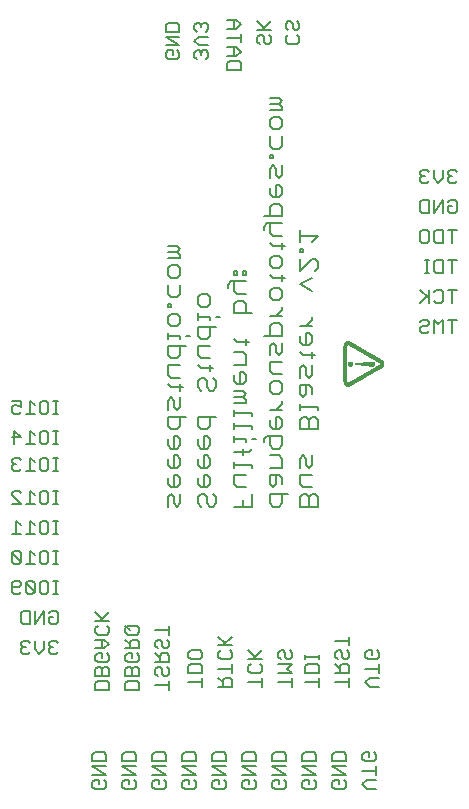
<source format=gbo>
G75*
G70*
%OFA0B0*%
%FSLAX24Y24*%
%IPPOS*%
%LPD*%
%AMOC8*
5,1,8,0,0,1.08239X$1,22.5*
%
%ADD10C,0.0060*%
%ADD11C,0.0080*%
%ADD12R,0.0006X0.0006*%
%ADD13R,0.0006X0.0006*%
%ADD14R,0.0006X0.0006*%
%ADD15R,0.0006X0.0006*%
D10*
X002312Y004882D02*
X002459Y004882D01*
X002532Y004955D01*
X002699Y005028D02*
X002699Y005322D01*
X002532Y005249D02*
X002459Y005322D01*
X002312Y005322D01*
X002239Y005249D01*
X002239Y005175D01*
X002312Y005102D01*
X002239Y005028D01*
X002239Y004955D01*
X002312Y004882D01*
X002312Y005102D02*
X002386Y005102D01*
X002699Y005028D02*
X002846Y004882D01*
X002993Y005028D01*
X002993Y005322D01*
X003159Y005249D02*
X003159Y005175D01*
X003233Y005102D01*
X003159Y005028D01*
X003159Y004955D01*
X003233Y004882D01*
X003380Y004882D01*
X003453Y004955D01*
X003306Y005102D02*
X003233Y005102D01*
X003159Y005249D02*
X003233Y005322D01*
X003380Y005322D01*
X003453Y005249D01*
X003380Y005882D02*
X003233Y005882D01*
X003159Y005955D01*
X003159Y006102D01*
X003306Y006102D01*
X003159Y006249D02*
X003233Y006322D01*
X003380Y006322D01*
X003453Y006249D01*
X003453Y005955D01*
X003380Y005882D01*
X002993Y005882D02*
X002993Y006322D01*
X002699Y005882D01*
X002699Y006322D01*
X002532Y006322D02*
X002532Y005882D01*
X002312Y005882D01*
X002239Y005955D01*
X002239Y006249D01*
X002312Y006322D01*
X002532Y006322D01*
X002466Y006882D02*
X002612Y006882D01*
X002686Y006955D01*
X002392Y007249D01*
X002392Y006955D01*
X002466Y006882D01*
X002686Y006955D02*
X002686Y007249D01*
X002612Y007322D01*
X002466Y007322D01*
X002392Y007249D01*
X002225Y007249D02*
X002225Y007175D01*
X002152Y007102D01*
X001932Y007102D01*
X001932Y006955D02*
X001932Y007249D01*
X002005Y007322D01*
X002152Y007322D01*
X002225Y007249D01*
X002225Y006955D02*
X002152Y006882D01*
X002005Y006882D01*
X001932Y006955D01*
X002005Y007882D02*
X002152Y007882D01*
X002225Y007955D01*
X001932Y008249D01*
X001932Y007955D01*
X002005Y007882D01*
X001932Y008249D02*
X002005Y008322D01*
X002152Y008322D01*
X002225Y008249D01*
X002225Y007955D01*
X002392Y007882D02*
X002686Y007882D01*
X002539Y007882D02*
X002539Y008322D01*
X002686Y008175D01*
X002853Y008249D02*
X002853Y007955D01*
X002926Y007882D01*
X003073Y007882D01*
X003146Y007955D01*
X003146Y008249D01*
X003073Y008322D01*
X002926Y008322D01*
X002853Y008249D01*
X003306Y008322D02*
X003453Y008322D01*
X003380Y008322D02*
X003380Y007882D01*
X003453Y007882D02*
X003306Y007882D01*
X003306Y007322D02*
X003453Y007322D01*
X003380Y007322D02*
X003380Y006882D01*
X003453Y006882D02*
X003306Y006882D01*
X003146Y006955D02*
X003073Y006882D01*
X002926Y006882D01*
X002853Y006955D01*
X002853Y007249D01*
X002926Y007322D01*
X003073Y007322D01*
X003146Y007249D01*
X003146Y006955D01*
X003073Y008882D02*
X002926Y008882D01*
X002853Y008955D01*
X002853Y009249D01*
X002926Y009322D01*
X003073Y009322D01*
X003146Y009249D01*
X003146Y008955D01*
X003073Y008882D01*
X003306Y008882D02*
X003453Y008882D01*
X003380Y008882D02*
X003380Y009322D01*
X003453Y009322D02*
X003306Y009322D01*
X003306Y009882D02*
X003453Y009882D01*
X003380Y009882D02*
X003380Y010322D01*
X003453Y010322D02*
X003306Y010322D01*
X003146Y010249D02*
X003146Y009955D01*
X003073Y009882D01*
X002926Y009882D01*
X002853Y009955D01*
X002853Y010249D01*
X002926Y010322D01*
X003073Y010322D01*
X003146Y010249D01*
X002686Y010175D02*
X002539Y010322D01*
X002539Y009882D01*
X002686Y009882D02*
X002392Y009882D01*
X002225Y009882D02*
X001932Y010175D01*
X001932Y010249D01*
X002005Y010322D01*
X002152Y010322D01*
X002225Y010249D01*
X002225Y009882D02*
X001932Y009882D01*
X002079Y009322D02*
X002079Y008882D01*
X002225Y008882D02*
X001932Y008882D01*
X002225Y009175D02*
X002079Y009322D01*
X002539Y009322D02*
X002539Y008882D01*
X002686Y008882D02*
X002392Y008882D01*
X002686Y009175D02*
X002539Y009322D01*
X002539Y010982D02*
X002539Y011422D01*
X002686Y011275D01*
X002853Y011349D02*
X002853Y011055D01*
X002926Y010982D01*
X003073Y010982D01*
X003146Y011055D01*
X003146Y011349D01*
X003073Y011422D01*
X002926Y011422D01*
X002853Y011349D01*
X002686Y010982D02*
X002392Y010982D01*
X002225Y011055D02*
X002152Y010982D01*
X002005Y010982D01*
X001932Y011055D01*
X001932Y011128D01*
X002005Y011202D01*
X002079Y011202D01*
X002005Y011202D02*
X001932Y011275D01*
X001932Y011349D01*
X002005Y011422D01*
X002152Y011422D01*
X002225Y011349D01*
X002392Y011882D02*
X002686Y011882D01*
X002539Y011882D02*
X002539Y012322D01*
X002686Y012175D01*
X002853Y012249D02*
X002926Y012322D01*
X003073Y012322D01*
X003146Y012249D01*
X003146Y011955D01*
X003073Y011882D01*
X002926Y011882D01*
X002853Y011955D01*
X002853Y012249D01*
X003306Y012322D02*
X003453Y012322D01*
X003380Y012322D02*
X003380Y011882D01*
X003453Y011882D02*
X003306Y011882D01*
X003306Y011422D02*
X003453Y011422D01*
X003380Y011422D02*
X003380Y010982D01*
X003453Y010982D02*
X003306Y010982D01*
X002225Y012102D02*
X001932Y012102D01*
X002005Y011882D02*
X002005Y012322D01*
X002225Y012102D01*
X002152Y012882D02*
X002005Y012882D01*
X001932Y012955D01*
X001932Y013102D01*
X002005Y013175D01*
X002079Y013175D01*
X002225Y013102D01*
X002225Y013322D01*
X001932Y013322D01*
X002225Y012955D02*
X002152Y012882D01*
X002392Y012882D02*
X002686Y012882D01*
X002539Y012882D02*
X002539Y013322D01*
X002686Y013175D01*
X002853Y013249D02*
X002853Y012955D01*
X002926Y012882D01*
X003073Y012882D01*
X003146Y012955D01*
X003146Y013249D01*
X003073Y013322D01*
X002926Y013322D01*
X002853Y013249D01*
X003306Y013322D02*
X003453Y013322D01*
X003380Y013322D02*
X003380Y012882D01*
X003453Y012882D02*
X003306Y012882D01*
X004713Y006277D02*
X004933Y006057D01*
X004860Y005983D02*
X005153Y006277D01*
X005153Y005983D02*
X004713Y005983D01*
X004786Y005817D02*
X004713Y005743D01*
X004713Y005596D01*
X004786Y005523D01*
X005080Y005523D01*
X005153Y005596D01*
X005153Y005743D01*
X005080Y005817D01*
X005007Y005356D02*
X004713Y005356D01*
X004933Y005356D02*
X004933Y005063D01*
X005007Y005063D02*
X004713Y005063D01*
X004786Y004896D02*
X004933Y004896D01*
X004933Y004749D01*
X004786Y004602D02*
X004713Y004676D01*
X004713Y004823D01*
X004786Y004896D01*
X004786Y004602D02*
X005080Y004602D01*
X005153Y004676D01*
X005153Y004823D01*
X005080Y004896D01*
X005007Y005063D02*
X005153Y005209D01*
X005007Y005356D01*
X005713Y005356D02*
X005860Y005209D01*
X005860Y005283D02*
X005860Y005063D01*
X005713Y005063D02*
X006153Y005063D01*
X006153Y005283D01*
X006080Y005356D01*
X005933Y005356D01*
X005860Y005283D01*
X005786Y005523D02*
X005713Y005596D01*
X005713Y005743D01*
X005786Y005817D01*
X006080Y005817D01*
X006153Y005743D01*
X006153Y005596D01*
X006080Y005523D01*
X005786Y005523D01*
X005860Y005670D02*
X005713Y005817D01*
X005786Y004896D02*
X005713Y004823D01*
X005713Y004676D01*
X005786Y004602D01*
X006080Y004602D01*
X006153Y004676D01*
X006153Y004823D01*
X006080Y004896D01*
X005933Y004896D02*
X005933Y004749D01*
X005933Y004896D02*
X005786Y004896D01*
X005786Y004436D02*
X005713Y004362D01*
X005713Y004142D01*
X006153Y004142D01*
X006153Y004362D01*
X006080Y004436D01*
X006007Y004436D01*
X005933Y004362D01*
X005933Y004142D01*
X005933Y004362D02*
X005860Y004436D01*
X005786Y004436D01*
X005786Y003975D02*
X005713Y003902D01*
X005713Y003682D01*
X006153Y003682D01*
X006153Y003902D01*
X006080Y003975D01*
X005786Y003975D01*
X005153Y003902D02*
X005153Y003682D01*
X004713Y003682D01*
X004713Y003902D01*
X004786Y003975D01*
X005080Y003975D01*
X005153Y003902D01*
X005153Y004142D02*
X005153Y004362D01*
X005080Y004436D01*
X005007Y004436D01*
X004933Y004362D01*
X004933Y004142D01*
X004713Y004142D02*
X004713Y004362D01*
X004786Y004436D01*
X004860Y004436D01*
X004933Y004362D01*
X004713Y004142D02*
X005153Y004142D01*
X006713Y004215D02*
X006786Y004142D01*
X006713Y004215D02*
X006713Y004362D01*
X006786Y004436D01*
X006860Y004436D01*
X006933Y004362D01*
X006933Y004215D01*
X007007Y004142D01*
X007080Y004142D01*
X007153Y004215D01*
X007153Y004362D01*
X007080Y004436D01*
X007153Y004602D02*
X007153Y004823D01*
X007080Y004896D01*
X006933Y004896D01*
X006860Y004823D01*
X006860Y004602D01*
X006713Y004602D02*
X007153Y004602D01*
X006860Y004749D02*
X006713Y004896D01*
X006786Y005063D02*
X006713Y005136D01*
X006713Y005283D01*
X006786Y005356D01*
X006860Y005356D01*
X006933Y005283D01*
X006933Y005136D01*
X007007Y005063D01*
X007080Y005063D01*
X007153Y005136D01*
X007153Y005283D01*
X007080Y005356D01*
X007153Y005523D02*
X007153Y005817D01*
X007153Y005670D02*
X006713Y005670D01*
X007813Y004923D02*
X007886Y004996D01*
X008180Y004996D01*
X008253Y004923D01*
X008253Y004776D01*
X008180Y004702D01*
X007886Y004702D01*
X007813Y004776D01*
X007813Y004923D01*
X007886Y004536D02*
X008180Y004536D01*
X008253Y004462D01*
X008253Y004242D01*
X007813Y004242D01*
X007813Y004462D01*
X007886Y004536D01*
X008253Y004075D02*
X008253Y003782D01*
X008253Y003928D02*
X007813Y003928D01*
X007153Y003975D02*
X007153Y003682D01*
X007153Y003828D02*
X006713Y003828D01*
X006686Y001596D02*
X006613Y001523D01*
X006613Y001302D01*
X007053Y001302D01*
X007053Y001523D01*
X006980Y001596D01*
X006686Y001596D01*
X006613Y001136D02*
X007053Y001136D01*
X007053Y000842D02*
X006613Y001136D01*
X006613Y000842D02*
X007053Y000842D01*
X006980Y000675D02*
X007053Y000602D01*
X007053Y000455D01*
X006980Y000382D01*
X006686Y000382D01*
X006613Y000455D01*
X006613Y000602D01*
X006686Y000675D01*
X006833Y000675D01*
X006833Y000528D01*
X006053Y000455D02*
X005980Y000382D01*
X005686Y000382D01*
X005613Y000455D01*
X005613Y000602D01*
X005686Y000675D01*
X005833Y000675D01*
X005833Y000528D01*
X005980Y000675D02*
X006053Y000602D01*
X006053Y000455D01*
X006053Y000842D02*
X005613Y000842D01*
X005613Y001136D02*
X006053Y001136D01*
X006053Y001302D02*
X006053Y001523D01*
X005980Y001596D01*
X005686Y001596D01*
X005613Y001523D01*
X005613Y001302D01*
X006053Y001302D01*
X006053Y000842D02*
X005613Y001136D01*
X005053Y001136D02*
X004613Y001136D01*
X005053Y000842D01*
X004613Y000842D01*
X004686Y000675D02*
X004613Y000602D01*
X004613Y000455D01*
X004686Y000382D01*
X004980Y000382D01*
X005053Y000455D01*
X005053Y000602D01*
X004980Y000675D01*
X004833Y000675D02*
X004833Y000528D01*
X004833Y000675D02*
X004686Y000675D01*
X004613Y001302D02*
X004613Y001523D01*
X004686Y001596D01*
X004980Y001596D01*
X005053Y001523D01*
X005053Y001302D01*
X004613Y001302D01*
X007613Y001302D02*
X007613Y001523D01*
X007686Y001596D01*
X007980Y001596D01*
X008053Y001523D01*
X008053Y001302D01*
X007613Y001302D01*
X007613Y001136D02*
X008053Y001136D01*
X008053Y000842D02*
X007613Y001136D01*
X007613Y000842D02*
X008053Y000842D01*
X007980Y000675D02*
X008053Y000602D01*
X008053Y000455D01*
X007980Y000382D01*
X007686Y000382D01*
X007613Y000455D01*
X007613Y000602D01*
X007686Y000675D01*
X007833Y000675D01*
X007833Y000528D01*
X008613Y000455D02*
X008613Y000602D01*
X008686Y000675D01*
X008833Y000675D01*
X008833Y000528D01*
X008686Y000382D02*
X008613Y000455D01*
X008686Y000382D02*
X008980Y000382D01*
X009053Y000455D01*
X009053Y000602D01*
X008980Y000675D01*
X009053Y000842D02*
X008613Y001136D01*
X009053Y001136D01*
X009053Y001302D02*
X009053Y001523D01*
X008980Y001596D01*
X008686Y001596D01*
X008613Y001523D01*
X008613Y001302D01*
X009053Y001302D01*
X009053Y000842D02*
X008613Y000842D01*
X009613Y000842D02*
X010053Y000842D01*
X009613Y001136D01*
X010053Y001136D01*
X010053Y001302D02*
X010053Y001523D01*
X009980Y001596D01*
X009686Y001596D01*
X009613Y001523D01*
X009613Y001302D01*
X010053Y001302D01*
X009980Y000675D02*
X010053Y000602D01*
X010053Y000455D01*
X009980Y000382D01*
X009686Y000382D01*
X009613Y000455D01*
X009613Y000602D01*
X009686Y000675D01*
X009833Y000675D01*
X009833Y000528D01*
X010613Y000455D02*
X010613Y000602D01*
X010686Y000675D01*
X010833Y000675D01*
X010833Y000528D01*
X010686Y000382D02*
X010613Y000455D01*
X010686Y000382D02*
X010980Y000382D01*
X011053Y000455D01*
X011053Y000602D01*
X010980Y000675D01*
X011053Y000842D02*
X010613Y001136D01*
X011053Y001136D01*
X011053Y001302D02*
X011053Y001523D01*
X010980Y001596D01*
X010686Y001596D01*
X010613Y001523D01*
X010613Y001302D01*
X011053Y001302D01*
X011053Y000842D02*
X010613Y000842D01*
X011613Y000842D02*
X012053Y000842D01*
X011613Y001136D01*
X012053Y001136D01*
X012053Y001302D02*
X012053Y001523D01*
X011980Y001596D01*
X011686Y001596D01*
X011613Y001523D01*
X011613Y001302D01*
X012053Y001302D01*
X011980Y000675D02*
X012053Y000602D01*
X012053Y000455D01*
X011980Y000382D01*
X011686Y000382D01*
X011613Y000455D01*
X011613Y000602D01*
X011686Y000675D01*
X011833Y000675D01*
X011833Y000528D01*
X012613Y000455D02*
X012613Y000602D01*
X012686Y000675D01*
X012833Y000675D01*
X012833Y000528D01*
X012686Y000382D02*
X012613Y000455D01*
X012686Y000382D02*
X012980Y000382D01*
X013053Y000455D01*
X013053Y000602D01*
X012980Y000675D01*
X013053Y000842D02*
X012613Y001136D01*
X013053Y001136D01*
X013053Y001302D02*
X013053Y001523D01*
X012980Y001596D01*
X012686Y001596D01*
X012613Y001523D01*
X012613Y001302D01*
X013053Y001302D01*
X013053Y000842D02*
X012613Y000842D01*
X013613Y000989D02*
X014053Y000989D01*
X014053Y000842D02*
X014053Y001136D01*
X013980Y001302D02*
X013686Y001302D01*
X013613Y001376D01*
X013613Y001523D01*
X013686Y001596D01*
X013833Y001596D01*
X013833Y001449D01*
X013980Y001302D02*
X014053Y001376D01*
X014053Y001523D01*
X013980Y001596D01*
X014053Y000675D02*
X013760Y000675D01*
X013613Y000528D01*
X013760Y000382D01*
X014053Y000382D01*
X014153Y003782D02*
X013860Y003782D01*
X013713Y003928D01*
X013860Y004075D01*
X014153Y004075D01*
X014153Y004242D02*
X014153Y004536D01*
X014153Y004389D02*
X013713Y004389D01*
X013786Y004702D02*
X013713Y004776D01*
X013713Y004923D01*
X013786Y004996D01*
X013933Y004996D01*
X013933Y004849D01*
X014080Y004702D02*
X013786Y004702D01*
X014080Y004702D02*
X014153Y004776D01*
X014153Y004923D01*
X014080Y004996D01*
X013153Y004923D02*
X013153Y004776D01*
X013080Y004702D01*
X013007Y004702D01*
X012933Y004776D01*
X012933Y004923D01*
X012860Y004996D01*
X012786Y004996D01*
X012713Y004923D01*
X012713Y004776D01*
X012786Y004702D01*
X012713Y004536D02*
X012860Y004389D01*
X012860Y004462D02*
X012860Y004242D01*
X012713Y004242D02*
X013153Y004242D01*
X013153Y004462D01*
X013080Y004536D01*
X012933Y004536D01*
X012860Y004462D01*
X013153Y004923D02*
X013080Y004996D01*
X013153Y005163D02*
X013153Y005456D01*
X013153Y005309D02*
X012713Y005309D01*
X012153Y004849D02*
X012153Y004702D01*
X012153Y004776D02*
X011713Y004776D01*
X011713Y004849D02*
X011713Y004702D01*
X011786Y004536D02*
X012080Y004536D01*
X012153Y004462D01*
X012153Y004242D01*
X011713Y004242D01*
X011713Y004462D01*
X011786Y004536D01*
X012153Y004075D02*
X012153Y003782D01*
X012153Y003928D02*
X011713Y003928D01*
X011253Y003928D02*
X010813Y003928D01*
X010813Y004242D02*
X011253Y004242D01*
X011107Y004389D01*
X011253Y004536D01*
X010813Y004536D01*
X010886Y004702D02*
X010813Y004776D01*
X010813Y004923D01*
X010886Y004996D01*
X010960Y004996D01*
X011033Y004923D01*
X011033Y004776D01*
X011107Y004702D01*
X011180Y004702D01*
X011253Y004776D01*
X011253Y004923D01*
X011180Y004996D01*
X011253Y004075D02*
X011253Y003782D01*
X010253Y003782D02*
X010253Y004075D01*
X010253Y003928D02*
X009813Y003928D01*
X009886Y004242D02*
X009813Y004315D01*
X009813Y004462D01*
X009886Y004536D01*
X009813Y004702D02*
X010253Y004702D01*
X010180Y004536D02*
X010253Y004462D01*
X010253Y004315D01*
X010180Y004242D01*
X009886Y004242D01*
X009960Y004702D02*
X010253Y004996D01*
X010033Y004776D02*
X009813Y004996D01*
X009253Y004923D02*
X009253Y004776D01*
X009180Y004702D01*
X008886Y004702D01*
X008813Y004776D01*
X008813Y004923D01*
X008886Y004996D01*
X008813Y005163D02*
X009253Y005163D01*
X009180Y004996D02*
X009253Y004923D01*
X008960Y005163D02*
X009253Y005456D01*
X009033Y005236D02*
X008813Y005456D01*
X009253Y004536D02*
X009253Y004242D01*
X009253Y004389D02*
X008813Y004389D01*
X008813Y004075D02*
X008960Y003928D01*
X008960Y004002D02*
X008960Y003782D01*
X008813Y003782D02*
X009253Y003782D01*
X009253Y004002D01*
X009180Y004075D01*
X009033Y004075D01*
X008960Y004002D01*
X012713Y003928D02*
X013153Y003928D01*
X013153Y003782D02*
X013153Y004075D01*
X015612Y015582D02*
X015539Y015655D01*
X015539Y015728D01*
X015612Y015802D01*
X015759Y015802D01*
X015832Y015875D01*
X015832Y015949D01*
X015759Y016022D01*
X015612Y016022D01*
X015539Y015949D01*
X015612Y015582D02*
X015759Y015582D01*
X015832Y015655D01*
X015999Y015582D02*
X015999Y016022D01*
X016146Y015875D01*
X016293Y016022D01*
X016293Y015582D01*
X016459Y016022D02*
X016753Y016022D01*
X016606Y016022D02*
X016606Y015582D01*
X016606Y016582D02*
X016606Y017022D01*
X016753Y017022D02*
X016459Y017022D01*
X016293Y016949D02*
X016293Y016655D01*
X016219Y016582D01*
X016072Y016582D01*
X015999Y016655D01*
X015832Y016582D02*
X015832Y017022D01*
X015999Y016949D02*
X016072Y017022D01*
X016219Y017022D01*
X016293Y016949D01*
X015832Y016728D02*
X015539Y017022D01*
X015759Y016802D02*
X015539Y016582D01*
X015686Y017582D02*
X015832Y017582D01*
X015759Y017582D02*
X015759Y018022D01*
X015832Y018022D02*
X015686Y018022D01*
X015999Y017949D02*
X015999Y017655D01*
X016072Y017582D01*
X016293Y017582D01*
X016293Y018022D01*
X016072Y018022D01*
X015999Y017949D01*
X016459Y018022D02*
X016753Y018022D01*
X016606Y018022D02*
X016606Y017582D01*
X016606Y018582D02*
X016606Y019022D01*
X016753Y019022D02*
X016459Y019022D01*
X016293Y019022D02*
X016072Y019022D01*
X015999Y018949D01*
X015999Y018655D01*
X016072Y018582D01*
X016293Y018582D01*
X016293Y019022D01*
X015832Y018949D02*
X015832Y018655D01*
X015759Y018582D01*
X015612Y018582D01*
X015539Y018655D01*
X015539Y018949D01*
X015612Y019022D01*
X015759Y019022D01*
X015832Y018949D01*
X015832Y019582D02*
X015612Y019582D01*
X015539Y019655D01*
X015539Y019949D01*
X015612Y020022D01*
X015832Y020022D01*
X015832Y019582D01*
X015999Y019582D02*
X015999Y020022D01*
X016293Y020022D02*
X015999Y019582D01*
X016293Y019582D02*
X016293Y020022D01*
X016459Y019949D02*
X016533Y020022D01*
X016680Y020022D01*
X016753Y019949D01*
X016753Y019655D01*
X016680Y019582D01*
X016533Y019582D01*
X016459Y019655D01*
X016459Y019802D01*
X016606Y019802D01*
X016533Y020582D02*
X016459Y020655D01*
X016459Y020728D01*
X016533Y020802D01*
X016606Y020802D01*
X016533Y020802D02*
X016459Y020875D01*
X016459Y020949D01*
X016533Y021022D01*
X016680Y021022D01*
X016753Y020949D01*
X016753Y020655D02*
X016680Y020582D01*
X016533Y020582D01*
X016293Y020728D02*
X016146Y020582D01*
X015999Y020728D01*
X015999Y021022D01*
X015832Y020949D02*
X015759Y021022D01*
X015612Y021022D01*
X015539Y020949D01*
X015539Y020875D01*
X015612Y020802D01*
X015539Y020728D01*
X015539Y020655D01*
X015612Y020582D01*
X015759Y020582D01*
X015832Y020655D01*
X015686Y020802D02*
X015612Y020802D01*
X016293Y020728D02*
X016293Y021022D01*
X011503Y025284D02*
X011430Y025211D01*
X011136Y025211D01*
X011063Y025284D01*
X011063Y025431D01*
X011136Y025504D01*
X011136Y025671D02*
X011063Y025745D01*
X011063Y025891D01*
X011136Y025965D01*
X011210Y025965D01*
X011283Y025891D01*
X011283Y025745D01*
X011357Y025671D01*
X011430Y025671D01*
X011503Y025745D01*
X011503Y025891D01*
X011430Y025965D01*
X011430Y025504D02*
X011503Y025431D01*
X011503Y025284D01*
X010553Y025284D02*
X010480Y025211D01*
X010407Y025211D01*
X010333Y025284D01*
X010333Y025431D01*
X010260Y025504D01*
X010186Y025504D01*
X010113Y025431D01*
X010113Y025284D01*
X010186Y025211D01*
X010553Y025284D02*
X010553Y025431D01*
X010480Y025504D01*
X010553Y025671D02*
X010113Y025671D01*
X010260Y025671D02*
X010553Y025965D01*
X010333Y025745D02*
X010113Y025965D01*
X009553Y025868D02*
X009407Y026015D01*
X009113Y026015D01*
X009333Y026015D02*
X009333Y025721D01*
X009407Y025721D02*
X009553Y025868D01*
X009407Y025721D02*
X009113Y025721D01*
X009113Y025408D02*
X009553Y025408D01*
X009553Y025554D02*
X009553Y025261D01*
X009407Y025094D02*
X009553Y024947D01*
X009407Y024800D01*
X009113Y024800D01*
X009186Y024634D02*
X009480Y024634D01*
X009553Y024560D01*
X009553Y024340D01*
X009113Y024340D01*
X009113Y024560D01*
X009186Y024634D01*
X009333Y024800D02*
X009333Y025094D01*
X009407Y025094D02*
X009113Y025094D01*
X008453Y025161D02*
X008160Y025161D01*
X008013Y025308D01*
X008160Y025454D01*
X008453Y025454D01*
X008380Y025621D02*
X008453Y025695D01*
X008453Y025841D01*
X008380Y025915D01*
X008307Y025915D01*
X008233Y025841D01*
X008160Y025915D01*
X008086Y025915D01*
X008013Y025841D01*
X008013Y025695D01*
X008086Y025621D01*
X008233Y025768D02*
X008233Y025841D01*
X008160Y024994D02*
X008086Y024994D01*
X008013Y024921D01*
X008013Y024774D01*
X008086Y024701D01*
X008233Y024847D02*
X008233Y024921D01*
X008160Y024994D01*
X008233Y024921D02*
X008307Y024994D01*
X008380Y024994D01*
X008453Y024921D01*
X008453Y024774D01*
X008380Y024701D01*
X007503Y024774D02*
X007430Y024701D01*
X007136Y024701D01*
X007063Y024774D01*
X007063Y024921D01*
X007136Y024994D01*
X007283Y024994D01*
X007283Y024847D01*
X007430Y024994D02*
X007503Y024921D01*
X007503Y024774D01*
X007503Y025161D02*
X007063Y025454D01*
X007503Y025454D01*
X007503Y025621D02*
X007503Y025841D01*
X007430Y025915D01*
X007136Y025915D01*
X007063Y025841D01*
X007063Y025621D01*
X007503Y025621D01*
X007503Y025161D02*
X007063Y025161D01*
D11*
X010523Y023418D02*
X010833Y023418D01*
X010937Y023315D01*
X010833Y023211D01*
X010523Y023211D01*
X010523Y023004D02*
X010937Y023004D01*
X010937Y023108D01*
X010833Y023211D01*
X010833Y022774D02*
X010626Y022774D01*
X010523Y022670D01*
X010523Y022463D01*
X010626Y022360D01*
X010833Y022360D01*
X010937Y022463D01*
X010937Y022670D01*
X010833Y022774D01*
X010937Y022129D02*
X010937Y021819D01*
X010833Y021715D01*
X010626Y021715D01*
X010523Y021819D01*
X010523Y022129D01*
X010523Y021496D02*
X010523Y021393D01*
X010626Y021393D01*
X010626Y021496D01*
X010523Y021496D01*
X010626Y021162D02*
X010730Y021059D01*
X010730Y020852D01*
X010833Y020749D01*
X010937Y020852D01*
X010937Y021162D01*
X010626Y021162D02*
X010523Y021059D01*
X010523Y020749D01*
X010730Y020518D02*
X010730Y020104D01*
X010833Y020104D02*
X010626Y020104D01*
X010523Y020207D01*
X010523Y020414D01*
X010730Y020518D02*
X010833Y020518D01*
X010937Y020414D01*
X010937Y020207D01*
X010833Y020104D01*
X010833Y019873D02*
X010626Y019873D01*
X010523Y019770D01*
X010523Y019460D01*
X010316Y019460D02*
X010937Y019460D01*
X010937Y019770D01*
X010833Y019873D01*
X010937Y019229D02*
X010420Y019229D01*
X010316Y019125D01*
X010316Y019022D01*
X010523Y018918D02*
X010523Y019229D01*
X010523Y018918D02*
X010626Y018815D01*
X010937Y018815D01*
X010937Y018592D02*
X010937Y018385D01*
X011040Y018489D02*
X010626Y018489D01*
X010523Y018592D01*
X010626Y018154D02*
X010833Y018154D01*
X010937Y018051D01*
X010937Y017844D01*
X010833Y017741D01*
X010626Y017741D01*
X010523Y017844D01*
X010523Y018051D01*
X010626Y018154D01*
X010523Y017518D02*
X010626Y017414D01*
X011040Y017414D01*
X010937Y017311D02*
X010937Y017518D01*
X010833Y017080D02*
X010626Y017080D01*
X010523Y016977D01*
X010523Y016770D01*
X010626Y016667D01*
X010833Y016667D01*
X010937Y016770D01*
X010937Y016977D01*
X010833Y017080D01*
X010937Y016440D02*
X010937Y016336D01*
X010730Y016129D01*
X010523Y016129D02*
X010937Y016129D01*
X010833Y015899D02*
X010626Y015899D01*
X010523Y015795D01*
X010523Y015485D01*
X010316Y015485D02*
X010937Y015485D01*
X010937Y015795D01*
X010833Y015899D01*
X010937Y015254D02*
X010937Y014944D01*
X010833Y014840D01*
X010730Y014944D01*
X010730Y015151D01*
X010626Y015254D01*
X010523Y015151D01*
X010523Y014840D01*
X010523Y014610D02*
X010937Y014610D01*
X010937Y014196D02*
X010626Y014196D01*
X010523Y014299D01*
X010523Y014610D01*
X010626Y013965D02*
X010833Y013965D01*
X010937Y013862D01*
X010937Y013655D01*
X010833Y013551D01*
X010626Y013551D01*
X010523Y013655D01*
X010523Y013862D01*
X010626Y013965D01*
X010937Y013325D02*
X010937Y013221D01*
X010730Y013014D01*
X010523Y013014D02*
X010937Y013014D01*
X010833Y012783D02*
X010730Y012783D01*
X010730Y012370D01*
X010833Y012370D02*
X010626Y012370D01*
X010523Y012473D01*
X010523Y012680D01*
X010833Y012783D02*
X010937Y012680D01*
X010937Y012473D01*
X010833Y012370D01*
X010937Y012139D02*
X010937Y011829D01*
X010833Y011725D01*
X010626Y011725D01*
X010523Y011829D01*
X010523Y012139D01*
X010420Y012139D02*
X010937Y012139D01*
X010833Y011494D02*
X010523Y011494D01*
X010316Y011932D02*
X010316Y012035D01*
X010420Y012139D01*
X010047Y012043D02*
X009944Y012043D01*
X009737Y012043D02*
X009737Y011940D01*
X009737Y012043D02*
X009323Y012043D01*
X009323Y011940D02*
X009323Y012147D01*
X009323Y012370D02*
X009323Y012577D01*
X009323Y012473D02*
X009944Y012473D01*
X009944Y012370D01*
X009944Y012799D02*
X009944Y012903D01*
X009323Y012903D01*
X009323Y013006D02*
X009323Y012799D01*
X009323Y013229D02*
X009737Y013229D01*
X009737Y013333D01*
X009633Y013436D01*
X009737Y013539D01*
X009633Y013643D01*
X009323Y013643D01*
X009323Y013436D02*
X009633Y013436D01*
X009633Y013874D02*
X009426Y013874D01*
X009323Y013977D01*
X009323Y014184D01*
X009530Y014287D02*
X009530Y013874D01*
X009633Y013874D02*
X009737Y013977D01*
X009737Y014184D01*
X009633Y014287D01*
X009530Y014287D01*
X009323Y014518D02*
X009737Y014518D01*
X009737Y014828D01*
X009633Y014932D01*
X009323Y014932D01*
X009426Y015266D02*
X009323Y015370D01*
X009426Y015266D02*
X009840Y015266D01*
X009737Y015163D02*
X009737Y015370D01*
X009737Y016237D02*
X009737Y016547D01*
X009633Y016651D01*
X009426Y016651D01*
X009323Y016547D01*
X009323Y016237D01*
X009944Y016237D01*
X009737Y016881D02*
X009426Y016881D01*
X009323Y016985D01*
X009323Y017295D01*
X009220Y017295D02*
X009116Y017192D01*
X009116Y017088D01*
X009220Y017295D02*
X009737Y017295D01*
X009737Y017526D02*
X009633Y017526D01*
X009633Y017629D01*
X009737Y017629D01*
X009737Y017526D01*
X009426Y017526D02*
X009323Y017526D01*
X009323Y017629D01*
X009426Y017629D01*
X009426Y017526D01*
X008537Y016762D02*
X008537Y016555D01*
X008433Y016452D01*
X008226Y016452D01*
X008123Y016555D01*
X008123Y016762D01*
X008226Y016865D01*
X008433Y016865D01*
X008537Y016762D01*
X008537Y016125D02*
X008123Y016125D01*
X008123Y016022D02*
X008123Y016229D01*
X008123Y015791D02*
X008123Y015481D01*
X008226Y015378D01*
X008433Y015378D01*
X008537Y015481D01*
X008537Y015791D01*
X008744Y015791D02*
X008123Y015791D01*
X007847Y015481D02*
X007744Y015481D01*
X007537Y015481D02*
X007123Y015481D01*
X007123Y015378D02*
X007123Y015584D01*
X007226Y015807D02*
X007123Y015911D01*
X007123Y016117D01*
X007226Y016221D01*
X007433Y016221D01*
X007537Y016117D01*
X007537Y015911D01*
X007433Y015807D01*
X007226Y015807D01*
X007537Y015481D02*
X007537Y015378D01*
X007537Y015147D02*
X007537Y014836D01*
X007433Y014733D01*
X007226Y014733D01*
X007123Y014836D01*
X007123Y015147D01*
X007744Y015147D01*
X008123Y015147D02*
X008123Y014836D01*
X008226Y014733D01*
X008537Y014733D01*
X008537Y014510D02*
X008537Y014303D01*
X008640Y014407D02*
X008226Y014407D01*
X008123Y014510D01*
X008226Y014072D02*
X008123Y013969D01*
X008123Y013762D01*
X008226Y013659D01*
X008433Y013762D02*
X008433Y013969D01*
X008330Y014072D01*
X008226Y014072D01*
X008433Y013762D02*
X008537Y013659D01*
X008640Y013659D01*
X008744Y013762D01*
X008744Y013969D01*
X008640Y014072D01*
X008537Y015147D02*
X008123Y015147D01*
X007537Y014502D02*
X007123Y014502D01*
X007123Y014192D01*
X007226Y014089D01*
X007537Y014089D01*
X007537Y013866D02*
X007537Y013659D01*
X007640Y013762D02*
X007226Y013762D01*
X007123Y013866D01*
X007226Y013428D02*
X007330Y013325D01*
X007330Y013118D01*
X007433Y013014D01*
X007537Y013118D01*
X007537Y013428D01*
X007226Y013428D02*
X007123Y013325D01*
X007123Y013014D01*
X007123Y012783D02*
X007123Y012473D01*
X007226Y012370D01*
X007433Y012370D01*
X007537Y012473D01*
X007537Y012783D01*
X007744Y012783D02*
X007123Y012783D01*
X007330Y012139D02*
X007330Y011725D01*
X007433Y011725D02*
X007226Y011725D01*
X007123Y011829D01*
X007123Y012035D01*
X007330Y012139D02*
X007433Y012139D01*
X007537Y012035D01*
X007537Y011829D01*
X007433Y011725D01*
X007433Y011494D02*
X007330Y011494D01*
X007330Y011081D01*
X007433Y011081D02*
X007537Y011184D01*
X007537Y011391D01*
X007433Y011494D01*
X007123Y011391D02*
X007123Y011184D01*
X007226Y011081D01*
X007433Y011081D01*
X007433Y010850D02*
X007330Y010850D01*
X007330Y010436D01*
X007433Y010436D02*
X007226Y010436D01*
X007123Y010540D01*
X007123Y010746D01*
X007433Y010850D02*
X007537Y010746D01*
X007537Y010540D01*
X007433Y010436D01*
X007537Y010205D02*
X007537Y009895D01*
X007433Y009792D01*
X007330Y009895D01*
X007330Y010102D01*
X007226Y010205D01*
X007123Y010102D01*
X007123Y009792D01*
X008123Y009895D02*
X008226Y009792D01*
X008123Y009895D02*
X008123Y010102D01*
X008226Y010205D01*
X008330Y010205D01*
X008433Y010102D01*
X008433Y009895D01*
X008537Y009792D01*
X008640Y009792D01*
X008744Y009895D01*
X008744Y010102D01*
X008640Y010205D01*
X008433Y010436D02*
X008537Y010540D01*
X008537Y010746D01*
X008433Y010850D01*
X008330Y010850D01*
X008330Y010436D01*
X008433Y010436D02*
X008226Y010436D01*
X008123Y010540D01*
X008123Y010746D01*
X008226Y011081D02*
X008433Y011081D01*
X008537Y011184D01*
X008537Y011391D01*
X008433Y011494D01*
X008330Y011494D01*
X008330Y011081D01*
X008226Y011081D02*
X008123Y011184D01*
X008123Y011391D01*
X008226Y011725D02*
X008123Y011829D01*
X008123Y012035D01*
X008330Y012139D02*
X008330Y011725D01*
X008433Y011725D02*
X008226Y011725D01*
X008433Y011725D02*
X008537Y011829D01*
X008537Y012035D01*
X008433Y012139D01*
X008330Y012139D01*
X008433Y012370D02*
X008226Y012370D01*
X008123Y012473D01*
X008123Y012783D01*
X008744Y012783D01*
X008537Y012783D02*
X008537Y012473D01*
X008433Y012370D01*
X009323Y011614D02*
X009840Y011614D01*
X009944Y011717D01*
X009633Y011717D02*
X009633Y011510D01*
X009323Y011288D02*
X009323Y011081D01*
X009323Y011184D02*
X009944Y011184D01*
X009944Y011081D01*
X009737Y010850D02*
X009323Y010850D01*
X009323Y010540D01*
X009426Y010436D01*
X009737Y010436D01*
X009944Y010205D02*
X009944Y009792D01*
X009323Y009792D01*
X009633Y009792D02*
X009633Y009998D01*
X010523Y009895D02*
X010626Y009792D01*
X010833Y009792D01*
X010937Y009895D01*
X010937Y010205D01*
X011144Y010205D02*
X010523Y010205D01*
X010523Y009895D01*
X010626Y010436D02*
X010523Y010540D01*
X010523Y010850D01*
X010833Y010850D01*
X010937Y010746D01*
X010937Y010540D01*
X010730Y010540D02*
X010730Y010850D01*
X010523Y011081D02*
X010937Y011081D01*
X010937Y011391D01*
X010833Y011494D01*
X011523Y011391D02*
X011523Y011081D01*
X011730Y011184D02*
X011833Y011081D01*
X011937Y011184D01*
X011937Y011494D01*
X011730Y011391D02*
X011730Y011184D01*
X011730Y011391D02*
X011626Y011494D01*
X011523Y011391D01*
X011523Y010850D02*
X011937Y010850D01*
X011937Y010436D02*
X011626Y010436D01*
X011523Y010540D01*
X011523Y010850D01*
X011626Y010205D02*
X011523Y010102D01*
X011523Y009792D01*
X012144Y009792D01*
X012144Y010102D01*
X012040Y010205D01*
X011937Y010205D01*
X011833Y010102D01*
X011833Y009792D01*
X011833Y010102D02*
X011730Y010205D01*
X011626Y010205D01*
X010730Y010540D02*
X010626Y010436D01*
X011523Y012370D02*
X011523Y012680D01*
X011626Y012783D01*
X011730Y012783D01*
X011833Y012680D01*
X011833Y012370D01*
X011833Y012680D02*
X011937Y012783D01*
X012040Y012783D01*
X012144Y012680D01*
X012144Y012370D01*
X011523Y012370D01*
X011523Y013014D02*
X011523Y013221D01*
X011523Y013118D02*
X012144Y013118D01*
X012144Y013014D01*
X011937Y013547D02*
X011937Y013754D01*
X011833Y013858D01*
X011523Y013858D01*
X011523Y013547D01*
X011626Y013444D01*
X011730Y013547D01*
X011730Y013858D01*
X011833Y014089D02*
X011937Y014192D01*
X011937Y014502D01*
X011937Y014733D02*
X011937Y014940D01*
X012040Y014836D02*
X011626Y014836D01*
X011523Y014940D01*
X011626Y015163D02*
X011833Y015163D01*
X011937Y015266D01*
X011937Y015473D01*
X011833Y015576D01*
X011730Y015576D01*
X011730Y015163D01*
X011626Y015163D02*
X011523Y015266D01*
X011523Y015473D01*
X011523Y015807D02*
X011937Y015807D01*
X011937Y016014D02*
X011937Y016117D01*
X011937Y016014D02*
X011730Y015807D01*
X011626Y014502D02*
X011730Y014399D01*
X011730Y014192D01*
X011833Y014089D01*
X011523Y014089D02*
X011523Y014399D01*
X011626Y014502D01*
X011937Y016989D02*
X011523Y017196D01*
X011937Y017403D01*
X012040Y017633D02*
X012144Y017737D01*
X012144Y017944D01*
X012040Y018047D01*
X011937Y018047D01*
X011523Y017633D01*
X011523Y018047D01*
X011523Y018278D02*
X011523Y018381D01*
X011626Y018381D01*
X011626Y018278D01*
X011523Y018278D01*
X011523Y018600D02*
X011523Y019014D01*
X011523Y018807D02*
X012144Y018807D01*
X011937Y018600D01*
X008847Y016125D02*
X008744Y016125D01*
X008537Y016125D02*
X008537Y016022D01*
X007537Y016877D02*
X007433Y016774D01*
X007226Y016774D01*
X007123Y016877D01*
X007123Y017188D01*
X007226Y017419D02*
X007123Y017522D01*
X007123Y017729D01*
X007226Y017832D01*
X007433Y017832D01*
X007537Y017729D01*
X007537Y017522D01*
X007433Y017419D01*
X007226Y017419D01*
X007537Y017188D02*
X007537Y016877D01*
X007226Y016555D02*
X007123Y016555D01*
X007123Y016452D01*
X007226Y016452D01*
X007226Y016555D01*
X007123Y018063D02*
X007537Y018063D01*
X007537Y018166D01*
X007433Y018270D01*
X007537Y018373D01*
X007433Y018477D01*
X007123Y018477D01*
X007123Y018270D02*
X007433Y018270D01*
D12*
X013035Y015208D03*
X013041Y015208D03*
X013053Y015208D03*
X013065Y015208D03*
X013071Y015208D03*
X013083Y015208D03*
X013095Y015208D03*
X013101Y015208D03*
X013113Y015208D03*
X013125Y015208D03*
X013131Y015208D03*
X013143Y015208D03*
X013155Y015208D03*
X013161Y015208D03*
X013173Y015208D03*
X013185Y015208D03*
X013191Y015208D03*
X013203Y015208D03*
X013215Y015208D03*
X013221Y015208D03*
X013233Y015208D03*
X013245Y015208D03*
X013251Y015208D03*
X013263Y015208D03*
X013275Y015208D03*
X013281Y015208D03*
X013293Y015208D03*
X013293Y015196D03*
X013305Y015196D03*
X013311Y015196D03*
X013311Y015178D03*
X013305Y015178D03*
X013293Y015178D03*
X013281Y015178D03*
X013275Y015178D03*
X013263Y015178D03*
X013251Y015178D03*
X013245Y015178D03*
X013233Y015178D03*
X013221Y015178D03*
X013215Y015178D03*
X013203Y015178D03*
X013191Y015178D03*
X013185Y015178D03*
X013173Y015178D03*
X013161Y015178D03*
X013155Y015178D03*
X013143Y015178D03*
X013131Y015178D03*
X013125Y015178D03*
X013113Y015178D03*
X013101Y015178D03*
X013095Y015178D03*
X013083Y015178D03*
X013071Y015178D03*
X013065Y015178D03*
X013053Y015178D03*
X013041Y015178D03*
X013035Y015178D03*
X013023Y015178D03*
X013023Y015166D03*
X013035Y015166D03*
X013041Y015166D03*
X013053Y015166D03*
X013065Y015166D03*
X013071Y015166D03*
X013083Y015166D03*
X013095Y015166D03*
X013101Y015166D03*
X013113Y015166D03*
X013125Y015166D03*
X013131Y015166D03*
X013155Y015166D03*
X013161Y015166D03*
X013173Y015166D03*
X013185Y015166D03*
X013191Y015166D03*
X013203Y015166D03*
X013215Y015166D03*
X013221Y015166D03*
X013233Y015166D03*
X013245Y015166D03*
X013251Y015166D03*
X013263Y015166D03*
X013275Y015166D03*
X013281Y015166D03*
X013293Y015166D03*
X013305Y015166D03*
X013311Y015166D03*
X013323Y015166D03*
X013323Y015178D03*
X013335Y015178D03*
X013341Y015178D03*
X013353Y015178D03*
X013353Y015166D03*
X013365Y015166D03*
X013371Y015166D03*
X013371Y015148D03*
X013365Y015148D03*
X013353Y015148D03*
X013341Y015148D03*
X013335Y015148D03*
X013323Y015148D03*
X013311Y015148D03*
X013305Y015148D03*
X013293Y015148D03*
X013281Y015148D03*
X013275Y015148D03*
X013263Y015148D03*
X013251Y015148D03*
X013245Y015148D03*
X013233Y015148D03*
X013221Y015148D03*
X013215Y015148D03*
X013203Y015148D03*
X013221Y015136D03*
X013233Y015136D03*
X013245Y015136D03*
X013251Y015136D03*
X013263Y015136D03*
X013275Y015136D03*
X013281Y015136D03*
X013293Y015136D03*
X013305Y015136D03*
X013311Y015136D03*
X013323Y015136D03*
X013335Y015136D03*
X013341Y015136D03*
X013353Y015136D03*
X013365Y015136D03*
X013371Y015136D03*
X013383Y015136D03*
X013383Y015148D03*
X013395Y015148D03*
X013401Y015148D03*
X013401Y015136D03*
X013395Y015136D03*
X013413Y015136D03*
X013425Y015136D03*
X013425Y015118D03*
X013431Y015118D03*
X013443Y015118D03*
X013455Y015118D03*
X013455Y015106D03*
X013461Y015106D03*
X013473Y015106D03*
X013473Y015088D03*
X013485Y015088D03*
X013491Y015088D03*
X013503Y015088D03*
X013503Y015076D03*
X013515Y015076D03*
X013521Y015076D03*
X013533Y015076D03*
X013533Y015058D03*
X013545Y015058D03*
X013551Y015058D03*
X013563Y015058D03*
X013563Y015046D03*
X013575Y015046D03*
X013581Y015046D03*
X013581Y015028D03*
X013575Y015028D03*
X013563Y015028D03*
X013551Y015028D03*
X013545Y015028D03*
X013533Y015028D03*
X013521Y015028D03*
X013515Y015028D03*
X013503Y015028D03*
X013491Y015028D03*
X013485Y015028D03*
X013473Y015028D03*
X013461Y015028D03*
X013455Y015028D03*
X013443Y015028D03*
X013431Y015028D03*
X013425Y015028D03*
X013413Y015028D03*
X013413Y015046D03*
X013413Y015058D03*
X013425Y015058D03*
X013431Y015058D03*
X013443Y015058D03*
X013455Y015058D03*
X013461Y015058D03*
X013473Y015058D03*
X013485Y015058D03*
X013491Y015058D03*
X013503Y015058D03*
X013515Y015058D03*
X013521Y015058D03*
X013521Y015046D03*
X013515Y015046D03*
X013503Y015046D03*
X013491Y015046D03*
X013485Y015046D03*
X013473Y015046D03*
X013461Y015046D03*
X013455Y015046D03*
X013443Y015046D03*
X013431Y015046D03*
X013425Y015046D03*
X013401Y015046D03*
X013395Y015046D03*
X013395Y015058D03*
X013401Y015058D03*
X013401Y015076D03*
X013395Y015076D03*
X013395Y015088D03*
X013401Y015088D03*
X013413Y015088D03*
X013425Y015088D03*
X013431Y015088D03*
X013443Y015088D03*
X013455Y015088D03*
X013461Y015088D03*
X013461Y015076D03*
X013455Y015076D03*
X013443Y015076D03*
X013431Y015076D03*
X013425Y015076D03*
X013413Y015076D03*
X013413Y015106D03*
X013413Y015118D03*
X013401Y015118D03*
X013395Y015118D03*
X013383Y015118D03*
X013371Y015118D03*
X013365Y015118D03*
X013353Y015118D03*
X013341Y015118D03*
X013335Y015118D03*
X013323Y015118D03*
X013311Y015118D03*
X013305Y015118D03*
X013293Y015118D03*
X013281Y015118D03*
X013275Y015118D03*
X013263Y015118D03*
X013251Y015118D03*
X013275Y015106D03*
X013281Y015106D03*
X013293Y015106D03*
X013305Y015106D03*
X013311Y015106D03*
X013323Y015106D03*
X013335Y015106D03*
X013341Y015106D03*
X013353Y015106D03*
X013365Y015106D03*
X013371Y015106D03*
X013383Y015106D03*
X013395Y015106D03*
X013401Y015106D03*
X013425Y015106D03*
X013431Y015106D03*
X013443Y015106D03*
X013473Y015076D03*
X013485Y015076D03*
X013491Y015076D03*
X013533Y015046D03*
X013545Y015046D03*
X013551Y015046D03*
X013551Y015016D03*
X013545Y015016D03*
X013533Y015016D03*
X013521Y015016D03*
X013515Y015016D03*
X013503Y015016D03*
X013491Y015016D03*
X013485Y015016D03*
X013473Y015016D03*
X013461Y015016D03*
X013455Y015016D03*
X013443Y015016D03*
X013431Y015016D03*
X013461Y014998D03*
X013473Y014998D03*
X013485Y014998D03*
X013491Y014998D03*
X013503Y014998D03*
X013515Y014998D03*
X013521Y014998D03*
X013533Y014998D03*
X013545Y014998D03*
X013551Y014998D03*
X013563Y014998D03*
X013575Y014998D03*
X013581Y014998D03*
X013593Y014998D03*
X013605Y014998D03*
X013611Y014998D03*
X013623Y014998D03*
X013635Y014998D03*
X013641Y014998D03*
X013653Y014998D03*
X013665Y014998D03*
X013665Y014986D03*
X013671Y014986D03*
X013683Y014986D03*
X013683Y014968D03*
X013695Y014968D03*
X013701Y014968D03*
X013713Y014968D03*
X013713Y014956D03*
X013701Y014956D03*
X013695Y014956D03*
X013683Y014956D03*
X013671Y014956D03*
X013665Y014956D03*
X013665Y014968D03*
X013671Y014968D03*
X013653Y014968D03*
X013641Y014968D03*
X013635Y014968D03*
X013623Y014968D03*
X013611Y014968D03*
X013605Y014968D03*
X013593Y014968D03*
X013581Y014968D03*
X013575Y014968D03*
X013563Y014968D03*
X013551Y014968D03*
X013545Y014968D03*
X013533Y014968D03*
X013521Y014968D03*
X013515Y014968D03*
X013515Y014986D03*
X013521Y014986D03*
X013533Y014986D03*
X013545Y014986D03*
X013551Y014986D03*
X013563Y014986D03*
X013575Y014986D03*
X013581Y014986D03*
X013593Y014986D03*
X013605Y014986D03*
X013611Y014986D03*
X013623Y014986D03*
X013635Y014986D03*
X013641Y014986D03*
X013653Y014986D03*
X013653Y014956D03*
X013641Y014956D03*
X013635Y014956D03*
X013623Y014956D03*
X013611Y014956D03*
X013605Y014956D03*
X013593Y014956D03*
X013581Y014956D03*
X013575Y014956D03*
X013563Y014956D03*
X013551Y014956D03*
X013545Y014956D03*
X013533Y014956D03*
X013563Y014938D03*
X013575Y014938D03*
X013581Y014938D03*
X013593Y014938D03*
X013605Y014938D03*
X013611Y014938D03*
X013623Y014938D03*
X013635Y014938D03*
X013641Y014938D03*
X013653Y014938D03*
X013665Y014938D03*
X013671Y014938D03*
X013683Y014938D03*
X013695Y014938D03*
X013701Y014938D03*
X013713Y014938D03*
X013725Y014938D03*
X013731Y014938D03*
X013743Y014938D03*
X013755Y014938D03*
X013761Y014938D03*
X013761Y014926D03*
X013755Y014926D03*
X013743Y014926D03*
X013731Y014926D03*
X013725Y014926D03*
X013713Y014926D03*
X013701Y014926D03*
X013695Y014926D03*
X013683Y014926D03*
X013671Y014926D03*
X013665Y014926D03*
X013653Y014926D03*
X013641Y014926D03*
X013635Y014926D03*
X013623Y014926D03*
X013611Y014926D03*
X013605Y014926D03*
X013593Y014926D03*
X013581Y014926D03*
X013611Y014908D03*
X013623Y014908D03*
X013635Y014908D03*
X013641Y014908D03*
X013653Y014908D03*
X013665Y014908D03*
X013671Y014908D03*
X013683Y014908D03*
X013695Y014908D03*
X013701Y014908D03*
X013713Y014908D03*
X013725Y014908D03*
X013731Y014908D03*
X013743Y014908D03*
X013755Y014908D03*
X013761Y014908D03*
X013773Y014908D03*
X013785Y014908D03*
X013791Y014908D03*
X013803Y014908D03*
X013815Y014908D03*
X013821Y014908D03*
X013821Y014896D03*
X013815Y014896D03*
X013803Y014896D03*
X013791Y014896D03*
X013785Y014896D03*
X013773Y014896D03*
X013761Y014896D03*
X013755Y014896D03*
X013743Y014896D03*
X013731Y014896D03*
X013725Y014896D03*
X013713Y014896D03*
X013701Y014896D03*
X013695Y014896D03*
X013683Y014896D03*
X013671Y014896D03*
X013665Y014896D03*
X013653Y014896D03*
X013641Y014896D03*
X013635Y014896D03*
X013665Y014878D03*
X013671Y014878D03*
X013683Y014878D03*
X013695Y014878D03*
X013701Y014878D03*
X013713Y014878D03*
X013725Y014878D03*
X013731Y014878D03*
X013743Y014878D03*
X013755Y014878D03*
X013761Y014878D03*
X013773Y014878D03*
X013785Y014878D03*
X013791Y014878D03*
X013803Y014878D03*
X013815Y014878D03*
X013821Y014878D03*
X013833Y014878D03*
X013845Y014878D03*
X013851Y014878D03*
X013863Y014878D03*
X013863Y014866D03*
X013875Y014866D03*
X013881Y014866D03*
X013893Y014866D03*
X013893Y014848D03*
X013881Y014848D03*
X013875Y014848D03*
X013863Y014848D03*
X013851Y014848D03*
X013845Y014848D03*
X013833Y014848D03*
X013821Y014848D03*
X013815Y014848D03*
X013803Y014848D03*
X013791Y014848D03*
X013785Y014848D03*
X013773Y014848D03*
X013761Y014848D03*
X013755Y014848D03*
X013743Y014848D03*
X013731Y014848D03*
X013725Y014848D03*
X013725Y014866D03*
X013731Y014866D03*
X013743Y014866D03*
X013755Y014866D03*
X013761Y014866D03*
X013773Y014866D03*
X013785Y014866D03*
X013791Y014866D03*
X013803Y014866D03*
X013815Y014866D03*
X013821Y014866D03*
X013833Y014866D03*
X013845Y014866D03*
X013851Y014866D03*
X013851Y014836D03*
X013845Y014836D03*
X013833Y014836D03*
X013821Y014836D03*
X013815Y014836D03*
X013803Y014836D03*
X013791Y014836D03*
X013785Y014836D03*
X013773Y014836D03*
X013761Y014836D03*
X013755Y014836D03*
X013743Y014836D03*
X013773Y014818D03*
X013785Y014818D03*
X013791Y014818D03*
X013803Y014818D03*
X013815Y014818D03*
X013821Y014818D03*
X013833Y014818D03*
X013845Y014818D03*
X013851Y014818D03*
X013863Y014818D03*
X013875Y014818D03*
X013881Y014818D03*
X013893Y014818D03*
X013905Y014818D03*
X013911Y014818D03*
X013923Y014818D03*
X013935Y014818D03*
X013941Y014818D03*
X013953Y014818D03*
X013965Y014818D03*
X013971Y014818D03*
X013971Y014806D03*
X013965Y014806D03*
X013953Y014806D03*
X013941Y014806D03*
X013935Y014806D03*
X013923Y014806D03*
X013911Y014806D03*
X013905Y014806D03*
X013893Y014806D03*
X013881Y014806D03*
X013875Y014806D03*
X013863Y014806D03*
X013851Y014806D03*
X013845Y014806D03*
X013833Y014806D03*
X013821Y014806D03*
X013815Y014806D03*
X013803Y014806D03*
X013791Y014806D03*
X013821Y014788D03*
X013833Y014788D03*
X013845Y014788D03*
X013851Y014788D03*
X013863Y014788D03*
X013875Y014788D03*
X013881Y014788D03*
X013893Y014788D03*
X013905Y014788D03*
X013911Y014788D03*
X013923Y014788D03*
X013935Y014788D03*
X013941Y014788D03*
X013953Y014788D03*
X013965Y014788D03*
X013971Y014788D03*
X013983Y014788D03*
X013995Y014788D03*
X014001Y014788D03*
X014013Y014788D03*
X014025Y014788D03*
X014031Y014788D03*
X014031Y014776D03*
X014025Y014776D03*
X014013Y014776D03*
X014001Y014776D03*
X013995Y014776D03*
X013983Y014776D03*
X013971Y014776D03*
X013965Y014776D03*
X013953Y014776D03*
X013941Y014776D03*
X013935Y014776D03*
X013923Y014776D03*
X013911Y014776D03*
X013905Y014776D03*
X013893Y014776D03*
X013881Y014776D03*
X013875Y014776D03*
X013863Y014776D03*
X013851Y014776D03*
X013845Y014776D03*
X013875Y014758D03*
X013881Y014758D03*
X013893Y014758D03*
X013905Y014758D03*
X013911Y014758D03*
X013923Y014758D03*
X013935Y014758D03*
X013941Y014758D03*
X013953Y014758D03*
X013965Y014758D03*
X013971Y014758D03*
X013983Y014758D03*
X013995Y014758D03*
X014001Y014758D03*
X014013Y014758D03*
X014025Y014758D03*
X014031Y014758D03*
X014043Y014758D03*
X014055Y014758D03*
X014061Y014758D03*
X014073Y014758D03*
X014073Y014746D03*
X014061Y014746D03*
X014055Y014746D03*
X014043Y014746D03*
X014031Y014746D03*
X014025Y014746D03*
X014013Y014746D03*
X014001Y014746D03*
X013995Y014746D03*
X013983Y014746D03*
X013971Y014746D03*
X013965Y014746D03*
X013953Y014746D03*
X013941Y014746D03*
X013935Y014746D03*
X013923Y014746D03*
X013911Y014746D03*
X013905Y014746D03*
X013935Y014728D03*
X013941Y014728D03*
X013953Y014728D03*
X013965Y014728D03*
X013971Y014728D03*
X013983Y014728D03*
X013995Y014728D03*
X014001Y014728D03*
X014013Y014728D03*
X014025Y014728D03*
X014031Y014728D03*
X014043Y014728D03*
X014055Y014728D03*
X014061Y014728D03*
X014073Y014728D03*
X014085Y014728D03*
X014091Y014728D03*
X014103Y014728D03*
X014115Y014728D03*
X014121Y014728D03*
X014133Y014728D03*
X014133Y014716D03*
X014145Y014716D03*
X014151Y014716D03*
X014151Y014698D03*
X014145Y014698D03*
X014133Y014698D03*
X014121Y014698D03*
X014115Y014698D03*
X014103Y014698D03*
X014091Y014698D03*
X014085Y014698D03*
X014073Y014698D03*
X014061Y014698D03*
X014055Y014698D03*
X014043Y014698D03*
X014031Y014698D03*
X014025Y014698D03*
X014013Y014698D03*
X014001Y014698D03*
X013995Y014698D03*
X013983Y014698D03*
X013983Y014716D03*
X013995Y014716D03*
X014001Y014716D03*
X014013Y014716D03*
X014025Y014716D03*
X014031Y014716D03*
X014043Y014716D03*
X014055Y014716D03*
X014061Y014716D03*
X014073Y014716D03*
X014085Y014716D03*
X014091Y014716D03*
X014103Y014716D03*
X014115Y014716D03*
X014121Y014716D03*
X014121Y014686D03*
X014115Y014686D03*
X014103Y014686D03*
X014091Y014686D03*
X014085Y014686D03*
X014073Y014686D03*
X014061Y014686D03*
X014055Y014686D03*
X014043Y014686D03*
X014031Y014686D03*
X014025Y014686D03*
X014013Y014686D03*
X014001Y014686D03*
X014031Y014668D03*
X014043Y014668D03*
X014055Y014668D03*
X014061Y014668D03*
X014073Y014668D03*
X014085Y014668D03*
X014091Y014668D03*
X014103Y014668D03*
X014115Y014668D03*
X014121Y014668D03*
X014133Y014668D03*
X014145Y014668D03*
X014151Y014668D03*
X014163Y014668D03*
X014175Y014668D03*
X014181Y014668D03*
X014193Y014668D03*
X014205Y014668D03*
X014211Y014668D03*
X014223Y014668D03*
X014235Y014668D03*
X014235Y014656D03*
X014241Y014656D03*
X014253Y014656D03*
X014253Y014638D03*
X014265Y014638D03*
X014271Y014638D03*
X014271Y014626D03*
X014265Y014626D03*
X014253Y014626D03*
X014241Y014626D03*
X014235Y014626D03*
X014235Y014638D03*
X014241Y014638D03*
X014223Y014638D03*
X014211Y014638D03*
X014205Y014638D03*
X014193Y014638D03*
X014181Y014638D03*
X014175Y014638D03*
X014163Y014638D03*
X014151Y014638D03*
X014145Y014638D03*
X014133Y014638D03*
X014121Y014638D03*
X014115Y014638D03*
X014103Y014638D03*
X014091Y014638D03*
X014085Y014638D03*
X014085Y014656D03*
X014091Y014656D03*
X014103Y014656D03*
X014115Y014656D03*
X014121Y014656D03*
X014133Y014656D03*
X014145Y014656D03*
X014151Y014656D03*
X014163Y014656D03*
X014175Y014656D03*
X014181Y014656D03*
X014193Y014656D03*
X014205Y014656D03*
X014211Y014656D03*
X014223Y014656D03*
X014223Y014626D03*
X014211Y014626D03*
X014205Y014626D03*
X014193Y014626D03*
X014181Y014626D03*
X014175Y014626D03*
X014163Y014626D03*
X014151Y014626D03*
X014145Y014626D03*
X014133Y014626D03*
X014121Y014626D03*
X014115Y014626D03*
X014103Y014626D03*
X014133Y014608D03*
X014145Y014608D03*
X014151Y014608D03*
X014163Y014608D03*
X014175Y014608D03*
X014181Y014608D03*
X014193Y014608D03*
X014205Y014608D03*
X014211Y014608D03*
X014223Y014608D03*
X014235Y014608D03*
X014241Y014608D03*
X014253Y014608D03*
X014265Y014608D03*
X014271Y014608D03*
X014283Y014608D03*
X014295Y014608D03*
X014301Y014608D03*
X014301Y014596D03*
X014295Y014596D03*
X014283Y014596D03*
X014271Y014596D03*
X014265Y014596D03*
X014253Y014596D03*
X014241Y014596D03*
X014235Y014596D03*
X014223Y014596D03*
X014211Y014596D03*
X014205Y014596D03*
X014193Y014596D03*
X014181Y014596D03*
X014175Y014596D03*
X014163Y014596D03*
X014193Y014578D03*
X014205Y014578D03*
X014211Y014578D03*
X014223Y014578D03*
X014235Y014578D03*
X014241Y014578D03*
X014253Y014578D03*
X014265Y014578D03*
X014271Y014578D03*
X014283Y014578D03*
X014295Y014578D03*
X014301Y014578D03*
X014313Y014578D03*
X014325Y014578D03*
X014325Y014566D03*
X014331Y014566D03*
X014313Y014566D03*
X014301Y014566D03*
X014295Y014566D03*
X014283Y014566D03*
X014271Y014566D03*
X014265Y014566D03*
X014253Y014566D03*
X014241Y014566D03*
X014235Y014566D03*
X014223Y014566D03*
X014211Y014566D03*
X014205Y014566D03*
X014235Y014548D03*
X014241Y014548D03*
X014253Y014548D03*
X014265Y014548D03*
X014271Y014548D03*
X014283Y014548D03*
X014295Y014548D03*
X014301Y014548D03*
X014313Y014548D03*
X014325Y014548D03*
X014331Y014548D03*
X014331Y014536D03*
X014325Y014536D03*
X014313Y014536D03*
X014301Y014536D03*
X014295Y014536D03*
X014283Y014536D03*
X014271Y014536D03*
X014265Y014536D03*
X014253Y014536D03*
X014241Y014536D03*
X014235Y014536D03*
X014235Y014518D03*
X014241Y014518D03*
X014253Y014518D03*
X014265Y014518D03*
X014271Y014518D03*
X014283Y014518D03*
X014295Y014518D03*
X014301Y014518D03*
X014313Y014518D03*
X014325Y014518D03*
X014331Y014518D03*
X014331Y014506D03*
X014325Y014506D03*
X014313Y014506D03*
X014301Y014506D03*
X014295Y014506D03*
X014283Y014506D03*
X014271Y014506D03*
X014265Y014506D03*
X014253Y014506D03*
X014241Y014506D03*
X014235Y014506D03*
X014235Y014488D03*
X014241Y014488D03*
X014253Y014488D03*
X014265Y014488D03*
X014271Y014488D03*
X014283Y014488D03*
X014295Y014488D03*
X014301Y014488D03*
X014313Y014488D03*
X014325Y014488D03*
X014331Y014488D03*
X014325Y014476D03*
X014313Y014476D03*
X014301Y014476D03*
X014295Y014476D03*
X014283Y014476D03*
X014271Y014476D03*
X014265Y014476D03*
X014253Y014476D03*
X014241Y014476D03*
X014235Y014476D03*
X014223Y014476D03*
X014223Y014488D03*
X014211Y014488D03*
X014211Y014476D03*
X014205Y014476D03*
X014193Y014476D03*
X014193Y014458D03*
X014205Y014458D03*
X014211Y014458D03*
X014223Y014458D03*
X014235Y014458D03*
X014241Y014458D03*
X014253Y014458D03*
X014265Y014458D03*
X014271Y014458D03*
X014283Y014458D03*
X014295Y014458D03*
X014301Y014458D03*
X014313Y014458D03*
X014301Y014446D03*
X014295Y014446D03*
X014283Y014446D03*
X014271Y014446D03*
X014265Y014446D03*
X014253Y014446D03*
X014241Y014446D03*
X014235Y014446D03*
X014223Y014446D03*
X014211Y014446D03*
X014205Y014446D03*
X014193Y014446D03*
X014181Y014446D03*
X014175Y014446D03*
X014175Y014458D03*
X014181Y014458D03*
X014163Y014458D03*
X014163Y014446D03*
X014151Y014446D03*
X014145Y014446D03*
X014145Y014428D03*
X014151Y014428D03*
X014163Y014428D03*
X014175Y014428D03*
X014181Y014428D03*
X014193Y014428D03*
X014205Y014428D03*
X014211Y014428D03*
X014223Y014428D03*
X014235Y014428D03*
X014241Y014428D03*
X014253Y014428D03*
X014265Y014428D03*
X014271Y014428D03*
X014283Y014428D03*
X014295Y014428D03*
X014283Y014416D03*
X014271Y014416D03*
X014265Y014416D03*
X014253Y014416D03*
X014241Y014416D03*
X014235Y014416D03*
X014223Y014416D03*
X014211Y014416D03*
X014205Y014416D03*
X014193Y014416D03*
X014181Y014416D03*
X014175Y014416D03*
X014163Y014416D03*
X014151Y014416D03*
X014145Y014416D03*
X014133Y014416D03*
X014133Y014428D03*
X014121Y014428D03*
X014115Y014428D03*
X014103Y014428D03*
X014103Y014416D03*
X014115Y014416D03*
X014121Y014416D03*
X014121Y014398D03*
X014115Y014398D03*
X014103Y014398D03*
X014091Y014398D03*
X014085Y014398D03*
X014073Y014398D03*
X014061Y014398D03*
X014055Y014398D03*
X014055Y014386D03*
X014061Y014386D03*
X014073Y014386D03*
X014085Y014386D03*
X014091Y014386D03*
X014103Y014386D03*
X014115Y014386D03*
X014121Y014386D03*
X014133Y014386D03*
X014133Y014398D03*
X014145Y014398D03*
X014151Y014398D03*
X014163Y014398D03*
X014175Y014398D03*
X014181Y014398D03*
X014193Y014398D03*
X014205Y014398D03*
X014211Y014398D03*
X014223Y014398D03*
X014235Y014398D03*
X014241Y014398D03*
X014253Y014398D03*
X014235Y014386D03*
X014223Y014386D03*
X014211Y014386D03*
X014205Y014386D03*
X014193Y014386D03*
X014181Y014386D03*
X014175Y014386D03*
X014163Y014386D03*
X014151Y014386D03*
X014145Y014386D03*
X014145Y014368D03*
X014151Y014368D03*
X014163Y014368D03*
X014175Y014368D03*
X014181Y014368D03*
X014193Y014368D03*
X014205Y014368D03*
X014211Y014368D03*
X014181Y014356D03*
X014175Y014356D03*
X014163Y014356D03*
X014151Y014356D03*
X014145Y014356D03*
X014133Y014356D03*
X014133Y014368D03*
X014121Y014368D03*
X014115Y014368D03*
X014103Y014368D03*
X014091Y014368D03*
X014085Y014368D03*
X014073Y014368D03*
X014061Y014368D03*
X014055Y014368D03*
X014043Y014368D03*
X014031Y014368D03*
X014025Y014368D03*
X014013Y014368D03*
X014001Y014368D03*
X014001Y014356D03*
X013995Y014356D03*
X013983Y014356D03*
X013983Y014338D03*
X013995Y014338D03*
X014001Y014338D03*
X014013Y014338D03*
X014025Y014338D03*
X014031Y014338D03*
X014043Y014338D03*
X014055Y014338D03*
X014061Y014338D03*
X014073Y014338D03*
X014085Y014338D03*
X014091Y014338D03*
X014103Y014338D03*
X014115Y014338D03*
X014121Y014338D03*
X014133Y014338D03*
X014145Y014338D03*
X014151Y014338D03*
X014133Y014326D03*
X014121Y014326D03*
X014115Y014326D03*
X014103Y014326D03*
X014091Y014326D03*
X014085Y014326D03*
X014073Y014326D03*
X014061Y014326D03*
X014055Y014326D03*
X014043Y014326D03*
X014031Y014326D03*
X014025Y014326D03*
X014013Y014326D03*
X014001Y014326D03*
X013995Y014326D03*
X013983Y014326D03*
X013971Y014326D03*
X013965Y014326D03*
X013965Y014338D03*
X013971Y014338D03*
X013953Y014338D03*
X013953Y014326D03*
X013941Y014326D03*
X013935Y014326D03*
X013935Y014308D03*
X013941Y014308D03*
X013953Y014308D03*
X013965Y014308D03*
X013971Y014308D03*
X013983Y014308D03*
X013995Y014308D03*
X014001Y014308D03*
X014013Y014308D03*
X014025Y014308D03*
X014031Y014308D03*
X014043Y014308D03*
X014055Y014308D03*
X014061Y014308D03*
X014073Y014308D03*
X014085Y014308D03*
X014091Y014308D03*
X014103Y014308D03*
X014085Y014296D03*
X014073Y014296D03*
X014061Y014296D03*
X014055Y014296D03*
X014043Y014296D03*
X014031Y014296D03*
X014025Y014296D03*
X014013Y014296D03*
X014001Y014296D03*
X013995Y014296D03*
X013983Y014296D03*
X013971Y014296D03*
X013965Y014296D03*
X013953Y014296D03*
X013941Y014296D03*
X013935Y014296D03*
X013923Y014296D03*
X013923Y014308D03*
X013911Y014308D03*
X013905Y014308D03*
X013905Y014296D03*
X013911Y014296D03*
X013893Y014296D03*
X013881Y014296D03*
X013881Y014278D03*
X013875Y014278D03*
X013863Y014278D03*
X013851Y014278D03*
X013845Y014278D03*
X013845Y014266D03*
X013851Y014266D03*
X013863Y014266D03*
X013875Y014266D03*
X013881Y014266D03*
X013893Y014266D03*
X013893Y014278D03*
X013905Y014278D03*
X013911Y014278D03*
X013923Y014278D03*
X013935Y014278D03*
X013941Y014278D03*
X013953Y014278D03*
X013965Y014278D03*
X013971Y014278D03*
X013983Y014278D03*
X013995Y014278D03*
X014001Y014278D03*
X014013Y014278D03*
X014025Y014278D03*
X014031Y014278D03*
X014043Y014278D03*
X014055Y014278D03*
X014031Y014266D03*
X014025Y014266D03*
X014013Y014266D03*
X014001Y014266D03*
X013995Y014266D03*
X013983Y014266D03*
X013971Y014266D03*
X013965Y014266D03*
X013953Y014266D03*
X013941Y014266D03*
X013935Y014266D03*
X013923Y014266D03*
X013911Y014266D03*
X013905Y014266D03*
X013905Y014248D03*
X013911Y014248D03*
X013923Y014248D03*
X013935Y014248D03*
X013941Y014248D03*
X013953Y014248D03*
X013965Y014248D03*
X013971Y014248D03*
X013983Y014248D03*
X013995Y014248D03*
X014001Y014248D03*
X013971Y014236D03*
X013965Y014236D03*
X013953Y014236D03*
X013941Y014236D03*
X013935Y014236D03*
X013923Y014236D03*
X013911Y014236D03*
X013905Y014236D03*
X013893Y014236D03*
X013893Y014248D03*
X013881Y014248D03*
X013875Y014248D03*
X013863Y014248D03*
X013851Y014248D03*
X013845Y014248D03*
X013833Y014248D03*
X013821Y014248D03*
X013815Y014248D03*
X013803Y014248D03*
X013803Y014236D03*
X013815Y014236D03*
X013821Y014236D03*
X013833Y014236D03*
X013845Y014236D03*
X013851Y014236D03*
X013863Y014236D03*
X013875Y014236D03*
X013881Y014236D03*
X013881Y014218D03*
X013875Y014218D03*
X013863Y014218D03*
X013851Y014218D03*
X013845Y014218D03*
X013833Y014218D03*
X013821Y014218D03*
X013815Y014218D03*
X013803Y014218D03*
X013791Y014218D03*
X013785Y014218D03*
X013773Y014218D03*
X013761Y014218D03*
X013755Y014218D03*
X013743Y014218D03*
X013743Y014206D03*
X013755Y014206D03*
X013761Y014206D03*
X013773Y014206D03*
X013785Y014206D03*
X013791Y014206D03*
X013803Y014206D03*
X013815Y014206D03*
X013821Y014206D03*
X013833Y014206D03*
X013845Y014206D03*
X013851Y014206D03*
X013863Y014206D03*
X013875Y014206D03*
X013881Y014206D03*
X013893Y014206D03*
X013893Y014218D03*
X013905Y014218D03*
X013911Y014218D03*
X013923Y014218D03*
X013935Y014218D03*
X013941Y014218D03*
X013923Y014206D03*
X013911Y014206D03*
X013905Y014206D03*
X013893Y014188D03*
X013881Y014188D03*
X013875Y014188D03*
X013863Y014188D03*
X013851Y014188D03*
X013845Y014188D03*
X013833Y014188D03*
X013821Y014188D03*
X013815Y014188D03*
X013803Y014188D03*
X013791Y014188D03*
X013785Y014188D03*
X013773Y014188D03*
X013761Y014188D03*
X013755Y014188D03*
X013743Y014188D03*
X013731Y014188D03*
X013725Y014188D03*
X013713Y014188D03*
X013701Y014188D03*
X013695Y014188D03*
X013695Y014176D03*
X013701Y014176D03*
X013713Y014176D03*
X013725Y014176D03*
X013731Y014176D03*
X013743Y014176D03*
X013755Y014176D03*
X013761Y014176D03*
X013773Y014176D03*
X013785Y014176D03*
X013791Y014176D03*
X013803Y014176D03*
X013815Y014176D03*
X013821Y014176D03*
X013833Y014176D03*
X013845Y014176D03*
X013851Y014176D03*
X013863Y014176D03*
X013875Y014176D03*
X013845Y014158D03*
X013833Y014158D03*
X013821Y014158D03*
X013815Y014158D03*
X013803Y014158D03*
X013791Y014158D03*
X013785Y014158D03*
X013773Y014158D03*
X013761Y014158D03*
X013755Y014158D03*
X013743Y014158D03*
X013731Y014158D03*
X013725Y014158D03*
X013713Y014158D03*
X013701Y014158D03*
X013695Y014158D03*
X013683Y014158D03*
X013671Y014158D03*
X013665Y014158D03*
X013653Y014158D03*
X013641Y014158D03*
X013635Y014158D03*
X013635Y014146D03*
X013641Y014146D03*
X013653Y014146D03*
X013665Y014146D03*
X013671Y014146D03*
X013683Y014146D03*
X013695Y014146D03*
X013701Y014146D03*
X013713Y014146D03*
X013725Y014146D03*
X013731Y014146D03*
X013743Y014146D03*
X013755Y014146D03*
X013761Y014146D03*
X013773Y014146D03*
X013785Y014146D03*
X013791Y014146D03*
X013803Y014146D03*
X013815Y014146D03*
X013821Y014146D03*
X013791Y014128D03*
X013785Y014128D03*
X013773Y014128D03*
X013761Y014128D03*
X013755Y014128D03*
X013743Y014128D03*
X013731Y014128D03*
X013725Y014128D03*
X013713Y014128D03*
X013701Y014128D03*
X013695Y014128D03*
X013683Y014128D03*
X013671Y014128D03*
X013665Y014128D03*
X013653Y014128D03*
X013641Y014128D03*
X013635Y014128D03*
X013623Y014128D03*
X013611Y014128D03*
X013605Y014128D03*
X013593Y014128D03*
X013593Y014116D03*
X013605Y014116D03*
X013611Y014116D03*
X013623Y014116D03*
X013635Y014116D03*
X013641Y014116D03*
X013653Y014116D03*
X013665Y014116D03*
X013671Y014116D03*
X013683Y014116D03*
X013695Y014116D03*
X013701Y014116D03*
X013713Y014116D03*
X013725Y014116D03*
X013731Y014116D03*
X013743Y014116D03*
X013755Y014116D03*
X013761Y014116D03*
X013773Y014116D03*
X013731Y014098D03*
X013725Y014098D03*
X013713Y014098D03*
X013701Y014098D03*
X013695Y014098D03*
X013683Y014098D03*
X013671Y014098D03*
X013665Y014098D03*
X013653Y014098D03*
X013641Y014098D03*
X013635Y014098D03*
X013623Y014098D03*
X013611Y014098D03*
X013605Y014098D03*
X013593Y014098D03*
X013581Y014098D03*
X013575Y014098D03*
X013563Y014098D03*
X013551Y014098D03*
X013545Y014098D03*
X013533Y014098D03*
X013533Y014086D03*
X013545Y014086D03*
X013551Y014086D03*
X013563Y014086D03*
X013575Y014086D03*
X013581Y014086D03*
X013593Y014086D03*
X013605Y014086D03*
X013611Y014086D03*
X013623Y014086D03*
X013635Y014086D03*
X013641Y014086D03*
X013653Y014086D03*
X013665Y014086D03*
X013671Y014086D03*
X013683Y014086D03*
X013695Y014086D03*
X013701Y014086D03*
X013713Y014086D03*
X013695Y014068D03*
X013683Y014068D03*
X013671Y014068D03*
X013665Y014068D03*
X013653Y014068D03*
X013641Y014068D03*
X013635Y014068D03*
X013623Y014068D03*
X013611Y014068D03*
X013605Y014068D03*
X013593Y014068D03*
X013581Y014068D03*
X013575Y014068D03*
X013563Y014068D03*
X013551Y014068D03*
X013545Y014068D03*
X013533Y014068D03*
X013521Y014068D03*
X013515Y014068D03*
X013503Y014068D03*
X013491Y014068D03*
X013485Y014068D03*
X013485Y014056D03*
X013491Y014056D03*
X013503Y014056D03*
X013515Y014056D03*
X013521Y014056D03*
X013533Y014056D03*
X013545Y014056D03*
X013551Y014056D03*
X013563Y014056D03*
X013575Y014056D03*
X013581Y014056D03*
X013593Y014056D03*
X013605Y014056D03*
X013611Y014056D03*
X013623Y014056D03*
X013635Y014056D03*
X013641Y014056D03*
X013653Y014056D03*
X013665Y014056D03*
X013671Y014056D03*
X013635Y014038D03*
X013623Y014038D03*
X013611Y014038D03*
X013605Y014038D03*
X013593Y014038D03*
X013581Y014038D03*
X013575Y014038D03*
X013563Y014038D03*
X013551Y014038D03*
X013545Y014038D03*
X013533Y014038D03*
X013521Y014038D03*
X013515Y014038D03*
X013503Y014038D03*
X013491Y014038D03*
X013485Y014038D03*
X013473Y014038D03*
X013461Y014038D03*
X013455Y014038D03*
X013443Y014038D03*
X013443Y014026D03*
X013455Y014026D03*
X013461Y014026D03*
X013473Y014026D03*
X013485Y014026D03*
X013491Y014026D03*
X013503Y014026D03*
X013515Y014026D03*
X013521Y014026D03*
X013533Y014026D03*
X013545Y014026D03*
X013551Y014026D03*
X013563Y014026D03*
X013575Y014026D03*
X013581Y014026D03*
X013593Y014026D03*
X013605Y014026D03*
X013611Y014026D03*
X013581Y014008D03*
X013575Y014008D03*
X013563Y014008D03*
X013551Y014008D03*
X013545Y014008D03*
X013533Y014008D03*
X013521Y014008D03*
X013515Y014008D03*
X013503Y014008D03*
X013491Y014008D03*
X013485Y014008D03*
X013473Y014008D03*
X013461Y014008D03*
X013455Y014008D03*
X013443Y014008D03*
X013431Y014008D03*
X013425Y014008D03*
X013413Y014008D03*
X013401Y014008D03*
X013395Y014008D03*
X013383Y014008D03*
X013383Y013996D03*
X013395Y013996D03*
X013401Y013996D03*
X013413Y013996D03*
X013425Y013996D03*
X013431Y013996D03*
X013443Y013996D03*
X013455Y013996D03*
X013461Y013996D03*
X013473Y013996D03*
X013485Y013996D03*
X013491Y013996D03*
X013503Y013996D03*
X013515Y013996D03*
X013521Y013996D03*
X013533Y013996D03*
X013545Y013996D03*
X013551Y013996D03*
X013563Y013996D03*
X013533Y013978D03*
X013521Y013978D03*
X013515Y013978D03*
X013503Y013978D03*
X013491Y013978D03*
X013485Y013978D03*
X013473Y013978D03*
X013461Y013978D03*
X013455Y013978D03*
X013443Y013978D03*
X013431Y013978D03*
X013425Y013978D03*
X013413Y013978D03*
X013401Y013978D03*
X013395Y013978D03*
X013383Y013978D03*
X013371Y013978D03*
X013365Y013978D03*
X013353Y013978D03*
X013341Y013978D03*
X013335Y013978D03*
X013335Y013966D03*
X013341Y013966D03*
X013353Y013966D03*
X013365Y013966D03*
X013371Y013966D03*
X013383Y013966D03*
X013395Y013966D03*
X013401Y013966D03*
X013413Y013966D03*
X013425Y013966D03*
X013431Y013966D03*
X013443Y013966D03*
X013455Y013966D03*
X013461Y013966D03*
X013473Y013966D03*
X013485Y013966D03*
X013491Y013966D03*
X013503Y013966D03*
X013515Y013966D03*
X013473Y013948D03*
X013461Y013948D03*
X013455Y013948D03*
X013443Y013948D03*
X013431Y013948D03*
X013425Y013948D03*
X013413Y013948D03*
X013401Y013948D03*
X013395Y013948D03*
X013383Y013948D03*
X013371Y013948D03*
X013365Y013948D03*
X013353Y013948D03*
X013341Y013948D03*
X013335Y013948D03*
X013323Y013948D03*
X013311Y013948D03*
X013305Y013948D03*
X013293Y013948D03*
X013281Y013948D03*
X013275Y013948D03*
X013275Y013936D03*
X013281Y013936D03*
X013293Y013936D03*
X013305Y013936D03*
X013311Y013936D03*
X013323Y013936D03*
X013335Y013936D03*
X013341Y013936D03*
X013353Y013936D03*
X013365Y013936D03*
X013371Y013936D03*
X013383Y013936D03*
X013395Y013936D03*
X013401Y013936D03*
X013413Y013936D03*
X013425Y013936D03*
X013431Y013936D03*
X013443Y013936D03*
X013455Y013936D03*
X013461Y013936D03*
X013431Y013918D03*
X013425Y013918D03*
X013413Y013918D03*
X013401Y013918D03*
X013395Y013918D03*
X013383Y013918D03*
X013371Y013918D03*
X013365Y013918D03*
X013353Y013918D03*
X013341Y013918D03*
X013335Y013918D03*
X013323Y013918D03*
X013311Y013918D03*
X013305Y013918D03*
X013293Y013918D03*
X013281Y013918D03*
X013275Y013918D03*
X013263Y013918D03*
X013251Y013918D03*
X013245Y013918D03*
X013233Y013918D03*
X013221Y013918D03*
X013221Y013906D03*
X013215Y013906D03*
X013203Y013906D03*
X013203Y013888D03*
X013215Y013888D03*
X013221Y013888D03*
X013233Y013888D03*
X013245Y013888D03*
X013251Y013888D03*
X013263Y013888D03*
X013275Y013888D03*
X013281Y013888D03*
X013293Y013888D03*
X013305Y013888D03*
X013311Y013888D03*
X013323Y013888D03*
X013335Y013888D03*
X013341Y013888D03*
X013353Y013888D03*
X013365Y013888D03*
X013371Y013888D03*
X013371Y013906D03*
X013365Y013906D03*
X013353Y013906D03*
X013341Y013906D03*
X013335Y013906D03*
X013323Y013906D03*
X013311Y013906D03*
X013305Y013906D03*
X013293Y013906D03*
X013281Y013906D03*
X013275Y013906D03*
X013263Y013906D03*
X013251Y013906D03*
X013245Y013906D03*
X013233Y013906D03*
X013233Y013876D03*
X013245Y013876D03*
X013251Y013876D03*
X013263Y013876D03*
X013275Y013876D03*
X013281Y013876D03*
X013293Y013876D03*
X013305Y013876D03*
X013311Y013876D03*
X013323Y013876D03*
X013335Y013876D03*
X013341Y013876D03*
X013353Y013876D03*
X013323Y013858D03*
X013311Y013858D03*
X013305Y013858D03*
X013293Y013858D03*
X013281Y013858D03*
X013275Y013858D03*
X013263Y013858D03*
X013251Y013858D03*
X013245Y013858D03*
X013233Y013858D03*
X013221Y013858D03*
X013215Y013858D03*
X013203Y013858D03*
X013191Y013858D03*
X013185Y013858D03*
X013173Y013858D03*
X013161Y013858D03*
X013155Y013858D03*
X013143Y013858D03*
X013131Y013858D03*
X013125Y013858D03*
X013113Y013858D03*
X013101Y013858D03*
X013095Y013858D03*
X013083Y013858D03*
X013071Y013858D03*
X013065Y013858D03*
X013053Y013858D03*
X013041Y013858D03*
X013035Y013858D03*
X013035Y013846D03*
X013041Y013846D03*
X013053Y013846D03*
X013065Y013846D03*
X013071Y013846D03*
X013083Y013846D03*
X013095Y013846D03*
X013101Y013846D03*
X013113Y013846D03*
X013125Y013846D03*
X013131Y013846D03*
X013143Y013846D03*
X013155Y013846D03*
X013161Y013846D03*
X013173Y013846D03*
X013185Y013846D03*
X013191Y013846D03*
X013203Y013846D03*
X013215Y013846D03*
X013221Y013846D03*
X013233Y013846D03*
X013245Y013846D03*
X013251Y013846D03*
X013263Y013846D03*
X013275Y013846D03*
X013281Y013846D03*
X013293Y013846D03*
X013263Y013828D03*
X013251Y013828D03*
X013245Y013828D03*
X013233Y013828D03*
X013221Y013828D03*
X013215Y013828D03*
X013203Y013828D03*
X013191Y013828D03*
X013185Y013828D03*
X013173Y013828D03*
X013161Y013828D03*
X013155Y013828D03*
X013143Y013828D03*
X013131Y013828D03*
X013125Y013828D03*
X013113Y013828D03*
X013101Y013828D03*
X013095Y013828D03*
X013083Y013828D03*
X013071Y013828D03*
X013065Y013828D03*
X013053Y013828D03*
X013065Y013816D03*
X013071Y013816D03*
X013083Y013816D03*
X013095Y013816D03*
X013101Y013816D03*
X013113Y013816D03*
X013125Y013816D03*
X013131Y013816D03*
X013143Y013816D03*
X013155Y013816D03*
X013161Y013816D03*
X013173Y013816D03*
X013185Y013816D03*
X013191Y013816D03*
X013203Y013816D03*
X013215Y013816D03*
X013221Y013816D03*
X013233Y013816D03*
X013245Y013816D03*
X013251Y013816D03*
X013215Y013798D03*
X013203Y013798D03*
X013191Y013798D03*
X013185Y013798D03*
X013173Y013798D03*
X013161Y013798D03*
X013155Y013798D03*
X013143Y013798D03*
X013131Y013798D03*
X013125Y013798D03*
X013113Y013798D03*
X013101Y013798D03*
X013095Y013798D03*
X013083Y013798D03*
X013113Y013786D03*
X013125Y013786D03*
X013131Y013786D03*
X013143Y013786D03*
X013155Y013786D03*
X013161Y013786D03*
X013173Y013786D03*
X013173Y013876D03*
X013173Y013888D03*
X013185Y013888D03*
X013191Y013888D03*
X013191Y013876D03*
X013185Y013876D03*
X013203Y013876D03*
X013215Y013876D03*
X013221Y013876D03*
X013161Y013876D03*
X013155Y013876D03*
X013143Y013876D03*
X013131Y013876D03*
X013125Y013876D03*
X013125Y013888D03*
X013131Y013888D03*
X013113Y013888D03*
X013101Y013888D03*
X013095Y013888D03*
X013083Y013888D03*
X013071Y013888D03*
X013065Y013888D03*
X013053Y013888D03*
X013041Y013888D03*
X013035Y013888D03*
X013023Y013888D03*
X013023Y013876D03*
X013035Y013876D03*
X013041Y013876D03*
X013053Y013876D03*
X013065Y013876D03*
X013071Y013876D03*
X013083Y013876D03*
X013095Y013876D03*
X013101Y013876D03*
X013113Y013876D03*
X013113Y013906D03*
X013113Y013918D03*
X013101Y013918D03*
X013095Y013918D03*
X013083Y013918D03*
X013071Y013918D03*
X013065Y013918D03*
X013053Y013918D03*
X013041Y013918D03*
X013035Y013918D03*
X013023Y013918D03*
X013023Y013906D03*
X013035Y013906D03*
X013041Y013906D03*
X013053Y013906D03*
X013065Y013906D03*
X013071Y013906D03*
X013083Y013906D03*
X013095Y013906D03*
X013101Y013906D03*
X013101Y013936D03*
X013095Y013936D03*
X013095Y013948D03*
X013101Y013948D03*
X013113Y013948D03*
X013113Y013936D03*
X013113Y013966D03*
X013113Y013978D03*
X013101Y013978D03*
X013095Y013978D03*
X013083Y013978D03*
X013071Y013978D03*
X013065Y013978D03*
X013053Y013978D03*
X013041Y013978D03*
X013035Y013978D03*
X013023Y013978D03*
X013011Y013978D03*
X013011Y013966D03*
X013023Y013966D03*
X013035Y013966D03*
X013041Y013966D03*
X013053Y013966D03*
X013065Y013966D03*
X013071Y013966D03*
X013083Y013966D03*
X013095Y013966D03*
X013101Y013966D03*
X013083Y013948D03*
X013071Y013948D03*
X013065Y013948D03*
X013053Y013948D03*
X013041Y013948D03*
X013035Y013948D03*
X013023Y013948D03*
X013023Y013936D03*
X013035Y013936D03*
X013041Y013936D03*
X013053Y013936D03*
X013065Y013936D03*
X013071Y013936D03*
X013083Y013936D03*
X013083Y013996D03*
X013083Y014008D03*
X013095Y014008D03*
X013101Y014008D03*
X013113Y014008D03*
X013113Y013996D03*
X013101Y013996D03*
X013095Y013996D03*
X013071Y013996D03*
X013065Y013996D03*
X013065Y014008D03*
X013071Y014008D03*
X013071Y014026D03*
X013065Y014026D03*
X013065Y014038D03*
X013071Y014038D03*
X013083Y014038D03*
X013095Y014038D03*
X013101Y014038D03*
X013113Y014038D03*
X013113Y014026D03*
X013101Y014026D03*
X013095Y014026D03*
X013083Y014026D03*
X013083Y014056D03*
X013083Y014068D03*
X013095Y014068D03*
X013101Y014068D03*
X013113Y014068D03*
X013113Y014056D03*
X013101Y014056D03*
X013095Y014056D03*
X013071Y014056D03*
X013065Y014056D03*
X013065Y014068D03*
X013071Y014068D03*
X013071Y014086D03*
X013065Y014086D03*
X013065Y014098D03*
X013071Y014098D03*
X013083Y014098D03*
X013095Y014098D03*
X013101Y014098D03*
X013113Y014098D03*
X013113Y014086D03*
X013101Y014086D03*
X013095Y014086D03*
X013083Y014086D03*
X013083Y014116D03*
X013083Y014128D03*
X013095Y014128D03*
X013101Y014128D03*
X013113Y014128D03*
X013113Y014116D03*
X013101Y014116D03*
X013095Y014116D03*
X013071Y014116D03*
X013065Y014116D03*
X013065Y014128D03*
X013071Y014128D03*
X013071Y014146D03*
X013065Y014146D03*
X013065Y014158D03*
X013071Y014158D03*
X013083Y014158D03*
X013095Y014158D03*
X013101Y014158D03*
X013113Y014158D03*
X013113Y014146D03*
X013101Y014146D03*
X013095Y014146D03*
X013083Y014146D03*
X013083Y014176D03*
X013083Y014188D03*
X013095Y014188D03*
X013101Y014188D03*
X013113Y014188D03*
X013113Y014176D03*
X013101Y014176D03*
X013095Y014176D03*
X013071Y014176D03*
X013065Y014176D03*
X013065Y014188D03*
X013071Y014188D03*
X013071Y014206D03*
X013065Y014206D03*
X013065Y014218D03*
X013071Y014218D03*
X013083Y014218D03*
X013095Y014218D03*
X013101Y014218D03*
X013113Y014218D03*
X013113Y014206D03*
X013101Y014206D03*
X013095Y014206D03*
X013083Y014206D03*
X013083Y014236D03*
X013083Y014248D03*
X013095Y014248D03*
X013101Y014248D03*
X013113Y014248D03*
X013113Y014236D03*
X013101Y014236D03*
X013095Y014236D03*
X013071Y014236D03*
X013065Y014236D03*
X013065Y014248D03*
X013071Y014248D03*
X013071Y014266D03*
X013065Y014266D03*
X013065Y014278D03*
X013071Y014278D03*
X013083Y014278D03*
X013095Y014278D03*
X013101Y014278D03*
X013113Y014278D03*
X013113Y014266D03*
X013101Y014266D03*
X013095Y014266D03*
X013083Y014266D03*
X013083Y014296D03*
X013083Y014308D03*
X013095Y014308D03*
X013101Y014308D03*
X013113Y014308D03*
X013113Y014296D03*
X013101Y014296D03*
X013095Y014296D03*
X013071Y014296D03*
X013065Y014296D03*
X013065Y014308D03*
X013071Y014308D03*
X013071Y014326D03*
X013065Y014326D03*
X013065Y014338D03*
X013071Y014338D03*
X013083Y014338D03*
X013095Y014338D03*
X013101Y014338D03*
X013113Y014338D03*
X013113Y014326D03*
X013101Y014326D03*
X013095Y014326D03*
X013083Y014326D03*
X013083Y014356D03*
X013083Y014368D03*
X013095Y014368D03*
X013101Y014368D03*
X013113Y014368D03*
X013113Y014356D03*
X013101Y014356D03*
X013095Y014356D03*
X013071Y014356D03*
X013065Y014356D03*
X013065Y014368D03*
X013071Y014368D03*
X013071Y014386D03*
X013065Y014386D03*
X013065Y014398D03*
X013071Y014398D03*
X013083Y014398D03*
X013095Y014398D03*
X013101Y014398D03*
X013113Y014398D03*
X013113Y014386D03*
X013101Y014386D03*
X013095Y014386D03*
X013083Y014386D03*
X013083Y014416D03*
X013083Y014428D03*
X013095Y014428D03*
X013101Y014428D03*
X013113Y014428D03*
X013113Y014416D03*
X013101Y014416D03*
X013095Y014416D03*
X013071Y014416D03*
X013065Y014416D03*
X013065Y014428D03*
X013071Y014428D03*
X013071Y014446D03*
X013065Y014446D03*
X013065Y014458D03*
X013071Y014458D03*
X013083Y014458D03*
X013095Y014458D03*
X013101Y014458D03*
X013113Y014458D03*
X013113Y014446D03*
X013101Y014446D03*
X013095Y014446D03*
X013083Y014446D03*
X013083Y014476D03*
X013083Y014488D03*
X013095Y014488D03*
X013101Y014488D03*
X013113Y014488D03*
X013113Y014476D03*
X013101Y014476D03*
X013095Y014476D03*
X013071Y014476D03*
X013065Y014476D03*
X013065Y014488D03*
X013071Y014488D03*
X013071Y014506D03*
X013065Y014506D03*
X013065Y014518D03*
X013071Y014518D03*
X013083Y014518D03*
X013095Y014518D03*
X013101Y014518D03*
X013113Y014518D03*
X013113Y014506D03*
X013101Y014506D03*
X013095Y014506D03*
X013083Y014506D03*
X013083Y014536D03*
X013083Y014548D03*
X013095Y014548D03*
X013101Y014548D03*
X013113Y014548D03*
X013113Y014536D03*
X013101Y014536D03*
X013095Y014536D03*
X013071Y014536D03*
X013065Y014536D03*
X013065Y014548D03*
X013071Y014548D03*
X013071Y014566D03*
X013065Y014566D03*
X013065Y014578D03*
X013071Y014578D03*
X013083Y014578D03*
X013095Y014578D03*
X013101Y014578D03*
X013113Y014578D03*
X013113Y014566D03*
X013101Y014566D03*
X013095Y014566D03*
X013083Y014566D03*
X013083Y014596D03*
X013083Y014608D03*
X013095Y014608D03*
X013101Y014608D03*
X013113Y014608D03*
X013113Y014596D03*
X013101Y014596D03*
X013095Y014596D03*
X013071Y014596D03*
X013065Y014596D03*
X013065Y014608D03*
X013071Y014608D03*
X013071Y014626D03*
X013065Y014626D03*
X013065Y014638D03*
X013071Y014638D03*
X013083Y014638D03*
X013095Y014638D03*
X013101Y014638D03*
X013113Y014638D03*
X013113Y014626D03*
X013101Y014626D03*
X013095Y014626D03*
X013083Y014626D03*
X013083Y014656D03*
X013083Y014668D03*
X013095Y014668D03*
X013101Y014668D03*
X013113Y014668D03*
X013113Y014656D03*
X013101Y014656D03*
X013095Y014656D03*
X013071Y014656D03*
X013065Y014656D03*
X013065Y014668D03*
X013071Y014668D03*
X013071Y014686D03*
X013065Y014686D03*
X013065Y014698D03*
X013071Y014698D03*
X013083Y014698D03*
X013095Y014698D03*
X013101Y014698D03*
X013113Y014698D03*
X013113Y014686D03*
X013101Y014686D03*
X013095Y014686D03*
X013083Y014686D03*
X013083Y014716D03*
X013083Y014728D03*
X013095Y014728D03*
X013101Y014728D03*
X013113Y014728D03*
X013113Y014716D03*
X013101Y014716D03*
X013095Y014716D03*
X013071Y014716D03*
X013065Y014716D03*
X013065Y014728D03*
X013071Y014728D03*
X013071Y014746D03*
X013065Y014746D03*
X013065Y014758D03*
X013071Y014758D03*
X013083Y014758D03*
X013095Y014758D03*
X013101Y014758D03*
X013113Y014758D03*
X013113Y014746D03*
X013101Y014746D03*
X013095Y014746D03*
X013083Y014746D03*
X013083Y014776D03*
X013083Y014788D03*
X013095Y014788D03*
X013101Y014788D03*
X013113Y014788D03*
X013113Y014776D03*
X013101Y014776D03*
X013095Y014776D03*
X013071Y014776D03*
X013065Y014776D03*
X013065Y014788D03*
X013071Y014788D03*
X013071Y014806D03*
X013065Y014806D03*
X013065Y014818D03*
X013071Y014818D03*
X013083Y014818D03*
X013095Y014818D03*
X013101Y014818D03*
X013113Y014818D03*
X013113Y014806D03*
X013101Y014806D03*
X013095Y014806D03*
X013083Y014806D03*
X013083Y014836D03*
X013083Y014848D03*
X013095Y014848D03*
X013101Y014848D03*
X013113Y014848D03*
X013113Y014836D03*
X013101Y014836D03*
X013095Y014836D03*
X013071Y014836D03*
X013065Y014836D03*
X013065Y014848D03*
X013071Y014848D03*
X013071Y014866D03*
X013065Y014866D03*
X013065Y014878D03*
X013071Y014878D03*
X013083Y014878D03*
X013095Y014878D03*
X013101Y014878D03*
X013113Y014878D03*
X013113Y014866D03*
X013101Y014866D03*
X013095Y014866D03*
X013083Y014866D03*
X013083Y014896D03*
X013083Y014908D03*
X013095Y014908D03*
X013101Y014908D03*
X013113Y014908D03*
X013113Y014896D03*
X013101Y014896D03*
X013095Y014896D03*
X013071Y014896D03*
X013065Y014896D03*
X013065Y014908D03*
X013071Y014908D03*
X013071Y014926D03*
X013065Y014926D03*
X013065Y014938D03*
X013071Y014938D03*
X013083Y014938D03*
X013095Y014938D03*
X013101Y014938D03*
X013113Y014938D03*
X013113Y014926D03*
X013101Y014926D03*
X013095Y014926D03*
X013083Y014926D03*
X013083Y014956D03*
X013083Y014968D03*
X013095Y014968D03*
X013101Y014968D03*
X013113Y014968D03*
X013113Y014956D03*
X013101Y014956D03*
X013095Y014956D03*
X013071Y014956D03*
X013065Y014956D03*
X013065Y014968D03*
X013071Y014968D03*
X013071Y014986D03*
X013065Y014986D03*
X013065Y014998D03*
X013071Y014998D03*
X013083Y014998D03*
X013095Y014998D03*
X013101Y014998D03*
X013113Y014998D03*
X013113Y014986D03*
X013101Y014986D03*
X013095Y014986D03*
X013083Y014986D03*
X013083Y015016D03*
X013083Y015028D03*
X013095Y015028D03*
X013101Y015028D03*
X013113Y015028D03*
X013113Y015016D03*
X013101Y015016D03*
X013095Y015016D03*
X013071Y015016D03*
X013065Y015016D03*
X013065Y015028D03*
X013071Y015028D03*
X013071Y015046D03*
X013065Y015046D03*
X013065Y015058D03*
X013071Y015058D03*
X013083Y015058D03*
X013095Y015058D03*
X013101Y015058D03*
X013113Y015058D03*
X013113Y015046D03*
X013101Y015046D03*
X013095Y015046D03*
X013083Y015046D03*
X013083Y015076D03*
X013083Y015088D03*
X013095Y015088D03*
X013101Y015088D03*
X013113Y015088D03*
X013113Y015076D03*
X013101Y015076D03*
X013095Y015076D03*
X013071Y015076D03*
X013065Y015076D03*
X013065Y015088D03*
X013071Y015088D03*
X013071Y015106D03*
X013065Y015106D03*
X013065Y015118D03*
X013071Y015118D03*
X013083Y015118D03*
X013095Y015118D03*
X013101Y015118D03*
X013113Y015118D03*
X013113Y015106D03*
X013101Y015106D03*
X013095Y015106D03*
X013083Y015106D03*
X013083Y015136D03*
X013083Y015148D03*
X013095Y015148D03*
X013101Y015148D03*
X013113Y015148D03*
X013113Y015136D03*
X013101Y015136D03*
X013095Y015136D03*
X013071Y015136D03*
X013065Y015136D03*
X013065Y015148D03*
X013071Y015148D03*
X013053Y015148D03*
X013041Y015148D03*
X013035Y015148D03*
X013023Y015148D03*
X013023Y015136D03*
X013035Y015136D03*
X013041Y015136D03*
X013053Y015136D03*
X013053Y015118D03*
X013041Y015118D03*
X013035Y015118D03*
X013023Y015118D03*
X013011Y015118D03*
X013011Y015106D03*
X013023Y015106D03*
X013035Y015106D03*
X013041Y015106D03*
X013053Y015106D03*
X013053Y015088D03*
X013041Y015088D03*
X013035Y015088D03*
X013023Y015088D03*
X013023Y015076D03*
X013035Y015076D03*
X013041Y015076D03*
X013053Y015076D03*
X013053Y015058D03*
X013041Y015058D03*
X013035Y015058D03*
X013023Y015058D03*
X013011Y015058D03*
X013011Y015046D03*
X013023Y015046D03*
X013035Y015046D03*
X013041Y015046D03*
X013053Y015046D03*
X013053Y015028D03*
X013041Y015028D03*
X013035Y015028D03*
X013023Y015028D03*
X013023Y015016D03*
X013035Y015016D03*
X013041Y015016D03*
X013053Y015016D03*
X013053Y014998D03*
X013041Y014998D03*
X013035Y014998D03*
X013023Y014998D03*
X013011Y014998D03*
X013011Y014986D03*
X013023Y014986D03*
X013035Y014986D03*
X013041Y014986D03*
X013053Y014986D03*
X013053Y014968D03*
X013041Y014968D03*
X013035Y014968D03*
X013023Y014968D03*
X013023Y014956D03*
X013035Y014956D03*
X013041Y014956D03*
X013053Y014956D03*
X013053Y014938D03*
X013041Y014938D03*
X013035Y014938D03*
X013023Y014938D03*
X013011Y014938D03*
X013011Y014926D03*
X013023Y014926D03*
X013035Y014926D03*
X013041Y014926D03*
X013053Y014926D03*
X013053Y014908D03*
X013041Y014908D03*
X013035Y014908D03*
X013023Y014908D03*
X013023Y014896D03*
X013035Y014896D03*
X013041Y014896D03*
X013053Y014896D03*
X013053Y014878D03*
X013041Y014878D03*
X013035Y014878D03*
X013023Y014878D03*
X013011Y014878D03*
X013011Y014866D03*
X013023Y014866D03*
X013035Y014866D03*
X013041Y014866D03*
X013053Y014866D03*
X013053Y014848D03*
X013041Y014848D03*
X013035Y014848D03*
X013023Y014848D03*
X013023Y014836D03*
X013035Y014836D03*
X013041Y014836D03*
X013053Y014836D03*
X013053Y014818D03*
X013041Y014818D03*
X013035Y014818D03*
X013023Y014818D03*
X013011Y014818D03*
X013011Y014806D03*
X013023Y014806D03*
X013035Y014806D03*
X013041Y014806D03*
X013053Y014806D03*
X013053Y014788D03*
X013041Y014788D03*
X013035Y014788D03*
X013023Y014788D03*
X013023Y014776D03*
X013035Y014776D03*
X013041Y014776D03*
X013053Y014776D03*
X013053Y014758D03*
X013041Y014758D03*
X013035Y014758D03*
X013023Y014758D03*
X013011Y014758D03*
X013011Y014746D03*
X013023Y014746D03*
X013035Y014746D03*
X013041Y014746D03*
X013053Y014746D03*
X013053Y014728D03*
X013041Y014728D03*
X013035Y014728D03*
X013023Y014728D03*
X013023Y014716D03*
X013035Y014716D03*
X013041Y014716D03*
X013053Y014716D03*
X013053Y014698D03*
X013041Y014698D03*
X013035Y014698D03*
X013023Y014698D03*
X013011Y014698D03*
X013011Y014686D03*
X013023Y014686D03*
X013035Y014686D03*
X013041Y014686D03*
X013053Y014686D03*
X013053Y014668D03*
X013041Y014668D03*
X013035Y014668D03*
X013023Y014668D03*
X013023Y014656D03*
X013035Y014656D03*
X013041Y014656D03*
X013053Y014656D03*
X013053Y014638D03*
X013041Y014638D03*
X013035Y014638D03*
X013023Y014638D03*
X013011Y014638D03*
X013011Y014626D03*
X013023Y014626D03*
X013035Y014626D03*
X013041Y014626D03*
X013053Y014626D03*
X013053Y014608D03*
X013041Y014608D03*
X013035Y014608D03*
X013023Y014608D03*
X013023Y014596D03*
X013035Y014596D03*
X013041Y014596D03*
X013053Y014596D03*
X013053Y014578D03*
X013041Y014578D03*
X013035Y014578D03*
X013023Y014578D03*
X013011Y014578D03*
X013011Y014566D03*
X013023Y014566D03*
X013035Y014566D03*
X013041Y014566D03*
X013053Y014566D03*
X013053Y014548D03*
X013041Y014548D03*
X013035Y014548D03*
X013023Y014548D03*
X013023Y014536D03*
X013035Y014536D03*
X013041Y014536D03*
X013053Y014536D03*
X013053Y014518D03*
X013041Y014518D03*
X013035Y014518D03*
X013023Y014518D03*
X013011Y014518D03*
X013011Y014506D03*
X013023Y014506D03*
X013035Y014506D03*
X013041Y014506D03*
X013053Y014506D03*
X013053Y014488D03*
X013041Y014488D03*
X013035Y014488D03*
X013023Y014488D03*
X013023Y014476D03*
X013035Y014476D03*
X013041Y014476D03*
X013053Y014476D03*
X013053Y014458D03*
X013041Y014458D03*
X013035Y014458D03*
X013023Y014458D03*
X013011Y014458D03*
X013011Y014446D03*
X013023Y014446D03*
X013035Y014446D03*
X013041Y014446D03*
X013053Y014446D03*
X013053Y014428D03*
X013041Y014428D03*
X013035Y014428D03*
X013023Y014428D03*
X013023Y014416D03*
X013035Y014416D03*
X013041Y014416D03*
X013053Y014416D03*
X013053Y014398D03*
X013041Y014398D03*
X013035Y014398D03*
X013023Y014398D03*
X013011Y014398D03*
X013011Y014386D03*
X013023Y014386D03*
X013035Y014386D03*
X013041Y014386D03*
X013053Y014386D03*
X013053Y014368D03*
X013041Y014368D03*
X013035Y014368D03*
X013023Y014368D03*
X013023Y014356D03*
X013035Y014356D03*
X013041Y014356D03*
X013053Y014356D03*
X013053Y014338D03*
X013041Y014338D03*
X013035Y014338D03*
X013023Y014338D03*
X013011Y014338D03*
X013011Y014326D03*
X013023Y014326D03*
X013035Y014326D03*
X013041Y014326D03*
X013053Y014326D03*
X013053Y014308D03*
X013041Y014308D03*
X013035Y014308D03*
X013023Y014308D03*
X013023Y014296D03*
X013035Y014296D03*
X013041Y014296D03*
X013053Y014296D03*
X013053Y014278D03*
X013041Y014278D03*
X013035Y014278D03*
X013023Y014278D03*
X013011Y014278D03*
X013011Y014266D03*
X013023Y014266D03*
X013035Y014266D03*
X013041Y014266D03*
X013053Y014266D03*
X013053Y014248D03*
X013041Y014248D03*
X013035Y014248D03*
X013023Y014248D03*
X013023Y014236D03*
X013035Y014236D03*
X013041Y014236D03*
X013053Y014236D03*
X013053Y014218D03*
X013041Y014218D03*
X013035Y014218D03*
X013023Y014218D03*
X013011Y014218D03*
X013011Y014206D03*
X013023Y014206D03*
X013035Y014206D03*
X013041Y014206D03*
X013053Y014206D03*
X013053Y014188D03*
X013041Y014188D03*
X013035Y014188D03*
X013023Y014188D03*
X013023Y014176D03*
X013035Y014176D03*
X013041Y014176D03*
X013053Y014176D03*
X013053Y014158D03*
X013041Y014158D03*
X013035Y014158D03*
X013023Y014158D03*
X013011Y014158D03*
X013011Y014146D03*
X013023Y014146D03*
X013035Y014146D03*
X013041Y014146D03*
X013053Y014146D03*
X013053Y014128D03*
X013041Y014128D03*
X013035Y014128D03*
X013023Y014128D03*
X013023Y014116D03*
X013035Y014116D03*
X013041Y014116D03*
X013053Y014116D03*
X013053Y014098D03*
X013041Y014098D03*
X013035Y014098D03*
X013023Y014098D03*
X013011Y014098D03*
X013011Y014086D03*
X013023Y014086D03*
X013035Y014086D03*
X013041Y014086D03*
X013053Y014086D03*
X013053Y014068D03*
X013041Y014068D03*
X013035Y014068D03*
X013023Y014068D03*
X013023Y014056D03*
X013035Y014056D03*
X013041Y014056D03*
X013053Y014056D03*
X013053Y014038D03*
X013041Y014038D03*
X013035Y014038D03*
X013023Y014038D03*
X013011Y014038D03*
X013011Y014026D03*
X013023Y014026D03*
X013035Y014026D03*
X013041Y014026D03*
X013053Y014026D03*
X013053Y014008D03*
X013041Y014008D03*
X013035Y014008D03*
X013023Y014008D03*
X013023Y013996D03*
X013035Y013996D03*
X013041Y013996D03*
X013053Y013996D03*
X013263Y013936D03*
X013305Y013966D03*
X013311Y013966D03*
X013323Y013966D03*
X013365Y013996D03*
X013371Y013996D03*
X013413Y014026D03*
X013425Y014026D03*
X013431Y014026D03*
X013473Y014056D03*
X013515Y014086D03*
X013521Y014086D03*
X013563Y014116D03*
X013575Y014116D03*
X013581Y014116D03*
X013623Y014146D03*
X013665Y014176D03*
X013671Y014176D03*
X013683Y014176D03*
X013725Y014206D03*
X013731Y014206D03*
X013773Y014236D03*
X013785Y014236D03*
X013791Y014236D03*
X013833Y014266D03*
X013875Y014458D03*
X013881Y014458D03*
X013893Y014458D03*
X013905Y014458D03*
X013911Y014458D03*
X013923Y014458D03*
X013935Y014458D03*
X013941Y014458D03*
X013953Y014458D03*
X013965Y014458D03*
X013971Y014458D03*
X013983Y014458D03*
X013983Y014476D03*
X013983Y014488D03*
X013995Y014488D03*
X014001Y014488D03*
X014013Y014488D03*
X014025Y014488D03*
X014031Y014488D03*
X014031Y014506D03*
X014025Y014506D03*
X014025Y014518D03*
X014031Y014518D03*
X014031Y014536D03*
X014025Y014536D03*
X014025Y014548D03*
X014031Y014548D03*
X014013Y014548D03*
X014001Y014548D03*
X013995Y014548D03*
X013983Y014548D03*
X013971Y014548D03*
X013965Y014548D03*
X013953Y014548D03*
X013941Y014548D03*
X013935Y014548D03*
X013923Y014548D03*
X013911Y014548D03*
X013905Y014548D03*
X013893Y014548D03*
X013881Y014548D03*
X013875Y014548D03*
X013863Y014548D03*
X013851Y014548D03*
X013845Y014548D03*
X013833Y014548D03*
X013821Y014548D03*
X013815Y014548D03*
X013803Y014548D03*
X013791Y014548D03*
X013785Y014548D03*
X013773Y014548D03*
X013761Y014548D03*
X013755Y014548D03*
X013743Y014548D03*
X013731Y014548D03*
X013725Y014548D03*
X013713Y014548D03*
X013701Y014548D03*
X013695Y014548D03*
X013683Y014548D03*
X013671Y014548D03*
X013665Y014548D03*
X013653Y014548D03*
X013641Y014548D03*
X013635Y014548D03*
X013623Y014548D03*
X013611Y014548D03*
X013605Y014548D03*
X013593Y014548D03*
X013581Y014548D03*
X013575Y014548D03*
X013563Y014548D03*
X013551Y014548D03*
X013545Y014548D03*
X013545Y014536D03*
X013551Y014536D03*
X013563Y014536D03*
X013575Y014536D03*
X013581Y014536D03*
X013593Y014536D03*
X013605Y014536D03*
X013611Y014536D03*
X013623Y014536D03*
X013635Y014536D03*
X013641Y014536D03*
X013653Y014536D03*
X013665Y014536D03*
X013671Y014536D03*
X013683Y014536D03*
X013695Y014536D03*
X013701Y014536D03*
X013713Y014536D03*
X013725Y014536D03*
X013731Y014536D03*
X013743Y014536D03*
X013755Y014536D03*
X013761Y014536D03*
X013773Y014536D03*
X013785Y014536D03*
X013791Y014536D03*
X013803Y014536D03*
X013815Y014536D03*
X013821Y014536D03*
X013833Y014536D03*
X013845Y014536D03*
X013851Y014536D03*
X013863Y014536D03*
X013875Y014536D03*
X013881Y014536D03*
X013893Y014536D03*
X013905Y014536D03*
X013911Y014536D03*
X013923Y014536D03*
X013935Y014536D03*
X013941Y014536D03*
X013953Y014536D03*
X013965Y014536D03*
X013971Y014536D03*
X013983Y014536D03*
X013995Y014536D03*
X014001Y014536D03*
X014013Y014536D03*
X014013Y014518D03*
X014001Y014518D03*
X013995Y014518D03*
X013983Y014518D03*
X013971Y014518D03*
X013965Y014518D03*
X013953Y014518D03*
X013941Y014518D03*
X013935Y014518D03*
X013923Y014518D03*
X013911Y014518D03*
X013905Y014518D03*
X013893Y014518D03*
X013881Y014518D03*
X013875Y014518D03*
X013863Y014518D03*
X013851Y014518D03*
X013845Y014518D03*
X013833Y014518D03*
X013821Y014518D03*
X013815Y014518D03*
X013803Y014518D03*
X013791Y014518D03*
X013785Y014518D03*
X013773Y014518D03*
X013761Y014518D03*
X013755Y014518D03*
X013743Y014518D03*
X013731Y014518D03*
X013725Y014518D03*
X013713Y014518D03*
X013701Y014518D03*
X013695Y014518D03*
X013683Y014518D03*
X013671Y014518D03*
X013665Y014518D03*
X013653Y014518D03*
X013641Y014518D03*
X013635Y014518D03*
X013623Y014518D03*
X013611Y014518D03*
X013605Y014518D03*
X013593Y014518D03*
X013581Y014518D03*
X013575Y014518D03*
X013563Y014518D03*
X013551Y014518D03*
X013545Y014518D03*
X013533Y014518D03*
X013521Y014518D03*
X013515Y014518D03*
X013503Y014518D03*
X013491Y014518D03*
X013485Y014518D03*
X013473Y014518D03*
X013461Y014518D03*
X013455Y014518D03*
X013443Y014518D03*
X013431Y014518D03*
X013425Y014518D03*
X013413Y014518D03*
X013431Y014536D03*
X013443Y014536D03*
X013455Y014536D03*
X013461Y014536D03*
X013473Y014536D03*
X013485Y014536D03*
X013491Y014536D03*
X013503Y014536D03*
X013515Y014536D03*
X013521Y014536D03*
X013533Y014536D03*
X013533Y014506D03*
X013545Y014506D03*
X013551Y014506D03*
X013563Y014506D03*
X013575Y014506D03*
X013581Y014506D03*
X013593Y014506D03*
X013605Y014506D03*
X013611Y014506D03*
X013623Y014506D03*
X013635Y014506D03*
X013641Y014506D03*
X013653Y014506D03*
X013665Y014506D03*
X013671Y014506D03*
X013683Y014506D03*
X013695Y014506D03*
X013701Y014506D03*
X013713Y014506D03*
X013725Y014506D03*
X013731Y014506D03*
X013743Y014506D03*
X013755Y014506D03*
X013761Y014506D03*
X013773Y014506D03*
X013785Y014506D03*
X013791Y014506D03*
X013803Y014506D03*
X013815Y014506D03*
X013821Y014506D03*
X013833Y014506D03*
X013845Y014506D03*
X013851Y014506D03*
X013863Y014506D03*
X013875Y014506D03*
X013881Y014506D03*
X013893Y014506D03*
X013905Y014506D03*
X013911Y014506D03*
X013923Y014506D03*
X013935Y014506D03*
X013941Y014506D03*
X013953Y014506D03*
X013965Y014506D03*
X013971Y014506D03*
X013983Y014506D03*
X013995Y014506D03*
X014001Y014506D03*
X014013Y014506D03*
X014013Y014476D03*
X014001Y014476D03*
X013995Y014476D03*
X013971Y014476D03*
X013965Y014476D03*
X013965Y014488D03*
X013971Y014488D03*
X013953Y014488D03*
X013941Y014488D03*
X013935Y014488D03*
X013923Y014488D03*
X013911Y014488D03*
X013905Y014488D03*
X013893Y014488D03*
X013881Y014488D03*
X013875Y014488D03*
X013863Y014488D03*
X013851Y014488D03*
X013845Y014488D03*
X013833Y014488D03*
X013821Y014488D03*
X013815Y014488D03*
X013803Y014488D03*
X013791Y014488D03*
X013785Y014488D03*
X013773Y014488D03*
X013761Y014488D03*
X013755Y014488D03*
X013743Y014488D03*
X013731Y014488D03*
X013725Y014488D03*
X013713Y014488D03*
X013701Y014488D03*
X013695Y014488D03*
X013683Y014488D03*
X013671Y014488D03*
X013665Y014488D03*
X013653Y014488D03*
X013641Y014488D03*
X013635Y014488D03*
X013623Y014488D03*
X013611Y014488D03*
X013605Y014488D03*
X013521Y014506D03*
X013515Y014506D03*
X013503Y014506D03*
X013491Y014506D03*
X013485Y014506D03*
X013473Y014506D03*
X013461Y014506D03*
X013455Y014506D03*
X013443Y014506D03*
X013293Y014506D03*
X013293Y014518D03*
X013281Y014518D03*
X013275Y014518D03*
X013263Y014518D03*
X013251Y014518D03*
X013245Y014518D03*
X013233Y014518D03*
X013221Y014518D03*
X013215Y014518D03*
X013203Y014518D03*
X013191Y014518D03*
X013185Y014518D03*
X013173Y014518D03*
X013173Y014506D03*
X013185Y014506D03*
X013191Y014506D03*
X013203Y014506D03*
X013215Y014506D03*
X013221Y014506D03*
X013233Y014506D03*
X013245Y014506D03*
X013251Y014506D03*
X013263Y014506D03*
X013275Y014506D03*
X013281Y014506D03*
X013281Y014488D03*
X013275Y014488D03*
X013263Y014488D03*
X013251Y014488D03*
X013245Y014488D03*
X013233Y014488D03*
X013221Y014488D03*
X013215Y014488D03*
X013203Y014488D03*
X013191Y014488D03*
X013185Y014488D03*
X013185Y014476D03*
X013191Y014476D03*
X013203Y014476D03*
X013215Y014476D03*
X013221Y014476D03*
X013233Y014476D03*
X013245Y014476D03*
X013251Y014476D03*
X013263Y014476D03*
X013275Y014476D03*
X013281Y014476D03*
X013293Y014488D03*
X013263Y014458D03*
X013251Y014458D03*
X013245Y014458D03*
X013233Y014458D03*
X013221Y014458D03*
X013215Y014458D03*
X013215Y014536D03*
X013221Y014536D03*
X013221Y014548D03*
X013215Y014548D03*
X013203Y014548D03*
X013191Y014548D03*
X013185Y014548D03*
X013173Y014548D03*
X013173Y014536D03*
X013185Y014536D03*
X013191Y014536D03*
X013203Y014536D03*
X013203Y014566D03*
X013203Y014578D03*
X013215Y014578D03*
X013221Y014578D03*
X013233Y014578D03*
X013245Y014578D03*
X013251Y014578D03*
X013263Y014578D03*
X013263Y014566D03*
X013275Y014566D03*
X013281Y014566D03*
X013281Y014548D03*
X013275Y014548D03*
X013263Y014548D03*
X013251Y014548D03*
X013245Y014548D03*
X013233Y014548D03*
X013233Y014536D03*
X013245Y014536D03*
X013251Y014536D03*
X013263Y014536D03*
X013275Y014536D03*
X013281Y014536D03*
X013293Y014536D03*
X013293Y014548D03*
X013251Y014566D03*
X013245Y014566D03*
X013233Y014566D03*
X013221Y014566D03*
X013215Y014566D03*
X013191Y014566D03*
X013185Y014566D03*
X013485Y014986D03*
X013491Y014986D03*
X013503Y014986D03*
X013563Y015016D03*
X013575Y015016D03*
X013581Y015016D03*
X013593Y015016D03*
X013593Y015028D03*
X013605Y015028D03*
X013611Y015028D03*
X013611Y015016D03*
X013605Y015016D03*
X013623Y015016D03*
X013635Y015016D03*
X013725Y014956D03*
X013731Y014956D03*
X013773Y014926D03*
X013785Y014926D03*
X013833Y014896D03*
X013863Y014836D03*
X013875Y014836D03*
X013881Y014836D03*
X013893Y014836D03*
X013905Y014836D03*
X013911Y014836D03*
X013911Y014848D03*
X013905Y014848D03*
X013923Y014848D03*
X013923Y014836D03*
X013935Y014836D03*
X013941Y014836D03*
X013983Y014806D03*
X013995Y014806D03*
X014043Y014776D03*
X014085Y014746D03*
X014091Y014746D03*
X014103Y014746D03*
X014133Y014686D03*
X014145Y014686D03*
X014151Y014686D03*
X014163Y014686D03*
X014163Y014698D03*
X014175Y014698D03*
X014181Y014698D03*
X014181Y014686D03*
X014175Y014686D03*
X014193Y014686D03*
X014205Y014686D03*
X014283Y014626D03*
X014313Y014596D03*
X014091Y014416D03*
X014085Y014416D03*
X014043Y014386D03*
X014031Y014386D03*
X014031Y014356D03*
X014025Y014356D03*
X014013Y014356D03*
X014043Y014356D03*
X014055Y014356D03*
X014061Y014356D03*
X014073Y014356D03*
X014085Y014356D03*
X014091Y014356D03*
X014103Y014356D03*
X014115Y014356D03*
X014121Y014356D03*
X013953Y014476D03*
X013941Y014476D03*
X013935Y014476D03*
X013923Y014476D03*
X013911Y014476D03*
X013905Y014476D03*
X013893Y014476D03*
X013881Y014476D03*
X013875Y014476D03*
X013863Y014476D03*
X013851Y014476D03*
X013845Y014476D03*
X013833Y014476D03*
X013821Y014476D03*
X013815Y014476D03*
X013803Y014476D03*
X013791Y014476D03*
X013785Y014476D03*
X013773Y014476D03*
X013761Y014476D03*
X013755Y014476D03*
X013743Y014476D03*
X013731Y014476D03*
X013725Y014476D03*
X013725Y014566D03*
X013731Y014566D03*
X013743Y014566D03*
X013755Y014566D03*
X013761Y014566D03*
X013773Y014566D03*
X013785Y014566D03*
X013791Y014566D03*
X013803Y014566D03*
X013815Y014566D03*
X013821Y014566D03*
X013833Y014566D03*
X013833Y014578D03*
X013845Y014578D03*
X013851Y014578D03*
X013863Y014578D03*
X013875Y014578D03*
X013881Y014578D03*
X013893Y014578D03*
X013905Y014578D03*
X013911Y014578D03*
X013923Y014578D03*
X013935Y014578D03*
X013941Y014578D03*
X013953Y014578D03*
X013965Y014578D03*
X013971Y014578D03*
X013983Y014578D03*
X013995Y014578D03*
X014001Y014578D03*
X014001Y014566D03*
X013995Y014566D03*
X013983Y014566D03*
X013971Y014566D03*
X013965Y014566D03*
X013953Y014566D03*
X013941Y014566D03*
X013935Y014566D03*
X013923Y014566D03*
X013911Y014566D03*
X013905Y014566D03*
X013893Y014566D03*
X013881Y014566D03*
X013875Y014566D03*
X013863Y014566D03*
X013851Y014566D03*
X013845Y014566D03*
X013713Y014566D03*
X013713Y014866D03*
X013701Y014866D03*
X013695Y014866D03*
X013383Y015046D03*
X013383Y015058D03*
X013371Y015058D03*
X013365Y015058D03*
X013365Y015076D03*
X013371Y015076D03*
X013371Y015088D03*
X013365Y015088D03*
X013353Y015088D03*
X013341Y015088D03*
X013335Y015088D03*
X013323Y015088D03*
X013311Y015088D03*
X013305Y015088D03*
X013323Y015076D03*
X013335Y015076D03*
X013341Y015076D03*
X013353Y015076D03*
X013383Y015076D03*
X013383Y015088D03*
X013341Y015166D03*
X013335Y015166D03*
X013281Y015196D03*
X013275Y015196D03*
X013263Y015196D03*
X013251Y015196D03*
X013245Y015196D03*
X013233Y015196D03*
X013221Y015196D03*
X013215Y015196D03*
X013203Y015196D03*
X013191Y015196D03*
X013185Y015196D03*
X013173Y015196D03*
X013161Y015196D03*
X013155Y015196D03*
X013143Y015196D03*
X013131Y015196D03*
X013125Y015196D03*
X013113Y015196D03*
X013101Y015196D03*
X013095Y015196D03*
X013083Y015196D03*
X013071Y015196D03*
X013065Y015196D03*
X013053Y015196D03*
X013041Y015196D03*
X013035Y015196D03*
X013053Y015226D03*
X013065Y015226D03*
X013071Y015226D03*
X013071Y015238D03*
X013065Y015238D03*
X013083Y015238D03*
X013095Y015238D03*
X013101Y015238D03*
X013113Y015238D03*
X013125Y015238D03*
X013131Y015238D03*
X013143Y015238D03*
X013155Y015238D03*
X013161Y015238D03*
X013173Y015238D03*
X013185Y015238D03*
X013191Y015238D03*
X013203Y015238D03*
X013215Y015238D03*
X013221Y015238D03*
X013233Y015238D03*
X013245Y015238D03*
X013245Y015226D03*
X013251Y015226D03*
X013263Y015226D03*
X013233Y015226D03*
X013221Y015226D03*
X013215Y015226D03*
X013203Y015226D03*
X013191Y015226D03*
X013185Y015226D03*
X013173Y015226D03*
X013161Y015226D03*
X013155Y015226D03*
X013143Y015226D03*
X013131Y015226D03*
X013125Y015226D03*
X013113Y015226D03*
X013101Y015226D03*
X013095Y015226D03*
X013083Y015226D03*
X013095Y015256D03*
X013101Y015256D03*
X013113Y015256D03*
X013125Y015256D03*
X013131Y015256D03*
X013131Y015268D03*
X013125Y015268D03*
X013143Y015268D03*
X013155Y015268D03*
X013161Y015268D03*
X013173Y015268D03*
X013173Y015256D03*
X013185Y015256D03*
X013191Y015256D03*
X013203Y015256D03*
X013161Y015256D03*
X013155Y015256D03*
X013143Y015256D03*
X013383Y013906D03*
X013395Y013906D03*
X013401Y013906D03*
X014013Y014566D03*
X014055Y014656D03*
X014061Y014656D03*
X014073Y014656D03*
X013971Y014716D03*
X013965Y014716D03*
X013953Y014716D03*
D13*
X013953Y014722D03*
X013953Y014734D03*
X013953Y014740D03*
X013953Y014752D03*
X013953Y014764D03*
X013953Y014770D03*
X013953Y014782D03*
X013953Y014794D03*
X013953Y014800D03*
X013953Y014812D03*
X013953Y014824D03*
X013953Y014830D03*
X013941Y014830D03*
X013935Y014830D03*
X013935Y014824D03*
X013941Y014824D03*
X013941Y014812D03*
X013935Y014812D03*
X013923Y014812D03*
X013923Y014824D03*
X013923Y014830D03*
X013923Y014842D03*
X013935Y014842D03*
X013911Y014842D03*
X013905Y014842D03*
X013905Y014854D03*
X013905Y014860D03*
X013911Y014854D03*
X013893Y014854D03*
X013893Y014860D03*
X013881Y014860D03*
X013875Y014860D03*
X013875Y014854D03*
X013881Y014854D03*
X013881Y014842D03*
X013875Y014842D03*
X013863Y014842D03*
X013863Y014854D03*
X013863Y014860D03*
X013863Y014872D03*
X013863Y014884D03*
X013851Y014884D03*
X013851Y014890D03*
X013845Y014890D03*
X013845Y014884D03*
X013833Y014884D03*
X013833Y014890D03*
X013821Y014890D03*
X013815Y014890D03*
X013815Y014884D03*
X013821Y014884D03*
X013821Y014872D03*
X013815Y014872D03*
X013803Y014872D03*
X013803Y014884D03*
X013803Y014890D03*
X013803Y014902D03*
X013803Y014914D03*
X013791Y014914D03*
X013791Y014920D03*
X013785Y014920D03*
X013785Y014914D03*
X013773Y014914D03*
X013773Y014920D03*
X013773Y014932D03*
X013761Y014932D03*
X013755Y014932D03*
X013755Y014944D03*
X013743Y014944D03*
X013743Y014950D03*
X013731Y014950D03*
X013725Y014950D03*
X013725Y014944D03*
X013731Y014944D03*
X013731Y014932D03*
X013725Y014932D03*
X013713Y014932D03*
X013713Y014944D03*
X013713Y014950D03*
X013713Y014962D03*
X013701Y014962D03*
X013695Y014962D03*
X013695Y014974D03*
X013695Y014980D03*
X013701Y014980D03*
X013701Y014974D03*
X013683Y014974D03*
X013683Y014980D03*
X013671Y014980D03*
X013665Y014980D03*
X013665Y014974D03*
X013671Y014974D03*
X013671Y014962D03*
X013665Y014962D03*
X013653Y014962D03*
X013653Y014974D03*
X013653Y014980D03*
X013653Y014992D03*
X013653Y015004D03*
X013641Y015004D03*
X013641Y015010D03*
X013635Y015010D03*
X013635Y015004D03*
X013623Y015004D03*
X013623Y015010D03*
X013623Y015022D03*
X013611Y015022D03*
X013605Y015022D03*
X013605Y015034D03*
X013593Y015034D03*
X013593Y015040D03*
X013581Y015040D03*
X013575Y015040D03*
X013575Y015034D03*
X013581Y015034D03*
X013581Y015022D03*
X013575Y015022D03*
X013563Y015022D03*
X013563Y015034D03*
X013563Y015040D03*
X013563Y015052D03*
X013551Y015052D03*
X013545Y015052D03*
X013545Y015064D03*
X013551Y015064D03*
X013533Y015064D03*
X013533Y015070D03*
X013521Y015070D03*
X013515Y015070D03*
X013515Y015064D03*
X013521Y015064D03*
X013521Y015052D03*
X013515Y015052D03*
X013503Y015052D03*
X013503Y015064D03*
X013503Y015070D03*
X013503Y015082D03*
X013515Y015082D03*
X013521Y015082D03*
X013491Y015082D03*
X013485Y015082D03*
X013485Y015094D03*
X013485Y015100D03*
X013491Y015100D03*
X013491Y015094D03*
X013473Y015094D03*
X013473Y015100D03*
X013461Y015100D03*
X013455Y015100D03*
X013455Y015094D03*
X013461Y015094D03*
X013461Y015082D03*
X013455Y015082D03*
X013443Y015082D03*
X013443Y015094D03*
X013443Y015100D03*
X013443Y015112D03*
X013443Y015124D03*
X013431Y015124D03*
X013431Y015130D03*
X013425Y015130D03*
X013425Y015124D03*
X013413Y015124D03*
X013413Y015130D03*
X013413Y015142D03*
X013401Y015142D03*
X013395Y015142D03*
X013395Y015154D03*
X013383Y015154D03*
X013383Y015160D03*
X013371Y015160D03*
X013365Y015160D03*
X013365Y015154D03*
X013371Y015154D03*
X013371Y015142D03*
X013365Y015142D03*
X013353Y015142D03*
X013353Y015154D03*
X013353Y015160D03*
X013353Y015172D03*
X013365Y015172D03*
X013341Y015172D03*
X013335Y015172D03*
X013335Y015184D03*
X013341Y015184D03*
X013323Y015184D03*
X013323Y015190D03*
X013311Y015190D03*
X013305Y015190D03*
X013305Y015184D03*
X013311Y015184D03*
X013311Y015172D03*
X013305Y015172D03*
X013293Y015172D03*
X013293Y015184D03*
X013293Y015190D03*
X013293Y015202D03*
X013305Y015202D03*
X013311Y015202D03*
X013281Y015202D03*
X013275Y015202D03*
X013275Y015214D03*
X013275Y015220D03*
X013281Y015214D03*
X013263Y015214D03*
X013263Y015220D03*
X013251Y015220D03*
X013245Y015220D03*
X013245Y015214D03*
X013251Y015214D03*
X013251Y015202D03*
X013245Y015202D03*
X013233Y015202D03*
X013233Y015214D03*
X013233Y015220D03*
X013233Y015232D03*
X013233Y015244D03*
X013221Y015244D03*
X013221Y015250D03*
X013215Y015250D03*
X013215Y015244D03*
X013203Y015244D03*
X013203Y015250D03*
X013191Y015250D03*
X013185Y015250D03*
X013185Y015244D03*
X013191Y015244D03*
X013191Y015232D03*
X013185Y015232D03*
X013173Y015232D03*
X013173Y015244D03*
X013173Y015250D03*
X013173Y015262D03*
X013185Y015262D03*
X013191Y015262D03*
X013161Y015262D03*
X013155Y015262D03*
X013143Y015262D03*
X013131Y015262D03*
X013125Y015262D03*
X013113Y015262D03*
X013101Y015262D03*
X013101Y015250D03*
X013095Y015250D03*
X013095Y015244D03*
X013101Y015244D03*
X013113Y015244D03*
X013113Y015250D03*
X013125Y015250D03*
X013131Y015250D03*
X013131Y015244D03*
X013125Y015244D03*
X013125Y015232D03*
X013131Y015232D03*
X013143Y015232D03*
X013143Y015244D03*
X013143Y015250D03*
X013155Y015250D03*
X013161Y015250D03*
X013161Y015244D03*
X013155Y015244D03*
X013155Y015232D03*
X013161Y015232D03*
X013161Y015220D03*
X013155Y015220D03*
X013155Y015214D03*
X013161Y015214D03*
X013173Y015214D03*
X013173Y015220D03*
X013185Y015220D03*
X013191Y015220D03*
X013191Y015214D03*
X013185Y015214D03*
X013185Y015202D03*
X013191Y015202D03*
X013203Y015202D03*
X013203Y015214D03*
X013203Y015220D03*
X013203Y015232D03*
X013215Y015232D03*
X013221Y015232D03*
X013221Y015220D03*
X013215Y015220D03*
X013215Y015214D03*
X013221Y015214D03*
X013221Y015202D03*
X013215Y015202D03*
X013215Y015190D03*
X013221Y015190D03*
X013221Y015184D03*
X013215Y015184D03*
X013203Y015184D03*
X013203Y015190D03*
X013191Y015190D03*
X013185Y015190D03*
X013185Y015184D03*
X013191Y015184D03*
X013191Y015172D03*
X013185Y015172D03*
X013173Y015172D03*
X013173Y015184D03*
X013173Y015190D03*
X013173Y015202D03*
X013161Y015202D03*
X013155Y015202D03*
X013143Y015202D03*
X013143Y015214D03*
X013143Y015220D03*
X013131Y015220D03*
X013125Y015220D03*
X013125Y015214D03*
X013131Y015214D03*
X013131Y015202D03*
X013125Y015202D03*
X013113Y015202D03*
X013113Y015214D03*
X013113Y015220D03*
X013113Y015232D03*
X013101Y015232D03*
X013095Y015232D03*
X013083Y015232D03*
X013083Y015244D03*
X013083Y015250D03*
X013071Y015244D03*
X013071Y015232D03*
X013065Y015232D03*
X013065Y015220D03*
X013071Y015220D03*
X013071Y015214D03*
X013065Y015214D03*
X013053Y015214D03*
X013053Y015220D03*
X013041Y015214D03*
X013041Y015202D03*
X013035Y015202D03*
X013035Y015190D03*
X013041Y015190D03*
X013041Y015184D03*
X013035Y015184D03*
X013035Y015172D03*
X013041Y015172D03*
X013053Y015172D03*
X013053Y015184D03*
X013053Y015190D03*
X013053Y015202D03*
X013065Y015202D03*
X013071Y015202D03*
X013083Y015202D03*
X013083Y015214D03*
X013083Y015220D03*
X013095Y015220D03*
X013101Y015220D03*
X013101Y015214D03*
X013095Y015214D03*
X013095Y015202D03*
X013101Y015202D03*
X013101Y015190D03*
X013095Y015190D03*
X013095Y015184D03*
X013101Y015184D03*
X013113Y015184D03*
X013113Y015190D03*
X013125Y015190D03*
X013131Y015190D03*
X013131Y015184D03*
X013125Y015184D03*
X013125Y015172D03*
X013131Y015172D03*
X013143Y015172D03*
X013143Y015184D03*
X013143Y015190D03*
X013155Y015190D03*
X013161Y015190D03*
X013161Y015184D03*
X013155Y015184D03*
X013155Y015172D03*
X013161Y015172D03*
X013185Y015160D03*
X013191Y015160D03*
X013191Y015154D03*
X013203Y015154D03*
X013203Y015160D03*
X013203Y015172D03*
X013215Y015172D03*
X013221Y015172D03*
X013233Y015172D03*
X013233Y015184D03*
X013233Y015190D03*
X013245Y015190D03*
X013251Y015190D03*
X013251Y015184D03*
X013245Y015184D03*
X013245Y015172D03*
X013251Y015172D03*
X013263Y015172D03*
X013263Y015184D03*
X013263Y015190D03*
X013263Y015202D03*
X013275Y015190D03*
X013281Y015190D03*
X013281Y015184D03*
X013275Y015184D03*
X013275Y015172D03*
X013281Y015172D03*
X013281Y015160D03*
X013275Y015160D03*
X013275Y015154D03*
X013281Y015154D03*
X013293Y015154D03*
X013293Y015160D03*
X013305Y015160D03*
X013311Y015160D03*
X013311Y015154D03*
X013305Y015154D03*
X013305Y015142D03*
X013311Y015142D03*
X013323Y015142D03*
X013323Y015154D03*
X013323Y015160D03*
X013323Y015172D03*
X013335Y015160D03*
X013341Y015160D03*
X013341Y015154D03*
X013335Y015154D03*
X013335Y015142D03*
X013341Y015142D03*
X013341Y015130D03*
X013335Y015130D03*
X013335Y015124D03*
X013341Y015124D03*
X013353Y015124D03*
X013353Y015130D03*
X013365Y015130D03*
X013371Y015130D03*
X013371Y015124D03*
X013365Y015124D03*
X013365Y015112D03*
X013371Y015112D03*
X013383Y015112D03*
X013383Y015124D03*
X013383Y015130D03*
X013383Y015142D03*
X013395Y015130D03*
X013401Y015130D03*
X013401Y015124D03*
X013395Y015124D03*
X013395Y015112D03*
X013401Y015112D03*
X013413Y015112D03*
X013425Y015112D03*
X013431Y015112D03*
X013431Y015100D03*
X013425Y015100D03*
X013425Y015094D03*
X013431Y015094D03*
X013431Y015082D03*
X013425Y015082D03*
X013413Y015082D03*
X013413Y015094D03*
X013413Y015100D03*
X013401Y015100D03*
X013395Y015100D03*
X013395Y015094D03*
X013401Y015094D03*
X013401Y015082D03*
X013395Y015082D03*
X013383Y015082D03*
X013383Y015094D03*
X013383Y015100D03*
X013371Y015100D03*
X013365Y015100D03*
X013365Y015094D03*
X013371Y015094D03*
X013371Y015082D03*
X013365Y015082D03*
X013353Y015082D03*
X013353Y015094D03*
X013353Y015100D03*
X013353Y015112D03*
X013341Y015112D03*
X013335Y015112D03*
X013323Y015112D03*
X013323Y015124D03*
X013323Y015130D03*
X013311Y015130D03*
X013305Y015130D03*
X013305Y015124D03*
X013311Y015124D03*
X013311Y015112D03*
X013305Y015112D03*
X013293Y015112D03*
X013293Y015124D03*
X013293Y015130D03*
X013293Y015142D03*
X013281Y015142D03*
X013275Y015142D03*
X013263Y015142D03*
X013263Y015154D03*
X013263Y015160D03*
X013251Y015160D03*
X013245Y015160D03*
X013245Y015154D03*
X013251Y015154D03*
X013251Y015142D03*
X013245Y015142D03*
X013233Y015142D03*
X013233Y015154D03*
X013233Y015160D03*
X013221Y015160D03*
X013215Y015160D03*
X013215Y015154D03*
X013221Y015154D03*
X013221Y015142D03*
X013215Y015142D03*
X013233Y015130D03*
X013245Y015130D03*
X013251Y015130D03*
X013251Y015124D03*
X013245Y015124D03*
X013263Y015124D03*
X013263Y015130D03*
X013275Y015130D03*
X013281Y015130D03*
X013281Y015124D03*
X013275Y015124D03*
X013275Y015112D03*
X013281Y015112D03*
X013281Y015100D03*
X013293Y015100D03*
X013293Y015094D03*
X013305Y015094D03*
X013305Y015100D03*
X013311Y015100D03*
X013311Y015094D03*
X013323Y015094D03*
X013323Y015100D03*
X013335Y015100D03*
X013341Y015100D03*
X013341Y015094D03*
X013335Y015094D03*
X013335Y015082D03*
X013341Y015082D03*
X013341Y015070D03*
X013335Y015070D03*
X013323Y015082D03*
X013311Y015082D03*
X013353Y015070D03*
X013353Y015064D03*
X013365Y015064D03*
X013365Y015070D03*
X013371Y015070D03*
X013371Y015064D03*
X013383Y015064D03*
X013383Y015070D03*
X013395Y015070D03*
X013401Y015070D03*
X013401Y015064D03*
X013395Y015064D03*
X013395Y015052D03*
X013401Y015052D03*
X013413Y015052D03*
X013413Y015064D03*
X013413Y015070D03*
X013425Y015070D03*
X013431Y015070D03*
X013431Y015064D03*
X013425Y015064D03*
X013425Y015052D03*
X013431Y015052D03*
X013443Y015052D03*
X013443Y015064D03*
X013443Y015070D03*
X013455Y015070D03*
X013461Y015070D03*
X013461Y015064D03*
X013455Y015064D03*
X013455Y015052D03*
X013461Y015052D03*
X013473Y015052D03*
X013473Y015064D03*
X013473Y015070D03*
X013473Y015082D03*
X013485Y015070D03*
X013491Y015070D03*
X013491Y015064D03*
X013485Y015064D03*
X013485Y015052D03*
X013491Y015052D03*
X013491Y015040D03*
X013485Y015040D03*
X013485Y015034D03*
X013491Y015034D03*
X013503Y015034D03*
X013503Y015040D03*
X013515Y015040D03*
X013521Y015040D03*
X013521Y015034D03*
X013515Y015034D03*
X013515Y015022D03*
X013521Y015022D03*
X013533Y015022D03*
X013533Y015034D03*
X013533Y015040D03*
X013533Y015052D03*
X013545Y015040D03*
X013551Y015040D03*
X013551Y015034D03*
X013545Y015034D03*
X013545Y015022D03*
X013551Y015022D03*
X013551Y015010D03*
X013545Y015010D03*
X013545Y015004D03*
X013551Y015004D03*
X013563Y015004D03*
X013563Y015010D03*
X013575Y015010D03*
X013581Y015010D03*
X013581Y015004D03*
X013575Y015004D03*
X013575Y014992D03*
X013581Y014992D03*
X013593Y014992D03*
X013593Y015004D03*
X013593Y015010D03*
X013593Y015022D03*
X013605Y015010D03*
X013611Y015010D03*
X013611Y015004D03*
X013605Y015004D03*
X013605Y014992D03*
X013611Y014992D03*
X013623Y014992D03*
X013635Y014992D03*
X013641Y014992D03*
X013641Y014980D03*
X013635Y014980D03*
X013635Y014974D03*
X013641Y014974D03*
X013641Y014962D03*
X013635Y014962D03*
X013623Y014962D03*
X013623Y014974D03*
X013623Y014980D03*
X013611Y014980D03*
X013605Y014980D03*
X013605Y014974D03*
X013611Y014974D03*
X013611Y014962D03*
X013605Y014962D03*
X013593Y014962D03*
X013593Y014974D03*
X013593Y014980D03*
X013581Y014980D03*
X013575Y014980D03*
X013575Y014974D03*
X013581Y014974D03*
X013581Y014962D03*
X013575Y014962D03*
X013563Y014962D03*
X013563Y014974D03*
X013563Y014980D03*
X013563Y014992D03*
X013551Y014992D03*
X013545Y014992D03*
X013533Y014992D03*
X013533Y015004D03*
X013533Y015010D03*
X013521Y015010D03*
X013515Y015010D03*
X013515Y015004D03*
X013521Y015004D03*
X013521Y014992D03*
X013515Y014992D03*
X013503Y014992D03*
X013503Y015004D03*
X013503Y015010D03*
X013503Y015022D03*
X013491Y015022D03*
X013485Y015022D03*
X013473Y015022D03*
X013473Y015034D03*
X013473Y015040D03*
X013461Y015040D03*
X013455Y015040D03*
X013455Y015034D03*
X013461Y015034D03*
X013461Y015022D03*
X013455Y015022D03*
X013443Y015022D03*
X013443Y015034D03*
X013443Y015040D03*
X013431Y015040D03*
X013425Y015040D03*
X013425Y015034D03*
X013431Y015034D03*
X013431Y015022D03*
X013425Y015022D03*
X013413Y015034D03*
X013413Y015040D03*
X013401Y015040D03*
X013395Y015040D03*
X013401Y015034D03*
X013383Y015052D03*
X013371Y015052D03*
X013443Y015010D03*
X013455Y015010D03*
X013461Y015010D03*
X013461Y015004D03*
X013455Y015004D03*
X013473Y015004D03*
X013473Y015010D03*
X013485Y015010D03*
X013491Y015010D03*
X013491Y015004D03*
X013485Y015004D03*
X013485Y014992D03*
X013491Y014992D03*
X013491Y014980D03*
X013503Y014980D03*
X013503Y014974D03*
X013515Y014974D03*
X013515Y014980D03*
X013521Y014980D03*
X013521Y014974D03*
X013533Y014974D03*
X013533Y014980D03*
X013545Y014980D03*
X013551Y014980D03*
X013551Y014974D03*
X013545Y014974D03*
X013545Y014962D03*
X013551Y014962D03*
X013551Y014950D03*
X013545Y014950D03*
X013551Y014944D03*
X013563Y014944D03*
X013563Y014950D03*
X013575Y014950D03*
X013581Y014950D03*
X013581Y014944D03*
X013575Y014944D03*
X013575Y014932D03*
X013581Y014932D03*
X013593Y014932D03*
X013593Y014944D03*
X013593Y014950D03*
X013605Y014950D03*
X013611Y014950D03*
X013611Y014944D03*
X013605Y014944D03*
X013605Y014932D03*
X013611Y014932D03*
X013623Y014932D03*
X013623Y014944D03*
X013623Y014950D03*
X013635Y014950D03*
X013641Y014950D03*
X013641Y014944D03*
X013635Y014944D03*
X013635Y014932D03*
X013641Y014932D03*
X013653Y014932D03*
X013653Y014944D03*
X013653Y014950D03*
X013665Y014950D03*
X013671Y014950D03*
X013671Y014944D03*
X013665Y014944D03*
X013665Y014932D03*
X013671Y014932D03*
X013683Y014932D03*
X013683Y014944D03*
X013683Y014950D03*
X013683Y014962D03*
X013695Y014950D03*
X013701Y014950D03*
X013701Y014944D03*
X013695Y014944D03*
X013695Y014932D03*
X013701Y014932D03*
X013701Y014920D03*
X013695Y014920D03*
X013695Y014914D03*
X013701Y014914D03*
X013713Y014914D03*
X013713Y014920D03*
X013725Y014920D03*
X013731Y014920D03*
X013731Y014914D03*
X013725Y014914D03*
X013725Y014902D03*
X013731Y014902D03*
X013743Y014902D03*
X013743Y014914D03*
X013743Y014920D03*
X013743Y014932D03*
X013755Y014920D03*
X013761Y014920D03*
X013761Y014914D03*
X013755Y014914D03*
X013755Y014902D03*
X013761Y014902D03*
X013773Y014902D03*
X013785Y014902D03*
X013791Y014902D03*
X013791Y014890D03*
X013785Y014890D03*
X013785Y014884D03*
X013791Y014884D03*
X013791Y014872D03*
X013785Y014872D03*
X013773Y014872D03*
X013773Y014884D03*
X013773Y014890D03*
X013761Y014890D03*
X013755Y014890D03*
X013755Y014884D03*
X013761Y014884D03*
X013761Y014872D03*
X013755Y014872D03*
X013743Y014872D03*
X013743Y014884D03*
X013743Y014890D03*
X013731Y014890D03*
X013725Y014890D03*
X013725Y014884D03*
X013731Y014884D03*
X013731Y014872D03*
X013725Y014872D03*
X013713Y014872D03*
X013713Y014884D03*
X013713Y014890D03*
X013713Y014902D03*
X013701Y014902D03*
X013695Y014902D03*
X013683Y014902D03*
X013683Y014914D03*
X013683Y014920D03*
X013671Y014920D03*
X013665Y014920D03*
X013665Y014914D03*
X013671Y014914D03*
X013671Y014902D03*
X013665Y014902D03*
X013653Y014902D03*
X013653Y014914D03*
X013653Y014920D03*
X013641Y014920D03*
X013635Y014920D03*
X013635Y014914D03*
X013641Y014914D03*
X013641Y014902D03*
X013635Y014902D03*
X013623Y014902D03*
X013623Y014914D03*
X013623Y014920D03*
X013611Y014920D03*
X013605Y014920D03*
X013605Y014914D03*
X013611Y014914D03*
X013593Y014920D03*
X013653Y014890D03*
X013653Y014884D03*
X013665Y014884D03*
X013665Y014890D03*
X013671Y014890D03*
X013671Y014884D03*
X013683Y014884D03*
X013683Y014890D03*
X013695Y014890D03*
X013701Y014890D03*
X013701Y014884D03*
X013695Y014884D03*
X013695Y014872D03*
X013701Y014872D03*
X013701Y014860D03*
X013713Y014860D03*
X013713Y014854D03*
X013725Y014854D03*
X013725Y014860D03*
X013731Y014860D03*
X013731Y014854D03*
X013743Y014854D03*
X013743Y014860D03*
X013755Y014860D03*
X013761Y014860D03*
X013761Y014854D03*
X013755Y014854D03*
X013755Y014842D03*
X013761Y014842D03*
X013773Y014842D03*
X013773Y014854D03*
X013773Y014860D03*
X013785Y014860D03*
X013791Y014860D03*
X013791Y014854D03*
X013785Y014854D03*
X013785Y014842D03*
X013791Y014842D03*
X013803Y014842D03*
X013803Y014854D03*
X013803Y014860D03*
X013815Y014860D03*
X013821Y014860D03*
X013821Y014854D03*
X013815Y014854D03*
X013815Y014842D03*
X013821Y014842D03*
X013833Y014842D03*
X013833Y014854D03*
X013833Y014860D03*
X013833Y014872D03*
X013845Y014872D03*
X013851Y014872D03*
X013851Y014860D03*
X013845Y014860D03*
X013845Y014854D03*
X013851Y014854D03*
X013851Y014842D03*
X013845Y014842D03*
X013845Y014830D03*
X013851Y014830D03*
X013851Y014824D03*
X013845Y014824D03*
X013833Y014824D03*
X013833Y014830D03*
X013821Y014830D03*
X013815Y014830D03*
X013815Y014824D03*
X013821Y014824D03*
X013821Y014812D03*
X013815Y014812D03*
X013803Y014812D03*
X013803Y014824D03*
X013803Y014830D03*
X013791Y014830D03*
X013785Y014830D03*
X013785Y014824D03*
X013791Y014824D03*
X013791Y014812D03*
X013785Y014812D03*
X013773Y014824D03*
X013773Y014830D03*
X013761Y014830D03*
X013755Y014830D03*
X013761Y014824D03*
X013743Y014842D03*
X013731Y014842D03*
X013683Y014872D03*
X013725Y014962D03*
X013671Y014992D03*
X013665Y014992D03*
X013533Y014962D03*
X013521Y014962D03*
X013473Y014992D03*
X013461Y015112D03*
X013455Y015112D03*
X013263Y015112D03*
X013251Y015232D03*
X013245Y015232D03*
X013125Y015160D03*
X013113Y015160D03*
X013113Y015154D03*
X013101Y015154D03*
X013101Y015160D03*
X013095Y015160D03*
X013095Y015154D03*
X013083Y015154D03*
X013083Y015160D03*
X013083Y015172D03*
X013083Y015184D03*
X013083Y015190D03*
X013071Y015190D03*
X013065Y015190D03*
X013065Y015184D03*
X013071Y015184D03*
X013071Y015172D03*
X013065Y015172D03*
X013065Y015160D03*
X013071Y015160D03*
X013071Y015154D03*
X013065Y015154D03*
X013053Y015154D03*
X013053Y015160D03*
X013041Y015160D03*
X013035Y015160D03*
X013035Y015154D03*
X013041Y015154D03*
X013041Y015142D03*
X013035Y015142D03*
X013023Y015142D03*
X013023Y015154D03*
X013023Y015160D03*
X013023Y015172D03*
X013023Y015130D03*
X013023Y015124D03*
X013035Y015124D03*
X013035Y015130D03*
X013041Y015130D03*
X013041Y015124D03*
X013053Y015124D03*
X013053Y015130D03*
X013053Y015142D03*
X013065Y015142D03*
X013071Y015142D03*
X013083Y015142D03*
X013095Y015142D03*
X013101Y015142D03*
X013113Y015142D03*
X013113Y015130D03*
X013113Y015124D03*
X013101Y015124D03*
X013101Y015130D03*
X013095Y015130D03*
X013095Y015124D03*
X013083Y015124D03*
X013083Y015130D03*
X013071Y015130D03*
X013065Y015130D03*
X013065Y015124D03*
X013071Y015124D03*
X013071Y015112D03*
X013065Y015112D03*
X013053Y015112D03*
X013041Y015112D03*
X013035Y015112D03*
X013023Y015112D03*
X013023Y015100D03*
X013023Y015094D03*
X013035Y015094D03*
X013035Y015100D03*
X013041Y015100D03*
X013041Y015094D03*
X013053Y015094D03*
X013053Y015100D03*
X013065Y015100D03*
X013071Y015100D03*
X013071Y015094D03*
X013065Y015094D03*
X013065Y015082D03*
X013071Y015082D03*
X013083Y015082D03*
X013083Y015094D03*
X013083Y015100D03*
X013083Y015112D03*
X013095Y015112D03*
X013101Y015112D03*
X013113Y015112D03*
X013113Y015100D03*
X013113Y015094D03*
X013101Y015094D03*
X013101Y015100D03*
X013095Y015100D03*
X013095Y015094D03*
X013095Y015082D03*
X013101Y015082D03*
X013113Y015082D03*
X013113Y015070D03*
X013113Y015064D03*
X013101Y015064D03*
X013101Y015070D03*
X013095Y015070D03*
X013095Y015064D03*
X013083Y015064D03*
X013083Y015070D03*
X013071Y015070D03*
X013065Y015070D03*
X013065Y015064D03*
X013071Y015064D03*
X013071Y015052D03*
X013065Y015052D03*
X013053Y015052D03*
X013053Y015064D03*
X013053Y015070D03*
X013053Y015082D03*
X013041Y015082D03*
X013035Y015082D03*
X013023Y015082D03*
X013011Y015082D03*
X013011Y015094D03*
X013011Y015070D03*
X013023Y015070D03*
X013023Y015064D03*
X013035Y015064D03*
X013035Y015070D03*
X013041Y015070D03*
X013041Y015064D03*
X013041Y015052D03*
X013035Y015052D03*
X013023Y015052D03*
X013023Y015040D03*
X013023Y015034D03*
X013035Y015034D03*
X013035Y015040D03*
X013041Y015040D03*
X013041Y015034D03*
X013053Y015034D03*
X013053Y015040D03*
X013065Y015040D03*
X013071Y015040D03*
X013071Y015034D03*
X013065Y015034D03*
X013065Y015022D03*
X013071Y015022D03*
X013083Y015022D03*
X013083Y015034D03*
X013083Y015040D03*
X013083Y015052D03*
X013095Y015052D03*
X013101Y015052D03*
X013113Y015052D03*
X013113Y015040D03*
X013113Y015034D03*
X013101Y015034D03*
X013101Y015040D03*
X013095Y015040D03*
X013095Y015034D03*
X013095Y015022D03*
X013101Y015022D03*
X013113Y015022D03*
X013113Y015010D03*
X013113Y015004D03*
X013101Y015004D03*
X013101Y015010D03*
X013095Y015010D03*
X013095Y015004D03*
X013083Y015004D03*
X013083Y015010D03*
X013071Y015010D03*
X013065Y015010D03*
X013065Y015004D03*
X013071Y015004D03*
X013071Y014992D03*
X013065Y014992D03*
X013053Y014992D03*
X013053Y015004D03*
X013053Y015010D03*
X013053Y015022D03*
X013041Y015022D03*
X013035Y015022D03*
X013023Y015022D03*
X013011Y015022D03*
X013011Y015034D03*
X013011Y015010D03*
X013023Y015010D03*
X013023Y015004D03*
X013035Y015004D03*
X013035Y015010D03*
X013041Y015010D03*
X013041Y015004D03*
X013041Y014992D03*
X013035Y014992D03*
X013023Y014992D03*
X013023Y014980D03*
X013023Y014974D03*
X013035Y014974D03*
X013035Y014980D03*
X013041Y014980D03*
X013041Y014974D03*
X013053Y014974D03*
X013053Y014980D03*
X013065Y014980D03*
X013071Y014980D03*
X013071Y014974D03*
X013065Y014974D03*
X013065Y014962D03*
X013071Y014962D03*
X013083Y014962D03*
X013083Y014974D03*
X013083Y014980D03*
X013083Y014992D03*
X013095Y014992D03*
X013101Y014992D03*
X013113Y014992D03*
X013113Y014980D03*
X013113Y014974D03*
X013101Y014974D03*
X013101Y014980D03*
X013095Y014980D03*
X013095Y014974D03*
X013095Y014962D03*
X013101Y014962D03*
X013113Y014962D03*
X013113Y014950D03*
X013113Y014944D03*
X013101Y014944D03*
X013101Y014950D03*
X013095Y014950D03*
X013095Y014944D03*
X013083Y014944D03*
X013083Y014950D03*
X013071Y014950D03*
X013065Y014950D03*
X013065Y014944D03*
X013071Y014944D03*
X013071Y014932D03*
X013065Y014932D03*
X013053Y014932D03*
X013053Y014944D03*
X013053Y014950D03*
X013053Y014962D03*
X013041Y014962D03*
X013035Y014962D03*
X013023Y014962D03*
X013011Y014962D03*
X013011Y014974D03*
X013011Y014950D03*
X013023Y014950D03*
X013023Y014944D03*
X013035Y014944D03*
X013035Y014950D03*
X013041Y014950D03*
X013041Y014944D03*
X013041Y014932D03*
X013035Y014932D03*
X013023Y014932D03*
X013023Y014920D03*
X013023Y014914D03*
X013035Y014914D03*
X013035Y014920D03*
X013041Y014920D03*
X013041Y014914D03*
X013053Y014914D03*
X013053Y014920D03*
X013065Y014920D03*
X013071Y014920D03*
X013071Y014914D03*
X013065Y014914D03*
X013065Y014902D03*
X013071Y014902D03*
X013083Y014902D03*
X013083Y014914D03*
X013083Y014920D03*
X013083Y014932D03*
X013095Y014932D03*
X013101Y014932D03*
X013113Y014932D03*
X013113Y014920D03*
X013113Y014914D03*
X013101Y014914D03*
X013101Y014920D03*
X013095Y014920D03*
X013095Y014914D03*
X013095Y014902D03*
X013101Y014902D03*
X013113Y014902D03*
X013113Y014890D03*
X013113Y014884D03*
X013101Y014884D03*
X013101Y014890D03*
X013095Y014890D03*
X013095Y014884D03*
X013083Y014884D03*
X013083Y014890D03*
X013071Y014890D03*
X013065Y014890D03*
X013065Y014884D03*
X013071Y014884D03*
X013071Y014872D03*
X013065Y014872D03*
X013053Y014872D03*
X013053Y014884D03*
X013053Y014890D03*
X013053Y014902D03*
X013041Y014902D03*
X013035Y014902D03*
X013023Y014902D03*
X013011Y014902D03*
X013011Y014914D03*
X013011Y014890D03*
X013023Y014890D03*
X013023Y014884D03*
X013035Y014884D03*
X013035Y014890D03*
X013041Y014890D03*
X013041Y014884D03*
X013041Y014872D03*
X013035Y014872D03*
X013023Y014872D03*
X013023Y014860D03*
X013023Y014854D03*
X013035Y014854D03*
X013035Y014860D03*
X013041Y014860D03*
X013041Y014854D03*
X013053Y014854D03*
X013053Y014860D03*
X013065Y014860D03*
X013071Y014860D03*
X013071Y014854D03*
X013065Y014854D03*
X013065Y014842D03*
X013071Y014842D03*
X013083Y014842D03*
X013083Y014854D03*
X013083Y014860D03*
X013083Y014872D03*
X013095Y014872D03*
X013101Y014872D03*
X013113Y014872D03*
X013113Y014860D03*
X013113Y014854D03*
X013101Y014854D03*
X013101Y014860D03*
X013095Y014860D03*
X013095Y014854D03*
X013095Y014842D03*
X013101Y014842D03*
X013113Y014842D03*
X013113Y014830D03*
X013113Y014824D03*
X013101Y014824D03*
X013101Y014830D03*
X013095Y014830D03*
X013095Y014824D03*
X013083Y014824D03*
X013083Y014830D03*
X013071Y014830D03*
X013065Y014830D03*
X013065Y014824D03*
X013071Y014824D03*
X013071Y014812D03*
X013065Y014812D03*
X013053Y014812D03*
X013053Y014824D03*
X013053Y014830D03*
X013053Y014842D03*
X013041Y014842D03*
X013035Y014842D03*
X013023Y014842D03*
X013011Y014842D03*
X013011Y014854D03*
X013011Y014830D03*
X013023Y014830D03*
X013023Y014824D03*
X013035Y014824D03*
X013035Y014830D03*
X013041Y014830D03*
X013041Y014824D03*
X013041Y014812D03*
X013035Y014812D03*
X013023Y014812D03*
X013023Y014800D03*
X013023Y014794D03*
X013035Y014794D03*
X013035Y014800D03*
X013041Y014800D03*
X013041Y014794D03*
X013053Y014794D03*
X013053Y014800D03*
X013065Y014800D03*
X013071Y014800D03*
X013071Y014794D03*
X013065Y014794D03*
X013065Y014782D03*
X013071Y014782D03*
X013083Y014782D03*
X013083Y014794D03*
X013083Y014800D03*
X013083Y014812D03*
X013095Y014812D03*
X013101Y014812D03*
X013113Y014812D03*
X013113Y014800D03*
X013113Y014794D03*
X013101Y014794D03*
X013101Y014800D03*
X013095Y014800D03*
X013095Y014794D03*
X013095Y014782D03*
X013101Y014782D03*
X013113Y014782D03*
X013113Y014770D03*
X013113Y014764D03*
X013101Y014764D03*
X013101Y014770D03*
X013095Y014770D03*
X013095Y014764D03*
X013083Y014764D03*
X013083Y014770D03*
X013071Y014770D03*
X013065Y014770D03*
X013065Y014764D03*
X013071Y014764D03*
X013071Y014752D03*
X013065Y014752D03*
X013053Y014752D03*
X013053Y014764D03*
X013053Y014770D03*
X013053Y014782D03*
X013041Y014782D03*
X013035Y014782D03*
X013023Y014782D03*
X013011Y014782D03*
X013011Y014794D03*
X013011Y014770D03*
X013023Y014770D03*
X013023Y014764D03*
X013035Y014764D03*
X013035Y014770D03*
X013041Y014770D03*
X013041Y014764D03*
X013041Y014752D03*
X013035Y014752D03*
X013023Y014752D03*
X013023Y014740D03*
X013023Y014734D03*
X013035Y014734D03*
X013035Y014740D03*
X013041Y014740D03*
X013041Y014734D03*
X013053Y014734D03*
X013053Y014740D03*
X013065Y014740D03*
X013071Y014740D03*
X013071Y014734D03*
X013065Y014734D03*
X013065Y014722D03*
X013071Y014722D03*
X013083Y014722D03*
X013083Y014734D03*
X013083Y014740D03*
X013083Y014752D03*
X013095Y014752D03*
X013101Y014752D03*
X013113Y014752D03*
X013113Y014740D03*
X013113Y014734D03*
X013101Y014734D03*
X013101Y014740D03*
X013095Y014740D03*
X013095Y014734D03*
X013095Y014722D03*
X013101Y014722D03*
X013113Y014722D03*
X013113Y014710D03*
X013113Y014704D03*
X013101Y014704D03*
X013101Y014710D03*
X013095Y014710D03*
X013095Y014704D03*
X013083Y014704D03*
X013083Y014710D03*
X013071Y014710D03*
X013065Y014710D03*
X013065Y014704D03*
X013071Y014704D03*
X013071Y014692D03*
X013065Y014692D03*
X013053Y014692D03*
X013053Y014704D03*
X013053Y014710D03*
X013053Y014722D03*
X013041Y014722D03*
X013035Y014722D03*
X013023Y014722D03*
X013011Y014722D03*
X013011Y014734D03*
X013011Y014710D03*
X013023Y014710D03*
X013023Y014704D03*
X013035Y014704D03*
X013035Y014710D03*
X013041Y014710D03*
X013041Y014704D03*
X013041Y014692D03*
X013035Y014692D03*
X013023Y014692D03*
X013023Y014680D03*
X013023Y014674D03*
X013035Y014674D03*
X013035Y014680D03*
X013041Y014680D03*
X013041Y014674D03*
X013053Y014674D03*
X013053Y014680D03*
X013065Y014680D03*
X013071Y014680D03*
X013071Y014674D03*
X013065Y014674D03*
X013065Y014662D03*
X013071Y014662D03*
X013083Y014662D03*
X013083Y014674D03*
X013083Y014680D03*
X013083Y014692D03*
X013095Y014692D03*
X013101Y014692D03*
X013113Y014692D03*
X013113Y014680D03*
X013113Y014674D03*
X013101Y014674D03*
X013101Y014680D03*
X013095Y014680D03*
X013095Y014674D03*
X013095Y014662D03*
X013101Y014662D03*
X013113Y014662D03*
X013113Y014650D03*
X013113Y014644D03*
X013101Y014644D03*
X013101Y014650D03*
X013095Y014650D03*
X013095Y014644D03*
X013083Y014644D03*
X013083Y014650D03*
X013071Y014650D03*
X013065Y014650D03*
X013065Y014644D03*
X013071Y014644D03*
X013071Y014632D03*
X013065Y014632D03*
X013053Y014632D03*
X013053Y014644D03*
X013053Y014650D03*
X013053Y014662D03*
X013041Y014662D03*
X013035Y014662D03*
X013023Y014662D03*
X013011Y014662D03*
X013011Y014674D03*
X013011Y014650D03*
X013023Y014650D03*
X013023Y014644D03*
X013035Y014644D03*
X013035Y014650D03*
X013041Y014650D03*
X013041Y014644D03*
X013041Y014632D03*
X013035Y014632D03*
X013023Y014632D03*
X013023Y014620D03*
X013023Y014614D03*
X013035Y014614D03*
X013035Y014620D03*
X013041Y014620D03*
X013041Y014614D03*
X013053Y014614D03*
X013053Y014620D03*
X013065Y014620D03*
X013071Y014620D03*
X013071Y014614D03*
X013065Y014614D03*
X013065Y014602D03*
X013071Y014602D03*
X013083Y014602D03*
X013083Y014614D03*
X013083Y014620D03*
X013083Y014632D03*
X013095Y014632D03*
X013101Y014632D03*
X013113Y014632D03*
X013113Y014620D03*
X013113Y014614D03*
X013101Y014614D03*
X013101Y014620D03*
X013095Y014620D03*
X013095Y014614D03*
X013095Y014602D03*
X013101Y014602D03*
X013113Y014602D03*
X013113Y014590D03*
X013113Y014584D03*
X013101Y014584D03*
X013101Y014590D03*
X013095Y014590D03*
X013095Y014584D03*
X013083Y014584D03*
X013083Y014590D03*
X013071Y014590D03*
X013065Y014590D03*
X013065Y014584D03*
X013071Y014584D03*
X013071Y014572D03*
X013065Y014572D03*
X013053Y014572D03*
X013053Y014584D03*
X013053Y014590D03*
X013053Y014602D03*
X013041Y014602D03*
X013035Y014602D03*
X013023Y014602D03*
X013011Y014602D03*
X013011Y014614D03*
X013011Y014590D03*
X013023Y014590D03*
X013023Y014584D03*
X013035Y014584D03*
X013035Y014590D03*
X013041Y014590D03*
X013041Y014584D03*
X013041Y014572D03*
X013035Y014572D03*
X013023Y014572D03*
X013023Y014560D03*
X013023Y014554D03*
X013035Y014554D03*
X013035Y014560D03*
X013041Y014560D03*
X013041Y014554D03*
X013053Y014554D03*
X013053Y014560D03*
X013065Y014560D03*
X013071Y014560D03*
X013071Y014554D03*
X013065Y014554D03*
X013065Y014542D03*
X013071Y014542D03*
X013083Y014542D03*
X013083Y014554D03*
X013083Y014560D03*
X013083Y014572D03*
X013095Y014572D03*
X013101Y014572D03*
X013113Y014572D03*
X013113Y014560D03*
X013113Y014554D03*
X013101Y014554D03*
X013101Y014560D03*
X013095Y014560D03*
X013095Y014554D03*
X013095Y014542D03*
X013101Y014542D03*
X013113Y014542D03*
X013113Y014530D03*
X013113Y014524D03*
X013101Y014524D03*
X013101Y014530D03*
X013095Y014530D03*
X013095Y014524D03*
X013083Y014524D03*
X013083Y014530D03*
X013071Y014530D03*
X013065Y014530D03*
X013065Y014524D03*
X013071Y014524D03*
X013071Y014512D03*
X013065Y014512D03*
X013053Y014512D03*
X013053Y014524D03*
X013053Y014530D03*
X013053Y014542D03*
X013041Y014542D03*
X013035Y014542D03*
X013023Y014542D03*
X013011Y014542D03*
X013011Y014554D03*
X013011Y014530D03*
X013023Y014530D03*
X013023Y014524D03*
X013035Y014524D03*
X013035Y014530D03*
X013041Y014530D03*
X013041Y014524D03*
X013041Y014512D03*
X013035Y014512D03*
X013023Y014512D03*
X013023Y014500D03*
X013023Y014494D03*
X013035Y014494D03*
X013035Y014500D03*
X013041Y014500D03*
X013041Y014494D03*
X013053Y014494D03*
X013053Y014500D03*
X013065Y014500D03*
X013071Y014500D03*
X013071Y014494D03*
X013065Y014494D03*
X013065Y014482D03*
X013071Y014482D03*
X013083Y014482D03*
X013083Y014494D03*
X013083Y014500D03*
X013083Y014512D03*
X013095Y014512D03*
X013101Y014512D03*
X013113Y014512D03*
X013113Y014500D03*
X013113Y014494D03*
X013101Y014494D03*
X013101Y014500D03*
X013095Y014500D03*
X013095Y014494D03*
X013095Y014482D03*
X013101Y014482D03*
X013113Y014482D03*
X013113Y014470D03*
X013113Y014464D03*
X013101Y014464D03*
X013101Y014470D03*
X013095Y014470D03*
X013095Y014464D03*
X013083Y014464D03*
X013083Y014470D03*
X013071Y014470D03*
X013065Y014470D03*
X013065Y014464D03*
X013071Y014464D03*
X013071Y014452D03*
X013065Y014452D03*
X013053Y014452D03*
X013053Y014464D03*
X013053Y014470D03*
X013053Y014482D03*
X013041Y014482D03*
X013035Y014482D03*
X013023Y014482D03*
X013011Y014482D03*
X013011Y014494D03*
X013011Y014470D03*
X013023Y014470D03*
X013023Y014464D03*
X013035Y014464D03*
X013035Y014470D03*
X013041Y014470D03*
X013041Y014464D03*
X013041Y014452D03*
X013035Y014452D03*
X013023Y014452D03*
X013023Y014440D03*
X013023Y014434D03*
X013035Y014434D03*
X013035Y014440D03*
X013041Y014440D03*
X013041Y014434D03*
X013053Y014434D03*
X013053Y014440D03*
X013065Y014440D03*
X013071Y014440D03*
X013071Y014434D03*
X013065Y014434D03*
X013065Y014422D03*
X013071Y014422D03*
X013083Y014422D03*
X013083Y014434D03*
X013083Y014440D03*
X013083Y014452D03*
X013095Y014452D03*
X013101Y014452D03*
X013113Y014452D03*
X013113Y014440D03*
X013113Y014434D03*
X013101Y014434D03*
X013101Y014440D03*
X013095Y014440D03*
X013095Y014434D03*
X013095Y014422D03*
X013101Y014422D03*
X013113Y014422D03*
X013113Y014410D03*
X013113Y014404D03*
X013101Y014404D03*
X013101Y014410D03*
X013095Y014410D03*
X013095Y014404D03*
X013083Y014404D03*
X013083Y014410D03*
X013071Y014410D03*
X013065Y014410D03*
X013065Y014404D03*
X013071Y014404D03*
X013071Y014392D03*
X013065Y014392D03*
X013053Y014392D03*
X013053Y014404D03*
X013053Y014410D03*
X013053Y014422D03*
X013041Y014422D03*
X013035Y014422D03*
X013023Y014422D03*
X013011Y014422D03*
X013011Y014434D03*
X013011Y014410D03*
X013023Y014410D03*
X013023Y014404D03*
X013035Y014404D03*
X013035Y014410D03*
X013041Y014410D03*
X013041Y014404D03*
X013041Y014392D03*
X013035Y014392D03*
X013023Y014392D03*
X013023Y014380D03*
X013023Y014374D03*
X013035Y014374D03*
X013035Y014380D03*
X013041Y014380D03*
X013041Y014374D03*
X013053Y014374D03*
X013053Y014380D03*
X013065Y014380D03*
X013071Y014380D03*
X013071Y014374D03*
X013065Y014374D03*
X013065Y014362D03*
X013071Y014362D03*
X013083Y014362D03*
X013083Y014374D03*
X013083Y014380D03*
X013083Y014392D03*
X013095Y014392D03*
X013101Y014392D03*
X013113Y014392D03*
X013113Y014380D03*
X013113Y014374D03*
X013101Y014374D03*
X013101Y014380D03*
X013095Y014380D03*
X013095Y014374D03*
X013095Y014362D03*
X013101Y014362D03*
X013113Y014362D03*
X013113Y014350D03*
X013113Y014344D03*
X013101Y014344D03*
X013101Y014350D03*
X013095Y014350D03*
X013095Y014344D03*
X013083Y014344D03*
X013083Y014350D03*
X013071Y014350D03*
X013065Y014350D03*
X013065Y014344D03*
X013071Y014344D03*
X013071Y014332D03*
X013065Y014332D03*
X013053Y014332D03*
X013053Y014344D03*
X013053Y014350D03*
X013053Y014362D03*
X013041Y014362D03*
X013035Y014362D03*
X013023Y014362D03*
X013011Y014362D03*
X013011Y014374D03*
X013011Y014350D03*
X013023Y014350D03*
X013023Y014344D03*
X013035Y014344D03*
X013035Y014350D03*
X013041Y014350D03*
X013041Y014344D03*
X013041Y014332D03*
X013035Y014332D03*
X013023Y014332D03*
X013023Y014320D03*
X013023Y014314D03*
X013035Y014314D03*
X013035Y014320D03*
X013041Y014320D03*
X013041Y014314D03*
X013053Y014314D03*
X013053Y014320D03*
X013065Y014320D03*
X013071Y014320D03*
X013071Y014314D03*
X013065Y014314D03*
X013065Y014302D03*
X013071Y014302D03*
X013083Y014302D03*
X013083Y014314D03*
X013083Y014320D03*
X013083Y014332D03*
X013095Y014332D03*
X013101Y014332D03*
X013113Y014332D03*
X013113Y014320D03*
X013113Y014314D03*
X013101Y014314D03*
X013101Y014320D03*
X013095Y014320D03*
X013095Y014314D03*
X013095Y014302D03*
X013101Y014302D03*
X013113Y014302D03*
X013113Y014290D03*
X013113Y014284D03*
X013101Y014284D03*
X013101Y014290D03*
X013095Y014290D03*
X013095Y014284D03*
X013083Y014284D03*
X013083Y014290D03*
X013071Y014290D03*
X013065Y014290D03*
X013065Y014284D03*
X013071Y014284D03*
X013071Y014272D03*
X013065Y014272D03*
X013053Y014272D03*
X013053Y014284D03*
X013053Y014290D03*
X013053Y014302D03*
X013041Y014302D03*
X013035Y014302D03*
X013023Y014302D03*
X013011Y014302D03*
X013011Y014314D03*
X013011Y014290D03*
X013023Y014290D03*
X013023Y014284D03*
X013035Y014284D03*
X013035Y014290D03*
X013041Y014290D03*
X013041Y014284D03*
X013041Y014272D03*
X013035Y014272D03*
X013023Y014272D03*
X013023Y014260D03*
X013023Y014254D03*
X013035Y014254D03*
X013035Y014260D03*
X013041Y014260D03*
X013041Y014254D03*
X013053Y014254D03*
X013053Y014260D03*
X013065Y014260D03*
X013071Y014260D03*
X013071Y014254D03*
X013065Y014254D03*
X013065Y014242D03*
X013071Y014242D03*
X013083Y014242D03*
X013083Y014254D03*
X013083Y014260D03*
X013083Y014272D03*
X013095Y014272D03*
X013101Y014272D03*
X013113Y014272D03*
X013113Y014260D03*
X013113Y014254D03*
X013101Y014254D03*
X013101Y014260D03*
X013095Y014260D03*
X013095Y014254D03*
X013095Y014242D03*
X013101Y014242D03*
X013113Y014242D03*
X013113Y014230D03*
X013113Y014224D03*
X013101Y014224D03*
X013101Y014230D03*
X013095Y014230D03*
X013095Y014224D03*
X013083Y014224D03*
X013083Y014230D03*
X013071Y014230D03*
X013065Y014230D03*
X013065Y014224D03*
X013071Y014224D03*
X013071Y014212D03*
X013065Y014212D03*
X013053Y014212D03*
X013053Y014224D03*
X013053Y014230D03*
X013053Y014242D03*
X013041Y014242D03*
X013035Y014242D03*
X013023Y014242D03*
X013011Y014242D03*
X013011Y014254D03*
X013011Y014230D03*
X013023Y014230D03*
X013023Y014224D03*
X013035Y014224D03*
X013035Y014230D03*
X013041Y014230D03*
X013041Y014224D03*
X013041Y014212D03*
X013035Y014212D03*
X013023Y014212D03*
X013023Y014200D03*
X013023Y014194D03*
X013035Y014194D03*
X013035Y014200D03*
X013041Y014200D03*
X013041Y014194D03*
X013053Y014194D03*
X013053Y014200D03*
X013065Y014200D03*
X013071Y014200D03*
X013071Y014194D03*
X013065Y014194D03*
X013065Y014182D03*
X013071Y014182D03*
X013083Y014182D03*
X013083Y014194D03*
X013083Y014200D03*
X013083Y014212D03*
X013095Y014212D03*
X013101Y014212D03*
X013113Y014212D03*
X013113Y014200D03*
X013113Y014194D03*
X013101Y014194D03*
X013101Y014200D03*
X013095Y014200D03*
X013095Y014194D03*
X013095Y014182D03*
X013101Y014182D03*
X013113Y014182D03*
X013113Y014170D03*
X013113Y014164D03*
X013101Y014164D03*
X013101Y014170D03*
X013095Y014170D03*
X013095Y014164D03*
X013083Y014164D03*
X013083Y014170D03*
X013071Y014170D03*
X013065Y014170D03*
X013065Y014164D03*
X013071Y014164D03*
X013071Y014152D03*
X013065Y014152D03*
X013053Y014152D03*
X013053Y014164D03*
X013053Y014170D03*
X013053Y014182D03*
X013041Y014182D03*
X013035Y014182D03*
X013023Y014182D03*
X013011Y014182D03*
X013011Y014194D03*
X013011Y014170D03*
X013023Y014170D03*
X013023Y014164D03*
X013035Y014164D03*
X013035Y014170D03*
X013041Y014170D03*
X013041Y014164D03*
X013041Y014152D03*
X013035Y014152D03*
X013023Y014152D03*
X013023Y014140D03*
X013023Y014134D03*
X013035Y014134D03*
X013035Y014140D03*
X013041Y014140D03*
X013041Y014134D03*
X013053Y014134D03*
X013053Y014140D03*
X013065Y014140D03*
X013071Y014140D03*
X013071Y014134D03*
X013065Y014134D03*
X013065Y014122D03*
X013071Y014122D03*
X013083Y014122D03*
X013083Y014134D03*
X013083Y014140D03*
X013083Y014152D03*
X013095Y014152D03*
X013101Y014152D03*
X013113Y014152D03*
X013113Y014140D03*
X013113Y014134D03*
X013101Y014134D03*
X013101Y014140D03*
X013095Y014140D03*
X013095Y014134D03*
X013095Y014122D03*
X013101Y014122D03*
X013113Y014122D03*
X013113Y014110D03*
X013113Y014104D03*
X013101Y014104D03*
X013101Y014110D03*
X013095Y014110D03*
X013095Y014104D03*
X013083Y014104D03*
X013083Y014110D03*
X013071Y014110D03*
X013065Y014110D03*
X013065Y014104D03*
X013071Y014104D03*
X013071Y014092D03*
X013065Y014092D03*
X013053Y014092D03*
X013053Y014104D03*
X013053Y014110D03*
X013053Y014122D03*
X013041Y014122D03*
X013035Y014122D03*
X013023Y014122D03*
X013011Y014122D03*
X013011Y014134D03*
X013011Y014110D03*
X013023Y014110D03*
X013023Y014104D03*
X013035Y014104D03*
X013035Y014110D03*
X013041Y014110D03*
X013041Y014104D03*
X013041Y014092D03*
X013035Y014092D03*
X013023Y014092D03*
X013023Y014080D03*
X013023Y014074D03*
X013035Y014074D03*
X013035Y014080D03*
X013041Y014080D03*
X013041Y014074D03*
X013053Y014074D03*
X013053Y014080D03*
X013065Y014080D03*
X013071Y014080D03*
X013071Y014074D03*
X013065Y014074D03*
X013065Y014062D03*
X013071Y014062D03*
X013083Y014062D03*
X013083Y014074D03*
X013083Y014080D03*
X013083Y014092D03*
X013095Y014092D03*
X013101Y014092D03*
X013113Y014092D03*
X013113Y014080D03*
X013113Y014074D03*
X013101Y014074D03*
X013101Y014080D03*
X013095Y014080D03*
X013095Y014074D03*
X013095Y014062D03*
X013101Y014062D03*
X013113Y014062D03*
X013113Y014050D03*
X013113Y014044D03*
X013101Y014044D03*
X013101Y014050D03*
X013095Y014050D03*
X013095Y014044D03*
X013083Y014044D03*
X013083Y014050D03*
X013071Y014050D03*
X013065Y014050D03*
X013065Y014044D03*
X013071Y014044D03*
X013071Y014032D03*
X013065Y014032D03*
X013053Y014032D03*
X013053Y014044D03*
X013053Y014050D03*
X013053Y014062D03*
X013041Y014062D03*
X013035Y014062D03*
X013023Y014062D03*
X013011Y014062D03*
X013011Y014074D03*
X013011Y014050D03*
X013023Y014050D03*
X013023Y014044D03*
X013035Y014044D03*
X013035Y014050D03*
X013041Y014050D03*
X013041Y014044D03*
X013041Y014032D03*
X013035Y014032D03*
X013023Y014032D03*
X013023Y014020D03*
X013023Y014014D03*
X013035Y014014D03*
X013035Y014020D03*
X013041Y014020D03*
X013041Y014014D03*
X013053Y014014D03*
X013053Y014020D03*
X013065Y014020D03*
X013071Y014020D03*
X013071Y014014D03*
X013065Y014014D03*
X013065Y014002D03*
X013071Y014002D03*
X013083Y014002D03*
X013083Y014014D03*
X013083Y014020D03*
X013083Y014032D03*
X013095Y014032D03*
X013101Y014032D03*
X013113Y014032D03*
X013113Y014020D03*
X013113Y014014D03*
X013101Y014014D03*
X013101Y014020D03*
X013095Y014020D03*
X013095Y014014D03*
X013095Y014002D03*
X013101Y014002D03*
X013113Y014002D03*
X013113Y013990D03*
X013113Y013984D03*
X013101Y013984D03*
X013101Y013990D03*
X013095Y013990D03*
X013095Y013984D03*
X013083Y013984D03*
X013083Y013990D03*
X013071Y013990D03*
X013065Y013990D03*
X013065Y013984D03*
X013071Y013984D03*
X013071Y013972D03*
X013065Y013972D03*
X013053Y013972D03*
X013053Y013984D03*
X013053Y013990D03*
X013053Y014002D03*
X013041Y014002D03*
X013035Y014002D03*
X013023Y014002D03*
X013011Y014002D03*
X013011Y014014D03*
X013011Y013990D03*
X013023Y013990D03*
X013023Y013984D03*
X013035Y013984D03*
X013035Y013990D03*
X013041Y013990D03*
X013041Y013984D03*
X013041Y013972D03*
X013035Y013972D03*
X013023Y013972D03*
X013023Y013960D03*
X013023Y013954D03*
X013035Y013954D03*
X013035Y013960D03*
X013041Y013960D03*
X013041Y013954D03*
X013053Y013954D03*
X013053Y013960D03*
X013065Y013960D03*
X013071Y013960D03*
X013071Y013954D03*
X013065Y013954D03*
X013065Y013942D03*
X013071Y013942D03*
X013083Y013942D03*
X013083Y013954D03*
X013083Y013960D03*
X013083Y013972D03*
X013095Y013972D03*
X013101Y013972D03*
X013113Y013972D03*
X013113Y013960D03*
X013113Y013954D03*
X013101Y013954D03*
X013101Y013960D03*
X013095Y013960D03*
X013095Y013954D03*
X013095Y013942D03*
X013101Y013942D03*
X013113Y013942D03*
X013113Y013930D03*
X013113Y013924D03*
X013101Y013924D03*
X013101Y013930D03*
X013095Y013930D03*
X013095Y013924D03*
X013083Y013924D03*
X013083Y013930D03*
X013071Y013930D03*
X013065Y013930D03*
X013065Y013924D03*
X013071Y013924D03*
X013071Y013912D03*
X013065Y013912D03*
X013053Y013912D03*
X013053Y013924D03*
X013053Y013930D03*
X013053Y013942D03*
X013041Y013942D03*
X013035Y013942D03*
X013023Y013942D03*
X013011Y013942D03*
X013011Y013954D03*
X013011Y013930D03*
X013023Y013930D03*
X013023Y013924D03*
X013035Y013924D03*
X013035Y013930D03*
X013041Y013930D03*
X013041Y013924D03*
X013041Y013912D03*
X013035Y013912D03*
X013023Y013912D03*
X013023Y013900D03*
X013023Y013894D03*
X013035Y013894D03*
X013035Y013900D03*
X013041Y013900D03*
X013041Y013894D03*
X013053Y013894D03*
X013053Y013900D03*
X013065Y013900D03*
X013071Y013900D03*
X013071Y013894D03*
X013065Y013894D03*
X013065Y013882D03*
X013071Y013882D03*
X013083Y013882D03*
X013083Y013894D03*
X013083Y013900D03*
X013083Y013912D03*
X013095Y013912D03*
X013101Y013912D03*
X013113Y013912D03*
X013113Y013900D03*
X013113Y013894D03*
X013125Y013894D03*
X013125Y013882D03*
X013131Y013882D03*
X013143Y013882D03*
X013155Y013882D03*
X013161Y013882D03*
X013173Y013882D03*
X013185Y013882D03*
X013191Y013882D03*
X013191Y013894D03*
X013191Y013900D03*
X013185Y013894D03*
X013203Y013894D03*
X013203Y013900D03*
X013215Y013900D03*
X013221Y013900D03*
X013221Y013894D03*
X013215Y013894D03*
X013215Y013882D03*
X013221Y013882D03*
X013233Y013882D03*
X013233Y013894D03*
X013233Y013900D03*
X013233Y013912D03*
X013233Y013924D03*
X013245Y013924D03*
X013245Y013930D03*
X013251Y013930D03*
X013251Y013924D03*
X013263Y013924D03*
X013263Y013930D03*
X013263Y013942D03*
X013275Y013942D03*
X013281Y013942D03*
X013293Y013942D03*
X013293Y013954D03*
X013293Y013960D03*
X013305Y013960D03*
X013311Y013960D03*
X013311Y013954D03*
X013305Y013954D03*
X013305Y013942D03*
X013311Y013942D03*
X013323Y013942D03*
X013323Y013954D03*
X013323Y013960D03*
X013323Y013972D03*
X013335Y013972D03*
X013341Y013972D03*
X013341Y013984D03*
X013335Y013984D03*
X013353Y013984D03*
X013353Y013990D03*
X013365Y013990D03*
X013371Y013990D03*
X013371Y013984D03*
X013365Y013984D03*
X013365Y013972D03*
X013371Y013972D03*
X013383Y013972D03*
X013383Y013984D03*
X013383Y013990D03*
X013383Y014002D03*
X013395Y014002D03*
X013401Y014002D03*
X013401Y014014D03*
X013401Y014020D03*
X013395Y014014D03*
X013413Y014014D03*
X013413Y014020D03*
X013425Y014020D03*
X013431Y014020D03*
X013431Y014014D03*
X013425Y014014D03*
X013425Y014002D03*
X013431Y014002D03*
X013443Y014002D03*
X013443Y014014D03*
X013443Y014020D03*
X013443Y014032D03*
X013443Y014044D03*
X013455Y014044D03*
X013455Y014050D03*
X013461Y014050D03*
X013461Y014044D03*
X013473Y014044D03*
X013473Y014050D03*
X013473Y014062D03*
X013485Y014062D03*
X013491Y014062D03*
X013503Y014062D03*
X013503Y014074D03*
X013503Y014080D03*
X013515Y014080D03*
X013521Y014080D03*
X013521Y014074D03*
X013515Y014074D03*
X013515Y014062D03*
X013521Y014062D03*
X013533Y014062D03*
X013533Y014074D03*
X013533Y014080D03*
X013533Y014092D03*
X013545Y014092D03*
X013551Y014092D03*
X013551Y014104D03*
X013551Y014110D03*
X013545Y014104D03*
X013563Y014104D03*
X013563Y014110D03*
X013575Y014110D03*
X013581Y014110D03*
X013581Y014104D03*
X013575Y014104D03*
X013575Y014092D03*
X013581Y014092D03*
X013593Y014092D03*
X013593Y014104D03*
X013593Y014110D03*
X013593Y014122D03*
X013593Y014134D03*
X013605Y014134D03*
X013605Y014140D03*
X013611Y014140D03*
X013611Y014134D03*
X013623Y014134D03*
X013623Y014140D03*
X013635Y014140D03*
X013641Y014140D03*
X013641Y014134D03*
X013635Y014134D03*
X013635Y014122D03*
X013641Y014122D03*
X013653Y014122D03*
X013653Y014134D03*
X013653Y014140D03*
X013653Y014152D03*
X013653Y014164D03*
X013665Y014164D03*
X013665Y014170D03*
X013671Y014170D03*
X013671Y014164D03*
X013683Y014164D03*
X013683Y014170D03*
X013683Y014182D03*
X013695Y014182D03*
X013701Y014182D03*
X013701Y014194D03*
X013713Y014194D03*
X013713Y014200D03*
X013725Y014200D03*
X013731Y014200D03*
X013731Y014194D03*
X013725Y014194D03*
X013725Y014182D03*
X013731Y014182D03*
X013743Y014182D03*
X013743Y014194D03*
X013743Y014200D03*
X013743Y014212D03*
X013755Y014212D03*
X013761Y014212D03*
X013761Y014224D03*
X013755Y014224D03*
X013773Y014224D03*
X013773Y014230D03*
X013785Y014230D03*
X013791Y014230D03*
X013791Y014224D03*
X013785Y014224D03*
X013785Y014212D03*
X013791Y014212D03*
X013803Y014212D03*
X013803Y014224D03*
X013803Y014230D03*
X013803Y014242D03*
X013815Y014242D03*
X013821Y014242D03*
X013821Y014254D03*
X013821Y014260D03*
X013815Y014260D03*
X013815Y014254D03*
X013833Y014254D03*
X013833Y014260D03*
X013845Y014260D03*
X013851Y014260D03*
X013851Y014254D03*
X013845Y014254D03*
X013845Y014242D03*
X013851Y014242D03*
X013863Y014242D03*
X013863Y014254D03*
X013863Y014260D03*
X013863Y014272D03*
X013863Y014284D03*
X013875Y014284D03*
X013875Y014290D03*
X013881Y014290D03*
X013881Y014284D03*
X013893Y014284D03*
X013893Y014290D03*
X013893Y014302D03*
X013905Y014302D03*
X013911Y014302D03*
X013911Y014314D03*
X013923Y014314D03*
X013923Y014320D03*
X013935Y014320D03*
X013941Y014320D03*
X013941Y014314D03*
X013935Y014314D03*
X013935Y014302D03*
X013941Y014302D03*
X013953Y014302D03*
X013953Y014314D03*
X013953Y014320D03*
X013953Y014332D03*
X013965Y014332D03*
X013971Y014332D03*
X013971Y014344D03*
X013971Y014350D03*
X013965Y014344D03*
X013983Y014344D03*
X013983Y014350D03*
X013995Y014350D03*
X014001Y014350D03*
X014001Y014344D03*
X013995Y014344D03*
X013995Y014332D03*
X014001Y014332D03*
X014013Y014332D03*
X014013Y014344D03*
X014013Y014350D03*
X014013Y014362D03*
X014025Y014362D03*
X014031Y014362D03*
X014031Y014374D03*
X014031Y014380D03*
X014025Y014380D03*
X014025Y014374D03*
X014043Y014374D03*
X014043Y014380D03*
X014043Y014392D03*
X014055Y014392D03*
X014061Y014392D03*
X014061Y014404D03*
X014073Y014404D03*
X014073Y014410D03*
X014085Y014410D03*
X014091Y014410D03*
X014091Y014404D03*
X014085Y014404D03*
X014085Y014392D03*
X014091Y014392D03*
X014103Y014392D03*
X014103Y014404D03*
X014103Y014410D03*
X014103Y014422D03*
X014115Y014422D03*
X014121Y014422D03*
X014121Y014434D03*
X014115Y014434D03*
X014133Y014434D03*
X014133Y014440D03*
X014145Y014440D03*
X014151Y014440D03*
X014151Y014434D03*
X014145Y014434D03*
X014145Y014422D03*
X014151Y014422D03*
X014163Y014422D03*
X014163Y014434D03*
X014163Y014440D03*
X014163Y014452D03*
X014175Y014452D03*
X014181Y014452D03*
X014181Y014464D03*
X014181Y014470D03*
X014175Y014464D03*
X014193Y014464D03*
X014193Y014470D03*
X014205Y014470D03*
X014211Y014470D03*
X014211Y014464D03*
X014205Y014464D03*
X014205Y014452D03*
X014211Y014452D03*
X014223Y014452D03*
X014223Y014464D03*
X014223Y014470D03*
X014223Y014482D03*
X014223Y014494D03*
X014223Y014500D03*
X014235Y014500D03*
X014241Y014500D03*
X014241Y014494D03*
X014235Y014494D03*
X014235Y014482D03*
X014241Y014482D03*
X014253Y014482D03*
X014253Y014494D03*
X014253Y014500D03*
X014253Y014512D03*
X014253Y014524D03*
X014253Y014530D03*
X014253Y014542D03*
X014253Y014554D03*
X014253Y014560D03*
X014253Y014572D03*
X014253Y014584D03*
X014253Y014590D03*
X014253Y014602D03*
X014253Y014614D03*
X014253Y014620D03*
X014253Y014632D03*
X014253Y014644D03*
X014253Y014650D03*
X014265Y014650D03*
X014265Y014644D03*
X014271Y014644D03*
X014271Y014632D03*
X014265Y014632D03*
X014265Y014620D03*
X014271Y014620D03*
X014271Y014614D03*
X014265Y014614D03*
X014265Y014602D03*
X014271Y014602D03*
X014283Y014602D03*
X014283Y014614D03*
X014283Y014620D03*
X014283Y014632D03*
X014295Y014620D03*
X014301Y014620D03*
X014301Y014614D03*
X014295Y014614D03*
X014295Y014602D03*
X014301Y014602D03*
X014313Y014602D03*
X014313Y014590D03*
X014313Y014584D03*
X014325Y014584D03*
X014325Y014572D03*
X014331Y014572D03*
X014331Y014560D03*
X014325Y014560D03*
X014325Y014554D03*
X014331Y014554D03*
X014331Y014542D03*
X014325Y014542D03*
X014313Y014542D03*
X014313Y014554D03*
X014313Y014560D03*
X014313Y014572D03*
X014301Y014572D03*
X014295Y014572D03*
X014295Y014584D03*
X014295Y014590D03*
X014301Y014590D03*
X014301Y014584D03*
X014283Y014584D03*
X014283Y014590D03*
X014271Y014590D03*
X014265Y014590D03*
X014265Y014584D03*
X014271Y014584D03*
X014271Y014572D03*
X014265Y014572D03*
X014265Y014560D03*
X014271Y014560D03*
X014271Y014554D03*
X014265Y014554D03*
X014265Y014542D03*
X014271Y014542D03*
X014283Y014542D03*
X014283Y014554D03*
X014283Y014560D03*
X014283Y014572D03*
X014295Y014560D03*
X014301Y014560D03*
X014301Y014554D03*
X014295Y014554D03*
X014295Y014542D03*
X014301Y014542D03*
X014301Y014530D03*
X014295Y014530D03*
X014295Y014524D03*
X014301Y014524D03*
X014313Y014524D03*
X014313Y014530D03*
X014325Y014530D03*
X014331Y014530D03*
X014331Y014524D03*
X014325Y014524D03*
X014325Y014512D03*
X014331Y014512D03*
X014331Y014500D03*
X014325Y014500D03*
X014325Y014494D03*
X014331Y014494D03*
X014331Y014482D03*
X014325Y014482D03*
X014313Y014482D03*
X014313Y014494D03*
X014313Y014500D03*
X014313Y014512D03*
X014301Y014512D03*
X014295Y014512D03*
X014283Y014512D03*
X014283Y014524D03*
X014283Y014530D03*
X014271Y014530D03*
X014265Y014530D03*
X014265Y014524D03*
X014271Y014524D03*
X014271Y014512D03*
X014265Y014512D03*
X014265Y014500D03*
X014271Y014500D03*
X014271Y014494D03*
X014265Y014494D03*
X014265Y014482D03*
X014271Y014482D03*
X014283Y014482D03*
X014283Y014494D03*
X014283Y014500D03*
X014295Y014500D03*
X014301Y014500D03*
X014301Y014494D03*
X014295Y014494D03*
X014295Y014482D03*
X014301Y014482D03*
X014301Y014470D03*
X014295Y014470D03*
X014295Y014464D03*
X014301Y014464D03*
X014313Y014464D03*
X014313Y014470D03*
X014325Y014470D03*
X014313Y014452D03*
X014301Y014452D03*
X014295Y014452D03*
X014283Y014452D03*
X014283Y014464D03*
X014283Y014470D03*
X014271Y014470D03*
X014265Y014470D03*
X014265Y014464D03*
X014271Y014464D03*
X014271Y014452D03*
X014265Y014452D03*
X014253Y014452D03*
X014253Y014464D03*
X014253Y014470D03*
X014241Y014470D03*
X014235Y014470D03*
X014235Y014464D03*
X014241Y014464D03*
X014241Y014452D03*
X014235Y014452D03*
X014235Y014440D03*
X014241Y014440D03*
X014241Y014434D03*
X014235Y014434D03*
X014223Y014434D03*
X014223Y014440D03*
X014211Y014440D03*
X014205Y014440D03*
X014205Y014434D03*
X014211Y014434D03*
X014211Y014422D03*
X014205Y014422D03*
X014193Y014422D03*
X014193Y014434D03*
X014193Y014440D03*
X014193Y014452D03*
X014181Y014440D03*
X014175Y014440D03*
X014175Y014434D03*
X014181Y014434D03*
X014181Y014422D03*
X014175Y014422D03*
X014175Y014410D03*
X014181Y014410D03*
X014181Y014404D03*
X014175Y014404D03*
X014163Y014404D03*
X014163Y014410D03*
X014151Y014410D03*
X014145Y014410D03*
X014145Y014404D03*
X014151Y014404D03*
X014151Y014392D03*
X014145Y014392D03*
X014133Y014392D03*
X014133Y014404D03*
X014133Y014410D03*
X014133Y014422D03*
X014121Y014410D03*
X014115Y014410D03*
X014115Y014404D03*
X014121Y014404D03*
X014121Y014392D03*
X014115Y014392D03*
X014115Y014380D03*
X014121Y014380D03*
X014121Y014374D03*
X014115Y014374D03*
X014103Y014374D03*
X014103Y014380D03*
X014091Y014380D03*
X014085Y014380D03*
X014085Y014374D03*
X014091Y014374D03*
X014091Y014362D03*
X014085Y014362D03*
X014073Y014362D03*
X014073Y014374D03*
X014073Y014380D03*
X014073Y014392D03*
X014061Y014380D03*
X014055Y014380D03*
X014055Y014374D03*
X014061Y014374D03*
X014061Y014362D03*
X014055Y014362D03*
X014043Y014362D03*
X014043Y014350D03*
X014043Y014344D03*
X014055Y014344D03*
X014055Y014350D03*
X014061Y014350D03*
X014061Y014344D03*
X014073Y014344D03*
X014073Y014350D03*
X014085Y014350D03*
X014091Y014350D03*
X014091Y014344D03*
X014085Y014344D03*
X014085Y014332D03*
X014091Y014332D03*
X014103Y014332D03*
X014103Y014344D03*
X014103Y014350D03*
X014103Y014362D03*
X014115Y014362D03*
X014121Y014362D03*
X014133Y014362D03*
X014133Y014374D03*
X014133Y014380D03*
X014145Y014380D03*
X014151Y014380D03*
X014151Y014374D03*
X014145Y014374D03*
X014145Y014362D03*
X014151Y014362D03*
X014163Y014362D03*
X014163Y014374D03*
X014163Y014380D03*
X014163Y014392D03*
X014175Y014392D03*
X014181Y014392D03*
X014193Y014392D03*
X014193Y014404D03*
X014193Y014410D03*
X014205Y014410D03*
X014211Y014410D03*
X014211Y014404D03*
X014205Y014404D03*
X014205Y014392D03*
X014211Y014392D03*
X014223Y014392D03*
X014223Y014404D03*
X014223Y014410D03*
X014223Y014422D03*
X014235Y014422D03*
X014241Y014422D03*
X014253Y014422D03*
X014253Y014434D03*
X014253Y014440D03*
X014265Y014440D03*
X014271Y014440D03*
X014271Y014434D03*
X014265Y014434D03*
X014265Y014422D03*
X014271Y014422D03*
X014283Y014422D03*
X014283Y014434D03*
X014283Y014440D03*
X014295Y014440D03*
X014301Y014440D03*
X014301Y014434D03*
X014295Y014434D03*
X014271Y014410D03*
X014265Y014410D03*
X014265Y014404D03*
X014253Y014404D03*
X014253Y014410D03*
X014241Y014410D03*
X014235Y014410D03*
X014235Y014404D03*
X014241Y014404D03*
X014241Y014392D03*
X014235Y014392D03*
X014223Y014380D03*
X014223Y014374D03*
X014211Y014374D03*
X014211Y014380D03*
X014205Y014380D03*
X014205Y014374D03*
X014193Y014374D03*
X014193Y014380D03*
X014181Y014380D03*
X014175Y014380D03*
X014175Y014374D03*
X014181Y014374D03*
X014181Y014362D03*
X014175Y014362D03*
X014175Y014350D03*
X014181Y014350D03*
X014193Y014362D03*
X014163Y014350D03*
X014163Y014344D03*
X014151Y014344D03*
X014151Y014350D03*
X014145Y014350D03*
X014145Y014344D03*
X014133Y014344D03*
X014133Y014350D03*
X014121Y014350D03*
X014115Y014350D03*
X014115Y014344D03*
X014121Y014344D03*
X014121Y014332D03*
X014115Y014332D03*
X014115Y014320D03*
X014121Y014320D03*
X014115Y014314D03*
X014103Y014314D03*
X014103Y014320D03*
X014091Y014320D03*
X014085Y014320D03*
X014085Y014314D03*
X014091Y014314D03*
X014091Y014302D03*
X014085Y014302D03*
X014073Y014302D03*
X014073Y014314D03*
X014073Y014320D03*
X014073Y014332D03*
X014061Y014332D03*
X014055Y014332D03*
X014043Y014332D03*
X014031Y014332D03*
X014025Y014332D03*
X014025Y014344D03*
X014025Y014350D03*
X014031Y014350D03*
X014031Y014344D03*
X014031Y014320D03*
X014025Y014320D03*
X014025Y014314D03*
X014031Y014314D03*
X014043Y014314D03*
X014043Y014320D03*
X014055Y014320D03*
X014061Y014320D03*
X014061Y014314D03*
X014055Y014314D03*
X014055Y014302D03*
X014061Y014302D03*
X014061Y014290D03*
X014055Y014290D03*
X014055Y014284D03*
X014061Y014284D03*
X014073Y014290D03*
X014043Y014290D03*
X014043Y014284D03*
X014031Y014284D03*
X014031Y014290D03*
X014025Y014290D03*
X014025Y014284D03*
X014013Y014284D03*
X014013Y014290D03*
X014013Y014302D03*
X014013Y014314D03*
X014013Y014320D03*
X014001Y014320D03*
X013995Y014320D03*
X013995Y014314D03*
X014001Y014314D03*
X014001Y014302D03*
X013995Y014302D03*
X013983Y014302D03*
X013983Y014314D03*
X013983Y014320D03*
X013983Y014332D03*
X013971Y014320D03*
X013965Y014320D03*
X013965Y014314D03*
X013971Y014314D03*
X013971Y014302D03*
X013965Y014302D03*
X013965Y014290D03*
X013971Y014290D03*
X013971Y014284D03*
X013965Y014284D03*
X013953Y014284D03*
X013953Y014290D03*
X013941Y014290D03*
X013935Y014290D03*
X013935Y014284D03*
X013941Y014284D03*
X013941Y014272D03*
X013935Y014272D03*
X013923Y014272D03*
X013923Y014284D03*
X013923Y014290D03*
X013923Y014302D03*
X013911Y014290D03*
X013905Y014290D03*
X013905Y014284D03*
X013911Y014284D03*
X013911Y014272D03*
X013905Y014272D03*
X013893Y014272D03*
X013881Y014272D03*
X013875Y014272D03*
X013875Y014260D03*
X013881Y014260D03*
X013881Y014254D03*
X013875Y014254D03*
X013875Y014242D03*
X013881Y014242D03*
X013893Y014242D03*
X013893Y014254D03*
X013893Y014260D03*
X013905Y014260D03*
X013911Y014260D03*
X013911Y014254D03*
X013905Y014254D03*
X013905Y014242D03*
X013911Y014242D03*
X013923Y014242D03*
X013923Y014254D03*
X013923Y014260D03*
X013935Y014260D03*
X013941Y014260D03*
X013941Y014254D03*
X013935Y014254D03*
X013935Y014242D03*
X013941Y014242D03*
X013953Y014242D03*
X013953Y014254D03*
X013953Y014260D03*
X013953Y014272D03*
X013965Y014272D03*
X013971Y014272D03*
X013983Y014272D03*
X013983Y014284D03*
X013983Y014290D03*
X013995Y014290D03*
X014001Y014290D03*
X014001Y014284D03*
X013995Y014284D03*
X013995Y014272D03*
X014001Y014272D03*
X014013Y014272D03*
X014025Y014272D03*
X014031Y014272D03*
X014043Y014272D03*
X014025Y014260D03*
X014013Y014260D03*
X014013Y014254D03*
X014001Y014254D03*
X014001Y014260D03*
X013995Y014260D03*
X013995Y014254D03*
X013983Y014254D03*
X013983Y014260D03*
X013971Y014260D03*
X013965Y014260D03*
X013965Y014254D03*
X013971Y014254D03*
X013971Y014242D03*
X013965Y014242D03*
X013965Y014230D03*
X013953Y014230D03*
X013953Y014224D03*
X013941Y014224D03*
X013941Y014230D03*
X013935Y014230D03*
X013935Y014224D03*
X013923Y014224D03*
X013923Y014230D03*
X013911Y014230D03*
X013905Y014230D03*
X013905Y014224D03*
X013911Y014224D03*
X013911Y014212D03*
X013905Y014212D03*
X013893Y014212D03*
X013893Y014224D03*
X013893Y014230D03*
X013881Y014230D03*
X013875Y014230D03*
X013875Y014224D03*
X013881Y014224D03*
X013881Y014212D03*
X013875Y014212D03*
X013863Y014212D03*
X013863Y014224D03*
X013863Y014230D03*
X013851Y014230D03*
X013845Y014230D03*
X013845Y014224D03*
X013851Y014224D03*
X013851Y014212D03*
X013845Y014212D03*
X013833Y014212D03*
X013833Y014224D03*
X013833Y014230D03*
X013833Y014242D03*
X013821Y014230D03*
X013815Y014230D03*
X013815Y014224D03*
X013821Y014224D03*
X013821Y014212D03*
X013815Y014212D03*
X013815Y014200D03*
X013821Y014200D03*
X013821Y014194D03*
X013815Y014194D03*
X013803Y014194D03*
X013803Y014200D03*
X013791Y014200D03*
X013785Y014200D03*
X013785Y014194D03*
X013791Y014194D03*
X013791Y014182D03*
X013785Y014182D03*
X013773Y014182D03*
X013773Y014194D03*
X013773Y014200D03*
X013773Y014212D03*
X013761Y014200D03*
X013755Y014200D03*
X013755Y014194D03*
X013761Y014194D03*
X013761Y014182D03*
X013755Y014182D03*
X013755Y014170D03*
X013761Y014170D03*
X013761Y014164D03*
X013755Y014164D03*
X013743Y014164D03*
X013743Y014170D03*
X013731Y014170D03*
X013725Y014170D03*
X013725Y014164D03*
X013731Y014164D03*
X013731Y014152D03*
X013725Y014152D03*
X013713Y014152D03*
X013713Y014164D03*
X013713Y014170D03*
X013713Y014182D03*
X013701Y014170D03*
X013695Y014170D03*
X013695Y014164D03*
X013701Y014164D03*
X013701Y014152D03*
X013695Y014152D03*
X013683Y014152D03*
X013671Y014152D03*
X013665Y014152D03*
X013665Y014140D03*
X013671Y014140D03*
X013671Y014134D03*
X013665Y014134D03*
X013665Y014122D03*
X013671Y014122D03*
X013683Y014122D03*
X013683Y014134D03*
X013683Y014140D03*
X013695Y014140D03*
X013701Y014140D03*
X013701Y014134D03*
X013695Y014134D03*
X013695Y014122D03*
X013701Y014122D03*
X013713Y014122D03*
X013713Y014134D03*
X013713Y014140D03*
X013725Y014140D03*
X013731Y014140D03*
X013731Y014134D03*
X013725Y014134D03*
X013725Y014122D03*
X013731Y014122D03*
X013743Y014122D03*
X013743Y014134D03*
X013743Y014140D03*
X013743Y014152D03*
X013755Y014152D03*
X013761Y014152D03*
X013773Y014152D03*
X013773Y014164D03*
X013773Y014170D03*
X013785Y014170D03*
X013791Y014170D03*
X013791Y014164D03*
X013785Y014164D03*
X013785Y014152D03*
X013791Y014152D03*
X013803Y014152D03*
X013803Y014164D03*
X013803Y014170D03*
X013803Y014182D03*
X013815Y014182D03*
X013821Y014182D03*
X013833Y014182D03*
X013833Y014194D03*
X013833Y014200D03*
X013845Y014200D03*
X013851Y014200D03*
X013851Y014194D03*
X013845Y014194D03*
X013845Y014182D03*
X013851Y014182D03*
X013863Y014182D03*
X013863Y014194D03*
X013863Y014200D03*
X013875Y014200D03*
X013881Y014200D03*
X013881Y014194D03*
X013875Y014194D03*
X013875Y014182D03*
X013881Y014182D03*
X013893Y014194D03*
X013893Y014200D03*
X013905Y014200D03*
X013911Y014200D03*
X013905Y014194D03*
X013923Y014212D03*
X013935Y014212D03*
X013983Y014242D03*
X014025Y014302D03*
X014031Y014302D03*
X014043Y014302D03*
X014001Y014362D03*
X013995Y014362D03*
X013941Y014332D03*
X013851Y014272D03*
X013845Y014272D03*
X013791Y014242D03*
X013785Y014242D03*
X013731Y014212D03*
X013755Y014140D03*
X013761Y014140D03*
X013761Y014134D03*
X013755Y014134D03*
X013755Y014122D03*
X013761Y014122D03*
X013773Y014122D03*
X013773Y014134D03*
X013773Y014140D03*
X013785Y014140D03*
X013791Y014140D03*
X013791Y014134D03*
X013785Y014134D03*
X013803Y014134D03*
X013803Y014140D03*
X013815Y014152D03*
X013821Y014152D03*
X013821Y014164D03*
X013821Y014170D03*
X013815Y014170D03*
X013815Y014164D03*
X013833Y014164D03*
X013833Y014170D03*
X013845Y014170D03*
X013851Y014170D03*
X013851Y014164D03*
X013845Y014164D03*
X013833Y014152D03*
X013863Y014170D03*
X013761Y014110D03*
X013755Y014110D03*
X013743Y014110D03*
X013743Y014104D03*
X013731Y014104D03*
X013731Y014110D03*
X013725Y014110D03*
X013725Y014104D03*
X013713Y014104D03*
X013713Y014110D03*
X013701Y014110D03*
X013695Y014110D03*
X013695Y014104D03*
X013701Y014104D03*
X013701Y014092D03*
X013695Y014092D03*
X013683Y014092D03*
X013683Y014104D03*
X013683Y014110D03*
X013671Y014110D03*
X013665Y014110D03*
X013665Y014104D03*
X013671Y014104D03*
X013671Y014092D03*
X013665Y014092D03*
X013653Y014092D03*
X013653Y014104D03*
X013653Y014110D03*
X013641Y014110D03*
X013635Y014110D03*
X013635Y014104D03*
X013641Y014104D03*
X013641Y014092D03*
X013635Y014092D03*
X013623Y014092D03*
X013623Y014104D03*
X013623Y014110D03*
X013623Y014122D03*
X013611Y014122D03*
X013605Y014122D03*
X013605Y014110D03*
X013611Y014110D03*
X013611Y014104D03*
X013605Y014104D03*
X013605Y014092D03*
X013611Y014092D03*
X013611Y014080D03*
X013605Y014080D03*
X013605Y014074D03*
X013611Y014074D03*
X013623Y014074D03*
X013623Y014080D03*
X013635Y014080D03*
X013641Y014080D03*
X013641Y014074D03*
X013635Y014074D03*
X013635Y014062D03*
X013641Y014062D03*
X013653Y014062D03*
X013653Y014074D03*
X013653Y014080D03*
X013665Y014080D03*
X013671Y014080D03*
X013671Y014074D03*
X013665Y014074D03*
X013665Y014062D03*
X013671Y014062D03*
X013683Y014062D03*
X013683Y014074D03*
X013683Y014080D03*
X013695Y014080D03*
X013701Y014080D03*
X013701Y014074D03*
X013695Y014074D03*
X013713Y014092D03*
X013725Y014092D03*
X013731Y014092D03*
X013653Y014050D03*
X013641Y014050D03*
X013635Y014050D03*
X013635Y014044D03*
X013641Y014044D03*
X013623Y014044D03*
X013623Y014050D03*
X013623Y014062D03*
X013611Y014062D03*
X013605Y014062D03*
X013593Y014062D03*
X013593Y014074D03*
X013593Y014080D03*
X013581Y014080D03*
X013575Y014080D03*
X013575Y014074D03*
X013581Y014074D03*
X013581Y014062D03*
X013575Y014062D03*
X013563Y014062D03*
X013563Y014074D03*
X013563Y014080D03*
X013563Y014092D03*
X013551Y014080D03*
X013545Y014080D03*
X013545Y014074D03*
X013551Y014074D03*
X013551Y014062D03*
X013545Y014062D03*
X013545Y014050D03*
X013551Y014050D03*
X013551Y014044D03*
X013545Y014044D03*
X013533Y014044D03*
X013533Y014050D03*
X013521Y014050D03*
X013515Y014050D03*
X013515Y014044D03*
X013521Y014044D03*
X013521Y014032D03*
X013515Y014032D03*
X013503Y014032D03*
X013503Y014044D03*
X013503Y014050D03*
X013491Y014050D03*
X013485Y014050D03*
X013485Y014044D03*
X013491Y014044D03*
X013491Y014032D03*
X013485Y014032D03*
X013473Y014032D03*
X013461Y014032D03*
X013455Y014032D03*
X013455Y014020D03*
X013461Y014020D03*
X013461Y014014D03*
X013455Y014014D03*
X013455Y014002D03*
X013461Y014002D03*
X013473Y014002D03*
X013473Y014014D03*
X013473Y014020D03*
X013485Y014020D03*
X013491Y014020D03*
X013491Y014014D03*
X013485Y014014D03*
X013485Y014002D03*
X013491Y014002D03*
X013503Y014002D03*
X013503Y014014D03*
X013503Y014020D03*
X013515Y014020D03*
X013521Y014020D03*
X013521Y014014D03*
X013515Y014014D03*
X013515Y014002D03*
X013521Y014002D03*
X013533Y014002D03*
X013533Y014014D03*
X013533Y014020D03*
X013533Y014032D03*
X013545Y014032D03*
X013551Y014032D03*
X013563Y014032D03*
X013563Y014044D03*
X013563Y014050D03*
X013575Y014050D03*
X013581Y014050D03*
X013581Y014044D03*
X013575Y014044D03*
X013575Y014032D03*
X013581Y014032D03*
X013593Y014032D03*
X013593Y014044D03*
X013593Y014050D03*
X013605Y014050D03*
X013611Y014050D03*
X013611Y014044D03*
X013605Y014044D03*
X013605Y014032D03*
X013611Y014032D03*
X013623Y014032D03*
X013605Y014020D03*
X013593Y014020D03*
X013593Y014014D03*
X013581Y014014D03*
X013581Y014020D03*
X013575Y014020D03*
X013575Y014014D03*
X013563Y014014D03*
X013563Y014020D03*
X013551Y014020D03*
X013545Y014020D03*
X013545Y014014D03*
X013551Y014014D03*
X013551Y014002D03*
X013545Y014002D03*
X013545Y013990D03*
X013551Y013990D03*
X013545Y013984D03*
X013533Y013984D03*
X013533Y013990D03*
X013521Y013990D03*
X013515Y013990D03*
X013515Y013984D03*
X013521Y013984D03*
X013521Y013972D03*
X013515Y013972D03*
X013503Y013972D03*
X013503Y013984D03*
X013503Y013990D03*
X013491Y013990D03*
X013485Y013990D03*
X013485Y013984D03*
X013491Y013984D03*
X013491Y013972D03*
X013485Y013972D03*
X013473Y013972D03*
X013473Y013984D03*
X013473Y013990D03*
X013461Y013990D03*
X013455Y013990D03*
X013455Y013984D03*
X013461Y013984D03*
X013461Y013972D03*
X013455Y013972D03*
X013443Y013972D03*
X013443Y013984D03*
X013443Y013990D03*
X013431Y013990D03*
X013425Y013990D03*
X013425Y013984D03*
X013431Y013984D03*
X013431Y013972D03*
X013425Y013972D03*
X013413Y013972D03*
X013413Y013984D03*
X013413Y013990D03*
X013413Y014002D03*
X013401Y013990D03*
X013395Y013990D03*
X013395Y013984D03*
X013401Y013984D03*
X013401Y013972D03*
X013395Y013972D03*
X013395Y013960D03*
X013401Y013960D03*
X013401Y013954D03*
X013395Y013954D03*
X013383Y013954D03*
X013383Y013960D03*
X013371Y013960D03*
X013365Y013960D03*
X013365Y013954D03*
X013371Y013954D03*
X013371Y013942D03*
X013365Y013942D03*
X013353Y013942D03*
X013353Y013954D03*
X013353Y013960D03*
X013353Y013972D03*
X013341Y013960D03*
X013335Y013960D03*
X013335Y013954D03*
X013341Y013954D03*
X013341Y013942D03*
X013335Y013942D03*
X013335Y013930D03*
X013341Y013930D03*
X013341Y013924D03*
X013335Y013924D03*
X013323Y013924D03*
X013323Y013930D03*
X013311Y013930D03*
X013305Y013930D03*
X013305Y013924D03*
X013311Y013924D03*
X013311Y013912D03*
X013305Y013912D03*
X013293Y013912D03*
X013293Y013924D03*
X013293Y013930D03*
X013281Y013930D03*
X013275Y013930D03*
X013275Y013924D03*
X013281Y013924D03*
X013281Y013912D03*
X013275Y013912D03*
X013263Y013912D03*
X013251Y013912D03*
X013245Y013912D03*
X013245Y013900D03*
X013251Y013900D03*
X013251Y013894D03*
X013245Y013894D03*
X013245Y013882D03*
X013251Y013882D03*
X013263Y013882D03*
X013263Y013894D03*
X013263Y013900D03*
X013275Y013900D03*
X013281Y013900D03*
X013281Y013894D03*
X013275Y013894D03*
X013275Y013882D03*
X013281Y013882D03*
X013293Y013882D03*
X013293Y013894D03*
X013293Y013900D03*
X013305Y013900D03*
X013311Y013900D03*
X013311Y013894D03*
X013305Y013894D03*
X013305Y013882D03*
X013311Y013882D03*
X013323Y013882D03*
X013323Y013894D03*
X013323Y013900D03*
X013323Y013912D03*
X013335Y013912D03*
X013341Y013912D03*
X013353Y013912D03*
X013353Y013924D03*
X013353Y013930D03*
X013365Y013930D03*
X013371Y013930D03*
X013371Y013924D03*
X013365Y013924D03*
X013365Y013912D03*
X013371Y013912D03*
X013383Y013912D03*
X013383Y013924D03*
X013383Y013930D03*
X013383Y013942D03*
X013395Y013942D03*
X013401Y013942D03*
X013413Y013942D03*
X013413Y013954D03*
X013413Y013960D03*
X013425Y013960D03*
X013431Y013960D03*
X013431Y013954D03*
X013425Y013954D03*
X013425Y013942D03*
X013431Y013942D03*
X013443Y013942D03*
X013443Y013954D03*
X013443Y013960D03*
X013455Y013960D03*
X013461Y013960D03*
X013461Y013954D03*
X013455Y013954D03*
X013455Y013942D03*
X013461Y013942D03*
X013473Y013942D03*
X013473Y013954D03*
X013473Y013960D03*
X013485Y013960D03*
X013491Y013960D03*
X013491Y013954D03*
X013485Y013954D03*
X013503Y013960D03*
X013443Y013930D03*
X013431Y013930D03*
X013425Y013930D03*
X013425Y013924D03*
X013431Y013924D03*
X013413Y013924D03*
X013413Y013930D03*
X013401Y013930D03*
X013395Y013930D03*
X013395Y013924D03*
X013401Y013924D03*
X013401Y013912D03*
X013395Y013912D03*
X013395Y013900D03*
X013401Y013900D03*
X013413Y013912D03*
X013383Y013900D03*
X013383Y013894D03*
X013371Y013894D03*
X013371Y013900D03*
X013365Y013900D03*
X013365Y013894D03*
X013353Y013894D03*
X013353Y013900D03*
X013341Y013900D03*
X013335Y013900D03*
X013335Y013894D03*
X013341Y013894D03*
X013341Y013882D03*
X013335Y013882D03*
X013335Y013870D03*
X013341Y013870D03*
X013335Y013864D03*
X013323Y013864D03*
X013323Y013870D03*
X013311Y013870D03*
X013305Y013870D03*
X013305Y013864D03*
X013311Y013864D03*
X013311Y013852D03*
X013305Y013852D03*
X013293Y013852D03*
X013293Y013864D03*
X013293Y013870D03*
X013281Y013870D03*
X013275Y013870D03*
X013275Y013864D03*
X013281Y013864D03*
X013281Y013852D03*
X013275Y013852D03*
X013263Y013852D03*
X013263Y013864D03*
X013263Y013870D03*
X013251Y013870D03*
X013245Y013870D03*
X013245Y013864D03*
X013251Y013864D03*
X013251Y013852D03*
X013245Y013852D03*
X013233Y013852D03*
X013233Y013864D03*
X013233Y013870D03*
X013221Y013870D03*
X013215Y013870D03*
X013215Y013864D03*
X013221Y013864D03*
X013221Y013852D03*
X013215Y013852D03*
X013203Y013852D03*
X013203Y013864D03*
X013203Y013870D03*
X013203Y013882D03*
X013191Y013870D03*
X013185Y013870D03*
X013185Y013864D03*
X013191Y013864D03*
X013191Y013852D03*
X013185Y013852D03*
X013173Y013852D03*
X013173Y013864D03*
X013173Y013870D03*
X013161Y013870D03*
X013155Y013870D03*
X013155Y013864D03*
X013161Y013864D03*
X013161Y013852D03*
X013155Y013852D03*
X013143Y013852D03*
X013143Y013864D03*
X013143Y013870D03*
X013131Y013870D03*
X013125Y013870D03*
X013125Y013864D03*
X013131Y013864D03*
X013131Y013852D03*
X013125Y013852D03*
X013113Y013852D03*
X013113Y013864D03*
X013113Y013870D03*
X013113Y013882D03*
X013101Y013882D03*
X013095Y013882D03*
X013095Y013894D03*
X013095Y013900D03*
X013101Y013900D03*
X013101Y013894D03*
X013101Y013870D03*
X013095Y013870D03*
X013095Y013864D03*
X013101Y013864D03*
X013101Y013852D03*
X013095Y013852D03*
X013083Y013852D03*
X013083Y013864D03*
X013083Y013870D03*
X013071Y013870D03*
X013065Y013870D03*
X013065Y013864D03*
X013071Y013864D03*
X013071Y013852D03*
X013065Y013852D03*
X013053Y013852D03*
X013053Y013864D03*
X013053Y013870D03*
X013053Y013882D03*
X013041Y013882D03*
X013035Y013882D03*
X013023Y013882D03*
X013023Y013870D03*
X013035Y013870D03*
X013041Y013870D03*
X013041Y013864D03*
X013035Y013864D03*
X013035Y013852D03*
X013041Y013852D03*
X013041Y013840D03*
X013053Y013840D03*
X013053Y013834D03*
X013065Y013834D03*
X013065Y013840D03*
X013071Y013840D03*
X013071Y013834D03*
X013083Y013834D03*
X013083Y013840D03*
X013095Y013840D03*
X013101Y013840D03*
X013101Y013834D03*
X013095Y013834D03*
X013095Y013822D03*
X013101Y013822D03*
X013113Y013822D03*
X013113Y013834D03*
X013113Y013840D03*
X013125Y013840D03*
X013131Y013840D03*
X013131Y013834D03*
X013125Y013834D03*
X013125Y013822D03*
X013131Y013822D03*
X013143Y013822D03*
X013143Y013834D03*
X013143Y013840D03*
X013155Y013840D03*
X013161Y013840D03*
X013161Y013834D03*
X013155Y013834D03*
X013155Y013822D03*
X013161Y013822D03*
X013173Y013822D03*
X013173Y013834D03*
X013173Y013840D03*
X013185Y013840D03*
X013191Y013840D03*
X013191Y013834D03*
X013185Y013834D03*
X013185Y013822D03*
X013191Y013822D03*
X013203Y013822D03*
X013203Y013834D03*
X013203Y013840D03*
X013215Y013840D03*
X013221Y013840D03*
X013221Y013834D03*
X013215Y013834D03*
X013215Y013822D03*
X013221Y013822D03*
X013233Y013822D03*
X013233Y013834D03*
X013233Y013840D03*
X013245Y013840D03*
X013251Y013840D03*
X013251Y013834D03*
X013245Y013834D03*
X013245Y013822D03*
X013251Y013822D03*
X013263Y013822D03*
X013263Y013834D03*
X013263Y013840D03*
X013275Y013840D03*
X013281Y013840D03*
X013281Y013834D03*
X013275Y013834D03*
X013293Y013840D03*
X013233Y013810D03*
X013221Y013810D03*
X013215Y013810D03*
X013215Y013804D03*
X013221Y013804D03*
X013203Y013804D03*
X013203Y013810D03*
X013191Y013810D03*
X013185Y013810D03*
X013185Y013804D03*
X013191Y013804D03*
X013191Y013792D03*
X013185Y013792D03*
X013173Y013792D03*
X013173Y013804D03*
X013173Y013810D03*
X013161Y013810D03*
X013155Y013810D03*
X013155Y013804D03*
X013161Y013804D03*
X013161Y013792D03*
X013155Y013792D03*
X013143Y013792D03*
X013143Y013804D03*
X013143Y013810D03*
X013131Y013810D03*
X013125Y013810D03*
X013125Y013804D03*
X013131Y013804D03*
X013131Y013792D03*
X013125Y013792D03*
X013113Y013792D03*
X013113Y013804D03*
X013113Y013810D03*
X013101Y013810D03*
X013095Y013810D03*
X013095Y013804D03*
X013101Y013804D03*
X013101Y013792D03*
X013095Y013792D03*
X013083Y013804D03*
X013083Y013810D03*
X013083Y013822D03*
X013071Y013822D03*
X013065Y013822D03*
X013053Y013822D03*
X013065Y013810D03*
X013071Y013810D03*
X013203Y013792D03*
X013215Y013912D03*
X013221Y013912D03*
X013353Y013882D03*
X013365Y013882D03*
X013371Y014002D03*
X013425Y014032D03*
X013431Y014032D03*
X013521Y014092D03*
X013575Y014122D03*
X013581Y014122D03*
X013635Y014152D03*
X013641Y014152D03*
X013575Y014002D03*
X013563Y014002D03*
X013665Y014482D03*
X013671Y014482D03*
X013671Y014494D03*
X013671Y014500D03*
X013665Y014500D03*
X013665Y014494D03*
X013653Y014494D03*
X013653Y014500D03*
X013653Y014512D03*
X013653Y014524D03*
X013653Y014530D03*
X013653Y014542D03*
X013653Y014554D03*
X013653Y014560D03*
X013665Y014560D03*
X013671Y014560D03*
X013671Y014554D03*
X013665Y014554D03*
X013665Y014542D03*
X013671Y014542D03*
X013683Y014542D03*
X013683Y014554D03*
X013683Y014560D03*
X013695Y014560D03*
X013701Y014560D03*
X013701Y014554D03*
X013695Y014554D03*
X013695Y014542D03*
X013701Y014542D03*
X013713Y014542D03*
X013713Y014554D03*
X013713Y014560D03*
X013725Y014560D03*
X013731Y014560D03*
X013731Y014554D03*
X013725Y014554D03*
X013725Y014542D03*
X013731Y014542D03*
X013743Y014542D03*
X013743Y014554D03*
X013743Y014560D03*
X013755Y014560D03*
X013761Y014560D03*
X013761Y014554D03*
X013755Y014554D03*
X013755Y014542D03*
X013761Y014542D03*
X013773Y014542D03*
X013773Y014554D03*
X013773Y014560D03*
X013773Y014572D03*
X013785Y014572D03*
X013791Y014572D03*
X013803Y014572D03*
X013815Y014572D03*
X013821Y014572D03*
X013833Y014572D03*
X013845Y014572D03*
X013851Y014572D03*
X013863Y014572D03*
X013875Y014572D03*
X013881Y014572D03*
X013881Y014584D03*
X013893Y014584D03*
X013905Y014584D03*
X013911Y014584D03*
X013923Y014584D03*
X013935Y014584D03*
X013941Y014584D03*
X013941Y014590D03*
X013953Y014590D03*
X013953Y014584D03*
X013965Y014584D03*
X013965Y014590D03*
X013971Y014584D03*
X013983Y014584D03*
X013983Y014572D03*
X013995Y014572D03*
X014001Y014572D03*
X014013Y014572D03*
X014013Y014560D03*
X014013Y014554D03*
X014025Y014554D03*
X014025Y014560D03*
X014031Y014554D03*
X014031Y014542D03*
X014025Y014542D03*
X014013Y014542D03*
X014001Y014542D03*
X013995Y014542D03*
X013995Y014554D03*
X013995Y014560D03*
X014001Y014560D03*
X014001Y014554D03*
X013983Y014554D03*
X013983Y014560D03*
X013971Y014560D03*
X013965Y014560D03*
X013965Y014554D03*
X013971Y014554D03*
X013971Y014542D03*
X013965Y014542D03*
X013953Y014542D03*
X013953Y014554D03*
X013953Y014560D03*
X013953Y014572D03*
X013965Y014572D03*
X013971Y014572D03*
X013941Y014572D03*
X013935Y014572D03*
X013923Y014572D03*
X013911Y014572D03*
X013905Y014572D03*
X013893Y014572D03*
X013893Y014560D03*
X013893Y014554D03*
X013881Y014554D03*
X013881Y014560D03*
X013875Y014560D03*
X013875Y014554D03*
X013863Y014554D03*
X013863Y014560D03*
X013851Y014560D03*
X013845Y014560D03*
X013845Y014554D03*
X013851Y014554D03*
X013851Y014542D03*
X013845Y014542D03*
X013833Y014542D03*
X013833Y014554D03*
X013833Y014560D03*
X013821Y014560D03*
X013815Y014560D03*
X013815Y014554D03*
X013821Y014554D03*
X013821Y014542D03*
X013815Y014542D03*
X013803Y014542D03*
X013803Y014554D03*
X013803Y014560D03*
X013791Y014560D03*
X013785Y014560D03*
X013785Y014554D03*
X013791Y014554D03*
X013791Y014542D03*
X013785Y014542D03*
X013785Y014530D03*
X013791Y014530D03*
X013791Y014524D03*
X013785Y014524D03*
X013773Y014524D03*
X013773Y014530D03*
X013761Y014530D03*
X013755Y014530D03*
X013755Y014524D03*
X013761Y014524D03*
X013761Y014512D03*
X013755Y014512D03*
X013743Y014512D03*
X013743Y014524D03*
X013743Y014530D03*
X013731Y014530D03*
X013725Y014530D03*
X013725Y014524D03*
X013731Y014524D03*
X013731Y014512D03*
X013725Y014512D03*
X013713Y014512D03*
X013713Y014524D03*
X013713Y014530D03*
X013701Y014530D03*
X013695Y014530D03*
X013695Y014524D03*
X013701Y014524D03*
X013701Y014512D03*
X013695Y014512D03*
X013683Y014512D03*
X013683Y014524D03*
X013683Y014530D03*
X013671Y014530D03*
X013665Y014530D03*
X013665Y014524D03*
X013671Y014524D03*
X013671Y014512D03*
X013665Y014512D03*
X013683Y014500D03*
X013683Y014494D03*
X013695Y014494D03*
X013695Y014500D03*
X013701Y014500D03*
X013701Y014494D03*
X013713Y014494D03*
X013713Y014500D03*
X013725Y014500D03*
X013731Y014500D03*
X013731Y014494D03*
X013725Y014494D03*
X013725Y014482D03*
X013731Y014482D03*
X013743Y014482D03*
X013743Y014494D03*
X013743Y014500D03*
X013755Y014500D03*
X013761Y014500D03*
X013761Y014494D03*
X013755Y014494D03*
X013755Y014482D03*
X013761Y014482D03*
X013773Y014482D03*
X013773Y014494D03*
X013773Y014500D03*
X013773Y014512D03*
X013785Y014512D03*
X013791Y014512D03*
X013803Y014512D03*
X013803Y014524D03*
X013803Y014530D03*
X013815Y014530D03*
X013821Y014530D03*
X013821Y014524D03*
X013815Y014524D03*
X013815Y014512D03*
X013821Y014512D03*
X013833Y014512D03*
X013833Y014524D03*
X013833Y014530D03*
X013845Y014530D03*
X013851Y014530D03*
X013851Y014524D03*
X013845Y014524D03*
X013845Y014512D03*
X013851Y014512D03*
X013863Y014512D03*
X013863Y014524D03*
X013863Y014530D03*
X013863Y014542D03*
X013875Y014542D03*
X013881Y014542D03*
X013893Y014542D03*
X013905Y014542D03*
X013911Y014542D03*
X013911Y014554D03*
X013911Y014560D03*
X013905Y014560D03*
X013905Y014554D03*
X013923Y014554D03*
X013923Y014560D03*
X013935Y014560D03*
X013941Y014560D03*
X013941Y014554D03*
X013935Y014554D03*
X013935Y014542D03*
X013941Y014542D03*
X013941Y014530D03*
X013935Y014530D03*
X013935Y014524D03*
X013941Y014524D03*
X013953Y014524D03*
X013953Y014530D03*
X013965Y014530D03*
X013971Y014530D03*
X013971Y014524D03*
X013965Y014524D03*
X013965Y014512D03*
X013971Y014512D03*
X013983Y014512D03*
X013983Y014524D03*
X013983Y014530D03*
X013983Y014542D03*
X013995Y014530D03*
X014001Y014530D03*
X014001Y014524D03*
X013995Y014524D03*
X013995Y014512D03*
X014001Y014512D03*
X014013Y014512D03*
X014013Y014524D03*
X014013Y014530D03*
X014025Y014530D03*
X014031Y014530D03*
X014031Y014524D03*
X014025Y014524D03*
X014025Y014512D03*
X014031Y014512D03*
X014031Y014500D03*
X014025Y014500D03*
X014025Y014494D03*
X014031Y014494D03*
X014025Y014482D03*
X014013Y014482D03*
X014013Y014494D03*
X014013Y014500D03*
X014001Y014500D03*
X013995Y014500D03*
X013995Y014494D03*
X014001Y014494D03*
X014001Y014482D03*
X013995Y014482D03*
X013983Y014482D03*
X013983Y014494D03*
X013983Y014500D03*
X013971Y014500D03*
X013965Y014500D03*
X013965Y014494D03*
X013971Y014494D03*
X013971Y014482D03*
X013965Y014482D03*
X013953Y014482D03*
X013953Y014494D03*
X013953Y014500D03*
X013953Y014512D03*
X013941Y014512D03*
X013935Y014512D03*
X013923Y014512D03*
X013923Y014524D03*
X013923Y014530D03*
X013923Y014542D03*
X013911Y014530D03*
X013905Y014530D03*
X013905Y014524D03*
X013911Y014524D03*
X013911Y014512D03*
X013905Y014512D03*
X013893Y014512D03*
X013893Y014524D03*
X013893Y014530D03*
X013881Y014530D03*
X013875Y014530D03*
X013875Y014524D03*
X013881Y014524D03*
X013881Y014512D03*
X013875Y014512D03*
X013875Y014500D03*
X013881Y014500D03*
X013881Y014494D03*
X013875Y014494D03*
X013863Y014494D03*
X013863Y014500D03*
X013851Y014500D03*
X013845Y014500D03*
X013845Y014494D03*
X013851Y014494D03*
X013851Y014482D03*
X013845Y014482D03*
X013833Y014482D03*
X013833Y014494D03*
X013833Y014500D03*
X013821Y014500D03*
X013815Y014500D03*
X013815Y014494D03*
X013821Y014494D03*
X013821Y014482D03*
X013815Y014482D03*
X013803Y014482D03*
X013803Y014494D03*
X013803Y014500D03*
X013791Y014500D03*
X013785Y014500D03*
X013785Y014494D03*
X013791Y014494D03*
X013791Y014482D03*
X013785Y014482D03*
X013785Y014470D03*
X013791Y014470D03*
X013803Y014470D03*
X013815Y014470D03*
X013821Y014470D03*
X013833Y014470D03*
X013833Y014464D03*
X013845Y014464D03*
X013845Y014470D03*
X013851Y014470D03*
X013851Y014464D03*
X013863Y014464D03*
X013863Y014470D03*
X013863Y014482D03*
X013875Y014482D03*
X013881Y014482D03*
X013893Y014482D03*
X013893Y014494D03*
X013893Y014500D03*
X013905Y014500D03*
X013911Y014500D03*
X013911Y014494D03*
X013905Y014494D03*
X013905Y014482D03*
X013911Y014482D03*
X013923Y014482D03*
X013923Y014494D03*
X013923Y014500D03*
X013935Y014500D03*
X013941Y014500D03*
X013941Y014494D03*
X013935Y014494D03*
X013935Y014482D03*
X013941Y014482D03*
X013941Y014470D03*
X013935Y014470D03*
X013935Y014464D03*
X013941Y014464D03*
X013953Y014464D03*
X013953Y014470D03*
X013965Y014470D03*
X013971Y014470D03*
X013971Y014464D03*
X013965Y014464D03*
X013953Y014452D03*
X013941Y014452D03*
X013923Y014464D03*
X013923Y014470D03*
X013911Y014470D03*
X013905Y014470D03*
X013905Y014464D03*
X013911Y014464D03*
X013893Y014464D03*
X013893Y014470D03*
X013881Y014470D03*
X013875Y014470D03*
X013875Y014464D03*
X013881Y014464D03*
X013983Y014464D03*
X013983Y014470D03*
X013995Y014470D03*
X014001Y014470D03*
X014001Y014464D03*
X013995Y014464D03*
X014013Y014470D03*
X014145Y014452D03*
X014151Y014452D03*
X014205Y014482D03*
X014211Y014482D03*
X014235Y014512D03*
X014241Y014512D03*
X014241Y014524D03*
X014241Y014530D03*
X014241Y014542D03*
X014235Y014542D03*
X014235Y014554D03*
X014235Y014560D03*
X014241Y014560D03*
X014241Y014554D03*
X014241Y014572D03*
X014235Y014572D03*
X014235Y014584D03*
X014235Y014590D03*
X014241Y014590D03*
X014241Y014584D03*
X014241Y014602D03*
X014235Y014602D03*
X014235Y014614D03*
X014235Y014620D03*
X014241Y014620D03*
X014241Y014614D03*
X014241Y014632D03*
X014235Y014632D03*
X014235Y014644D03*
X014235Y014650D03*
X014241Y014650D03*
X014241Y014644D03*
X014241Y014662D03*
X014235Y014662D03*
X014223Y014662D03*
X014223Y014674D03*
X014211Y014674D03*
X014211Y014680D03*
X014205Y014680D03*
X014205Y014674D03*
X014193Y014674D03*
X014193Y014680D03*
X014193Y014692D03*
X014181Y014692D03*
X014175Y014692D03*
X014175Y014704D03*
X014163Y014704D03*
X014163Y014710D03*
X014151Y014710D03*
X014145Y014710D03*
X014145Y014704D03*
X014151Y014704D03*
X014151Y014692D03*
X014145Y014692D03*
X014133Y014692D03*
X014133Y014704D03*
X014133Y014710D03*
X014133Y014722D03*
X014145Y014722D03*
X014121Y014722D03*
X014115Y014722D03*
X014115Y014734D03*
X014115Y014740D03*
X014121Y014734D03*
X014103Y014734D03*
X014103Y014740D03*
X014091Y014740D03*
X014085Y014740D03*
X014085Y014734D03*
X014091Y014734D03*
X014091Y014722D03*
X014085Y014722D03*
X014073Y014722D03*
X014073Y014734D03*
X014073Y014740D03*
X014073Y014752D03*
X014073Y014764D03*
X014061Y014764D03*
X014061Y014770D03*
X014055Y014770D03*
X014055Y014764D03*
X014043Y014764D03*
X014043Y014770D03*
X014043Y014782D03*
X014031Y014782D03*
X014025Y014782D03*
X014013Y014782D03*
X014013Y014794D03*
X014001Y014794D03*
X014001Y014800D03*
X013995Y014800D03*
X013995Y014794D03*
X013983Y014794D03*
X013983Y014800D03*
X013983Y014812D03*
X013971Y014812D03*
X013965Y014812D03*
X013965Y014824D03*
X013965Y014800D03*
X013971Y014800D03*
X013971Y014794D03*
X013965Y014794D03*
X013965Y014782D03*
X013971Y014782D03*
X013983Y014782D03*
X013995Y014782D03*
X014001Y014782D03*
X014001Y014770D03*
X013995Y014770D03*
X013995Y014764D03*
X014001Y014764D03*
X014013Y014764D03*
X014013Y014770D03*
X014025Y014770D03*
X014031Y014770D03*
X014031Y014764D03*
X014025Y014764D03*
X014025Y014752D03*
X014031Y014752D03*
X014043Y014752D03*
X014055Y014752D03*
X014061Y014752D03*
X014061Y014740D03*
X014055Y014740D03*
X014055Y014734D03*
X014061Y014734D03*
X014061Y014722D03*
X014055Y014722D03*
X014043Y014722D03*
X014043Y014734D03*
X014043Y014740D03*
X014031Y014740D03*
X014025Y014740D03*
X014025Y014734D03*
X014031Y014734D03*
X014031Y014722D03*
X014025Y014722D03*
X014013Y014722D03*
X014013Y014734D03*
X014013Y014740D03*
X014013Y014752D03*
X014001Y014752D03*
X013995Y014752D03*
X013983Y014752D03*
X013983Y014764D03*
X013983Y014770D03*
X013971Y014770D03*
X013965Y014770D03*
X013965Y014764D03*
X013971Y014764D03*
X013971Y014752D03*
X013965Y014752D03*
X013965Y014740D03*
X013971Y014740D03*
X013971Y014734D03*
X013965Y014734D03*
X013965Y014722D03*
X013971Y014722D03*
X013983Y014722D03*
X013983Y014734D03*
X013983Y014740D03*
X013995Y014740D03*
X014001Y014740D03*
X014001Y014734D03*
X013995Y014734D03*
X013995Y014722D03*
X014001Y014722D03*
X014001Y014710D03*
X013995Y014710D03*
X013995Y014704D03*
X014001Y014704D03*
X014013Y014704D03*
X014013Y014710D03*
X014025Y014710D03*
X014031Y014710D03*
X014031Y014704D03*
X014025Y014704D03*
X014025Y014692D03*
X014031Y014692D03*
X014043Y014692D03*
X014043Y014704D03*
X014043Y014710D03*
X014055Y014710D03*
X014061Y014710D03*
X014061Y014704D03*
X014055Y014704D03*
X014055Y014692D03*
X014061Y014692D03*
X014073Y014692D03*
X014073Y014704D03*
X014073Y014710D03*
X014085Y014710D03*
X014091Y014710D03*
X014091Y014704D03*
X014085Y014704D03*
X014085Y014692D03*
X014091Y014692D03*
X014103Y014692D03*
X014103Y014704D03*
X014103Y014710D03*
X014103Y014722D03*
X014115Y014710D03*
X014121Y014710D03*
X014121Y014704D03*
X014115Y014704D03*
X014115Y014692D03*
X014121Y014692D03*
X014121Y014680D03*
X014115Y014680D03*
X014115Y014674D03*
X014121Y014674D03*
X014133Y014674D03*
X014133Y014680D03*
X014145Y014680D03*
X014151Y014680D03*
X014151Y014674D03*
X014145Y014674D03*
X014145Y014662D03*
X014151Y014662D03*
X014163Y014662D03*
X014163Y014674D03*
X014163Y014680D03*
X014163Y014692D03*
X014175Y014680D03*
X014181Y014680D03*
X014181Y014674D03*
X014175Y014674D03*
X014175Y014662D03*
X014181Y014662D03*
X014193Y014662D03*
X014205Y014662D03*
X014211Y014662D03*
X014211Y014650D03*
X014205Y014650D03*
X014205Y014644D03*
X014211Y014644D03*
X014223Y014644D03*
X014223Y014650D03*
X014223Y014632D03*
X014211Y014632D03*
X014205Y014632D03*
X014193Y014632D03*
X014193Y014644D03*
X014193Y014650D03*
X014181Y014650D03*
X014175Y014650D03*
X014175Y014644D03*
X014181Y014644D03*
X014181Y014632D03*
X014175Y014632D03*
X014163Y014632D03*
X014163Y014644D03*
X014163Y014650D03*
X014151Y014650D03*
X014145Y014650D03*
X014145Y014644D03*
X014151Y014644D03*
X014151Y014632D03*
X014145Y014632D03*
X014133Y014632D03*
X014133Y014644D03*
X014133Y014650D03*
X014133Y014662D03*
X014121Y014662D03*
X014115Y014662D03*
X014103Y014662D03*
X014103Y014674D03*
X014103Y014680D03*
X014091Y014680D03*
X014085Y014680D03*
X014085Y014674D03*
X014091Y014674D03*
X014091Y014662D03*
X014085Y014662D03*
X014073Y014662D03*
X014073Y014674D03*
X014073Y014680D03*
X014061Y014680D03*
X014055Y014680D03*
X014055Y014674D03*
X014061Y014674D03*
X014061Y014662D03*
X014055Y014662D03*
X014043Y014662D03*
X014043Y014674D03*
X014043Y014680D03*
X014031Y014680D03*
X014025Y014680D03*
X014025Y014674D03*
X014031Y014674D03*
X014013Y014680D03*
X014013Y014692D03*
X014001Y014692D03*
X013995Y014692D03*
X013983Y014704D03*
X013983Y014710D03*
X013971Y014710D03*
X013965Y014710D03*
X013971Y014704D03*
X013941Y014722D03*
X013941Y014734D03*
X013941Y014740D03*
X013935Y014740D03*
X013935Y014734D03*
X013923Y014734D03*
X013923Y014740D03*
X013923Y014752D03*
X013923Y014764D03*
X013923Y014770D03*
X013923Y014782D03*
X013923Y014794D03*
X013923Y014800D03*
X013935Y014800D03*
X013941Y014800D03*
X013941Y014794D03*
X013935Y014794D03*
X013935Y014782D03*
X013941Y014782D03*
X013941Y014770D03*
X013935Y014770D03*
X013935Y014764D03*
X013941Y014764D03*
X013941Y014752D03*
X013935Y014752D03*
X013911Y014752D03*
X013905Y014752D03*
X013905Y014764D03*
X013905Y014770D03*
X013911Y014770D03*
X013911Y014764D03*
X013911Y014782D03*
X013905Y014782D03*
X013905Y014794D03*
X013905Y014800D03*
X013911Y014800D03*
X013911Y014794D03*
X013911Y014812D03*
X013905Y014812D03*
X013905Y014824D03*
X013905Y014830D03*
X013911Y014830D03*
X013911Y014824D03*
X013893Y014824D03*
X013893Y014830D03*
X013893Y014842D03*
X013881Y014830D03*
X013875Y014830D03*
X013875Y014824D03*
X013881Y014824D03*
X013881Y014812D03*
X013875Y014812D03*
X013863Y014812D03*
X013863Y014824D03*
X013863Y014830D03*
X013851Y014812D03*
X013845Y014812D03*
X013833Y014812D03*
X013833Y014800D03*
X013833Y014794D03*
X013845Y014794D03*
X013845Y014800D03*
X013851Y014800D03*
X013851Y014794D03*
X013863Y014794D03*
X013863Y014800D03*
X013875Y014800D03*
X013881Y014800D03*
X013881Y014794D03*
X013875Y014794D03*
X013875Y014782D03*
X013881Y014782D03*
X013893Y014782D03*
X013893Y014794D03*
X013893Y014800D03*
X013893Y014812D03*
X013893Y014770D03*
X013893Y014764D03*
X013881Y014764D03*
X013881Y014770D03*
X013875Y014770D03*
X013875Y014764D03*
X013863Y014764D03*
X013863Y014770D03*
X013863Y014782D03*
X013851Y014782D03*
X013845Y014782D03*
X013833Y014782D03*
X013821Y014794D03*
X013821Y014800D03*
X013815Y014800D03*
X013815Y014794D03*
X013803Y014800D03*
X013875Y014872D03*
X013881Y014872D03*
X013821Y014902D03*
X013815Y014902D03*
X013893Y014752D03*
X013905Y014740D03*
X013911Y014740D03*
X014085Y014752D03*
X014091Y014752D03*
X014091Y014650D03*
X014085Y014650D03*
X014085Y014644D03*
X014091Y014644D03*
X014103Y014644D03*
X014103Y014650D03*
X014115Y014650D03*
X014121Y014650D03*
X014121Y014644D03*
X014115Y014644D03*
X014115Y014632D03*
X014121Y014632D03*
X014121Y014620D03*
X014115Y014620D03*
X014121Y014614D03*
X014133Y014614D03*
X014133Y014620D03*
X014145Y014620D03*
X014151Y014620D03*
X014151Y014614D03*
X014145Y014614D03*
X014145Y014602D03*
X014151Y014602D03*
X014163Y014602D03*
X014163Y014614D03*
X014163Y014620D03*
X014175Y014620D03*
X014181Y014620D03*
X014181Y014614D03*
X014175Y014614D03*
X014175Y014602D03*
X014181Y014602D03*
X014193Y014602D03*
X014193Y014614D03*
X014193Y014620D03*
X014205Y014620D03*
X014211Y014620D03*
X014211Y014614D03*
X014205Y014614D03*
X014205Y014602D03*
X014211Y014602D03*
X014223Y014602D03*
X014223Y014614D03*
X014223Y014620D03*
X014223Y014590D03*
X014223Y014584D03*
X014211Y014584D03*
X014211Y014590D03*
X014205Y014590D03*
X014205Y014584D03*
X014193Y014584D03*
X014193Y014590D03*
X014181Y014590D03*
X014175Y014590D03*
X014175Y014584D03*
X014181Y014584D03*
X014193Y014572D03*
X014205Y014572D03*
X014211Y014572D03*
X014223Y014572D03*
X014223Y014560D03*
X014223Y014554D03*
X014163Y014590D03*
X014103Y014632D03*
X014091Y014632D03*
X014073Y014644D03*
X014073Y014650D03*
X014061Y014650D03*
X014133Y014332D03*
X014145Y014332D03*
X013773Y014470D03*
X013713Y014482D03*
X013701Y014482D03*
X013695Y014482D03*
X013683Y014482D03*
X013641Y014494D03*
X013641Y014500D03*
X013635Y014500D03*
X013635Y014494D03*
X013623Y014494D03*
X013623Y014500D03*
X013623Y014512D03*
X013623Y014524D03*
X013623Y014530D03*
X013623Y014542D03*
X013623Y014554D03*
X013635Y014554D03*
X013641Y014554D03*
X013641Y014542D03*
X013635Y014542D03*
X013635Y014530D03*
X013641Y014530D03*
X013641Y014524D03*
X013635Y014524D03*
X013635Y014512D03*
X013641Y014512D03*
X013611Y014512D03*
X013605Y014512D03*
X013605Y014524D03*
X013605Y014530D03*
X013611Y014530D03*
X013611Y014524D03*
X013611Y014542D03*
X013605Y014542D03*
X013605Y014554D03*
X013611Y014554D03*
X013593Y014542D03*
X013581Y014542D03*
X013575Y014542D03*
X013563Y014542D03*
X013551Y014542D03*
X013545Y014542D03*
X013533Y014542D03*
X013521Y014542D03*
X013515Y014542D03*
X013503Y014542D03*
X013491Y014542D03*
X013491Y014530D03*
X013485Y014530D03*
X013485Y014524D03*
X013491Y014524D03*
X013503Y014524D03*
X013503Y014530D03*
X013515Y014530D03*
X013521Y014530D03*
X013521Y014524D03*
X013515Y014524D03*
X013515Y014512D03*
X013521Y014512D03*
X013533Y014512D03*
X013533Y014524D03*
X013533Y014530D03*
X013545Y014530D03*
X013551Y014530D03*
X013551Y014524D03*
X013545Y014524D03*
X013545Y014512D03*
X013551Y014512D03*
X013563Y014512D03*
X013563Y014524D03*
X013563Y014530D03*
X013575Y014530D03*
X013581Y014530D03*
X013581Y014524D03*
X013575Y014524D03*
X013575Y014512D03*
X013581Y014512D03*
X013593Y014512D03*
X013593Y014524D03*
X013593Y014530D03*
X013593Y014500D03*
X013593Y014494D03*
X013605Y014494D03*
X013605Y014500D03*
X013611Y014500D03*
X013611Y014494D03*
X013581Y014494D03*
X013581Y014500D03*
X013575Y014500D03*
X013575Y014494D03*
X013563Y014494D03*
X013563Y014500D03*
X013551Y014500D03*
X013545Y014500D03*
X013551Y014494D03*
X013533Y014500D03*
X013521Y014500D03*
X013515Y014500D03*
X013503Y014500D03*
X013503Y014512D03*
X013491Y014512D03*
X013485Y014512D03*
X013473Y014512D03*
X013473Y014524D03*
X013473Y014530D03*
X013461Y014530D03*
X013455Y014530D03*
X013455Y014524D03*
X013461Y014524D03*
X013461Y014512D03*
X013455Y014512D03*
X013443Y014512D03*
X013443Y014524D03*
X013443Y014530D03*
X013431Y014530D03*
X013425Y014530D03*
X013425Y014524D03*
X013431Y014524D03*
X013431Y014512D03*
X013425Y014512D03*
X013413Y014512D03*
X013413Y014524D03*
X013413Y014530D03*
X013293Y014530D03*
X013293Y014524D03*
X013281Y014524D03*
X013281Y014530D03*
X013275Y014530D03*
X013275Y014524D03*
X013263Y014524D03*
X013263Y014530D03*
X013263Y014542D03*
X013263Y014554D03*
X013263Y014560D03*
X013263Y014572D03*
X013275Y014572D03*
X013281Y014572D03*
X013281Y014560D03*
X013275Y014560D03*
X013275Y014554D03*
X013281Y014554D03*
X013293Y014554D03*
X013293Y014542D03*
X013281Y014542D03*
X013275Y014542D03*
X013251Y014542D03*
X013245Y014542D03*
X013245Y014554D03*
X013245Y014560D03*
X013251Y014560D03*
X013251Y014554D03*
X013251Y014572D03*
X013245Y014572D03*
X013245Y014584D03*
X013251Y014584D03*
X013233Y014584D03*
X013221Y014584D03*
X013215Y014584D03*
X013215Y014572D03*
X013221Y014572D03*
X013233Y014572D03*
X013233Y014560D03*
X013233Y014554D03*
X013221Y014554D03*
X013221Y014560D03*
X013215Y014560D03*
X013215Y014554D03*
X013203Y014554D03*
X013203Y014560D03*
X013203Y014572D03*
X013191Y014572D03*
X013191Y014560D03*
X013185Y014560D03*
X013185Y014554D03*
X013191Y014554D03*
X013191Y014542D03*
X013185Y014542D03*
X013173Y014542D03*
X013173Y014530D03*
X013173Y014524D03*
X013185Y014524D03*
X013185Y014530D03*
X013191Y014530D03*
X013191Y014524D03*
X013203Y014524D03*
X013203Y014530D03*
X013203Y014542D03*
X013215Y014542D03*
X013221Y014542D03*
X013233Y014542D03*
X013233Y014530D03*
X013233Y014524D03*
X013245Y014524D03*
X013245Y014530D03*
X013251Y014530D03*
X013251Y014524D03*
X013251Y014512D03*
X013245Y014512D03*
X013233Y014512D03*
X013221Y014512D03*
X013215Y014512D03*
X013215Y014524D03*
X013215Y014530D03*
X013221Y014530D03*
X013221Y014524D03*
X013203Y014512D03*
X013191Y014512D03*
X013185Y014512D03*
X013173Y014512D03*
X013173Y014500D03*
X013173Y014494D03*
X013185Y014494D03*
X013185Y014500D03*
X013191Y014500D03*
X013191Y014494D03*
X013203Y014494D03*
X013203Y014500D03*
X013215Y014500D03*
X013221Y014500D03*
X013221Y014494D03*
X013215Y014494D03*
X013215Y014482D03*
X013221Y014482D03*
X013233Y014482D03*
X013233Y014494D03*
X013233Y014500D03*
X013245Y014500D03*
X013251Y014500D03*
X013251Y014494D03*
X013245Y014494D03*
X013245Y014482D03*
X013251Y014482D03*
X013263Y014482D03*
X013263Y014494D03*
X013263Y014500D03*
X013263Y014512D03*
X013275Y014512D03*
X013281Y014512D03*
X013293Y014512D03*
X013293Y014500D03*
X013293Y014494D03*
X013281Y014494D03*
X013281Y014500D03*
X013275Y014500D03*
X013275Y014494D03*
X013275Y014482D03*
X013281Y014482D03*
X013275Y014470D03*
X013263Y014470D03*
X013263Y014464D03*
X013251Y014464D03*
X013251Y014470D03*
X013245Y014470D03*
X013245Y014464D03*
X013233Y014464D03*
X013233Y014470D03*
X013221Y014470D03*
X013215Y014470D03*
X013215Y014464D03*
X013221Y014464D03*
X013203Y014464D03*
X013203Y014470D03*
X013203Y014482D03*
X013191Y014482D03*
X013185Y014482D03*
X013191Y014470D03*
X013113Y015172D03*
X013101Y015172D03*
X013095Y015172D03*
D14*
X013089Y015172D03*
X013089Y015184D03*
X013089Y015190D03*
X013089Y015202D03*
X013089Y015214D03*
X013089Y015220D03*
X013089Y015232D03*
X013089Y015244D03*
X013089Y015250D03*
X013077Y015250D03*
X013077Y015244D03*
X013077Y015232D03*
X013077Y015220D03*
X013077Y015214D03*
X013077Y015202D03*
X013077Y015190D03*
X013077Y015184D03*
X013077Y015172D03*
X013077Y015160D03*
X013077Y015154D03*
X013089Y015154D03*
X013089Y015160D03*
X013107Y015160D03*
X013107Y015154D03*
X013119Y015154D03*
X013119Y015160D03*
X013119Y015172D03*
X013119Y015184D03*
X013119Y015190D03*
X013119Y015202D03*
X013119Y015214D03*
X013119Y015220D03*
X013119Y015232D03*
X013119Y015244D03*
X013119Y015250D03*
X013119Y015262D03*
X013107Y015262D03*
X013107Y015250D03*
X013107Y015244D03*
X013107Y015232D03*
X013107Y015220D03*
X013107Y015214D03*
X013107Y015202D03*
X013107Y015190D03*
X013107Y015184D03*
X013107Y015172D03*
X013137Y015172D03*
X013137Y015184D03*
X013137Y015190D03*
X013137Y015202D03*
X013137Y015214D03*
X013137Y015220D03*
X013137Y015232D03*
X013137Y015244D03*
X013137Y015250D03*
X013137Y015262D03*
X013149Y015262D03*
X013149Y015250D03*
X013149Y015244D03*
X013149Y015232D03*
X013149Y015220D03*
X013149Y015214D03*
X013149Y015202D03*
X013149Y015190D03*
X013149Y015184D03*
X013149Y015172D03*
X013167Y015172D03*
X013167Y015184D03*
X013167Y015190D03*
X013167Y015202D03*
X013167Y015214D03*
X013167Y015220D03*
X013167Y015232D03*
X013167Y015244D03*
X013167Y015250D03*
X013167Y015262D03*
X013179Y015262D03*
X013179Y015250D03*
X013179Y015244D03*
X013179Y015232D03*
X013179Y015220D03*
X013179Y015214D03*
X013179Y015202D03*
X013179Y015190D03*
X013179Y015184D03*
X013179Y015172D03*
X013179Y015160D03*
X013197Y015160D03*
X013197Y015154D03*
X013209Y015154D03*
X013209Y015160D03*
X013209Y015172D03*
X013209Y015184D03*
X013209Y015190D03*
X013209Y015202D03*
X013209Y015214D03*
X013209Y015220D03*
X013209Y015232D03*
X013209Y015244D03*
X013209Y015250D03*
X013197Y015250D03*
X013197Y015244D03*
X013197Y015232D03*
X013197Y015220D03*
X013197Y015214D03*
X013197Y015202D03*
X013197Y015190D03*
X013197Y015184D03*
X013197Y015172D03*
X013227Y015172D03*
X013227Y015184D03*
X013227Y015190D03*
X013227Y015202D03*
X013227Y015214D03*
X013227Y015220D03*
X013227Y015232D03*
X013227Y015244D03*
X013227Y015250D03*
X013239Y015244D03*
X013239Y015232D03*
X013239Y015220D03*
X013239Y015214D03*
X013239Y015202D03*
X013239Y015190D03*
X013239Y015184D03*
X013239Y015172D03*
X013239Y015160D03*
X013239Y015154D03*
X013227Y015154D03*
X013227Y015160D03*
X013227Y015142D03*
X013239Y015142D03*
X013239Y015130D03*
X013239Y015124D03*
X013257Y015124D03*
X013257Y015130D03*
X013257Y015142D03*
X013257Y015154D03*
X013257Y015160D03*
X013257Y015172D03*
X013257Y015184D03*
X013257Y015190D03*
X013257Y015202D03*
X013257Y015214D03*
X013257Y015220D03*
X013257Y015232D03*
X013269Y015220D03*
X013269Y015214D03*
X013269Y015202D03*
X013269Y015190D03*
X013269Y015184D03*
X013269Y015172D03*
X013269Y015160D03*
X013269Y015154D03*
X013269Y015142D03*
X013269Y015130D03*
X013269Y015124D03*
X013269Y015112D03*
X013287Y015112D03*
X013287Y015124D03*
X013287Y015130D03*
X013287Y015142D03*
X013287Y015154D03*
X013287Y015160D03*
X013287Y015172D03*
X013287Y015184D03*
X013287Y015190D03*
X013287Y015202D03*
X013287Y015214D03*
X013299Y015202D03*
X013299Y015190D03*
X013299Y015184D03*
X013299Y015172D03*
X013299Y015160D03*
X013299Y015154D03*
X013299Y015142D03*
X013299Y015130D03*
X013299Y015124D03*
X013299Y015112D03*
X013299Y015100D03*
X013299Y015094D03*
X013287Y015100D03*
X013317Y015100D03*
X013317Y015094D03*
X013329Y015094D03*
X013329Y015100D03*
X013329Y015112D03*
X013329Y015124D03*
X013329Y015130D03*
X013329Y015142D03*
X013329Y015154D03*
X013329Y015160D03*
X013329Y015172D03*
X013329Y015184D03*
X013329Y015190D03*
X013317Y015190D03*
X013317Y015184D03*
X013317Y015172D03*
X013317Y015160D03*
X013317Y015154D03*
X013317Y015142D03*
X013317Y015130D03*
X013317Y015124D03*
X013317Y015112D03*
X013347Y015112D03*
X013347Y015124D03*
X013347Y015130D03*
X013347Y015142D03*
X013347Y015154D03*
X013347Y015160D03*
X013347Y015172D03*
X013359Y015172D03*
X013359Y015160D03*
X013359Y015154D03*
X013359Y015142D03*
X013359Y015130D03*
X013359Y015124D03*
X013359Y015112D03*
X013359Y015100D03*
X013359Y015094D03*
X013347Y015094D03*
X013347Y015100D03*
X013347Y015082D03*
X013359Y015082D03*
X013359Y015070D03*
X013359Y015064D03*
X013347Y015064D03*
X013347Y015070D03*
X013329Y015082D03*
X013317Y015082D03*
X013377Y015082D03*
X013377Y015094D03*
X013377Y015100D03*
X013377Y015112D03*
X013377Y015124D03*
X013377Y015130D03*
X013377Y015142D03*
X013377Y015154D03*
X013377Y015160D03*
X013389Y015154D03*
X013389Y015142D03*
X013389Y015130D03*
X013389Y015124D03*
X013389Y015112D03*
X013389Y015100D03*
X013389Y015094D03*
X013389Y015082D03*
X013389Y015070D03*
X013389Y015064D03*
X013377Y015064D03*
X013377Y015070D03*
X013377Y015052D03*
X013389Y015052D03*
X013389Y015040D03*
X013407Y015040D03*
X013407Y015034D03*
X013419Y015034D03*
X013419Y015040D03*
X013419Y015052D03*
X013419Y015064D03*
X013419Y015070D03*
X013419Y015082D03*
X013419Y015094D03*
X013419Y015100D03*
X013419Y015112D03*
X013419Y015124D03*
X013419Y015130D03*
X013407Y015130D03*
X013407Y015124D03*
X013407Y015112D03*
X013407Y015100D03*
X013407Y015094D03*
X013407Y015082D03*
X013407Y015070D03*
X013407Y015064D03*
X013407Y015052D03*
X013437Y015052D03*
X013437Y015064D03*
X013437Y015070D03*
X013437Y015082D03*
X013437Y015094D03*
X013437Y015100D03*
X013437Y015112D03*
X013437Y015124D03*
X013437Y015130D03*
X013449Y015124D03*
X013449Y015112D03*
X013449Y015100D03*
X013449Y015094D03*
X013449Y015082D03*
X013449Y015070D03*
X013449Y015064D03*
X013449Y015052D03*
X013449Y015040D03*
X013449Y015034D03*
X013437Y015034D03*
X013437Y015040D03*
X013437Y015022D03*
X013449Y015022D03*
X013449Y015010D03*
X013449Y015004D03*
X013467Y015004D03*
X013467Y015010D03*
X013467Y015022D03*
X013467Y015034D03*
X013467Y015040D03*
X013467Y015052D03*
X013467Y015064D03*
X013467Y015070D03*
X013467Y015082D03*
X013467Y015094D03*
X013467Y015100D03*
X013467Y015112D03*
X013479Y015100D03*
X013479Y015094D03*
X013479Y015082D03*
X013479Y015070D03*
X013479Y015064D03*
X013479Y015052D03*
X013479Y015040D03*
X013479Y015034D03*
X013479Y015022D03*
X013479Y015010D03*
X013479Y015004D03*
X013479Y014992D03*
X013497Y014992D03*
X013497Y015004D03*
X013497Y015010D03*
X013497Y015022D03*
X013497Y015034D03*
X013497Y015040D03*
X013497Y015052D03*
X013497Y015064D03*
X013497Y015070D03*
X013497Y015082D03*
X013497Y015094D03*
X013509Y015082D03*
X013509Y015070D03*
X013509Y015064D03*
X013509Y015052D03*
X013509Y015040D03*
X013509Y015034D03*
X013509Y015022D03*
X013509Y015010D03*
X013509Y015004D03*
X013509Y014992D03*
X013509Y014980D03*
X013509Y014974D03*
X013497Y014974D03*
X013497Y014980D03*
X013527Y014980D03*
X013527Y014974D03*
X013539Y014
... [100965 chars truncated]
</source>
